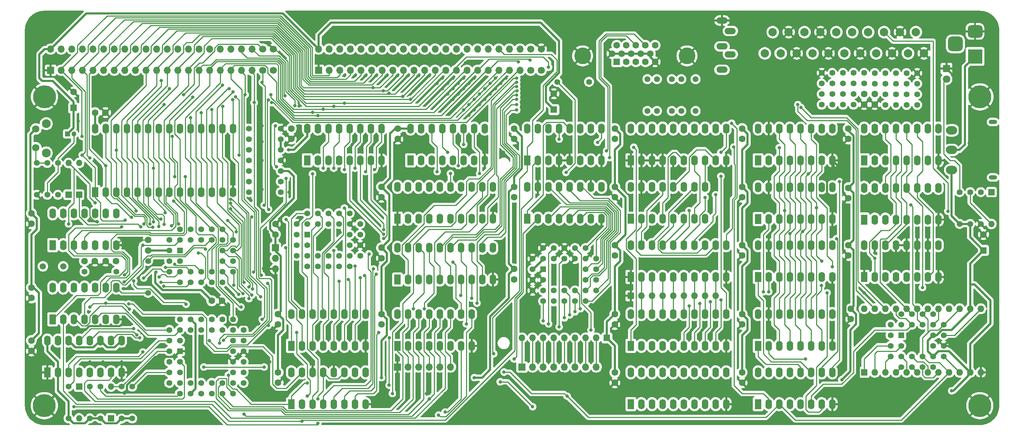
<source format=gbr>
%TF.GenerationSoftware,KiCad,Pcbnew,8.0.6*%
%TF.CreationDate,2025-01-18T12:45:16+00:00*%
%TF.ProjectId,v2b,7632622e-6b69-4636-9164-5f7063625858,rev?*%
%TF.SameCoordinates,Original*%
%TF.FileFunction,Copper,L2,Bot*%
%TF.FilePolarity,Positive*%
%FSLAX46Y46*%
G04 Gerber Fmt 4.6, Leading zero omitted, Abs format (unit mm)*
G04 Created by KiCad (PCBNEW 8.0.6) date 2025-01-18 12:45:16*
%MOMM*%
%LPD*%
G01*
G04 APERTURE LIST*
G04 Aperture macros list*
%AMRoundRect*
0 Rectangle with rounded corners*
0 $1 Rounding radius*
0 $2 $3 $4 $5 $6 $7 $8 $9 X,Y pos of 4 corners*
0 Add a 4 corners polygon primitive as box body*
4,1,4,$2,$3,$4,$5,$6,$7,$8,$9,$2,$3,0*
0 Add four circle primitives for the rounded corners*
1,1,$1+$1,$2,$3*
1,1,$1+$1,$4,$5*
1,1,$1+$1,$6,$7*
1,1,$1+$1,$8,$9*
0 Add four rect primitives between the rounded corners*
20,1,$1+$1,$2,$3,$4,$5,0*
20,1,$1+$1,$4,$5,$6,$7,0*
20,1,$1+$1,$6,$7,$8,$9,0*
20,1,$1+$1,$8,$9,$2,$3,0*%
G04 Aperture macros list end*
%TA.AperFunction,ComponentPad*%
%ADD10C,1.600000*%
%TD*%
%TA.AperFunction,ComponentPad*%
%ADD11R,1.600000X1.600000*%
%TD*%
%TA.AperFunction,ComponentPad*%
%ADD12O,1.600000X1.600000*%
%TD*%
%TA.AperFunction,ComponentPad*%
%ADD13R,1.422400X1.422400*%
%TD*%
%TA.AperFunction,ComponentPad*%
%ADD14C,1.422400*%
%TD*%
%TA.AperFunction,ComponentPad*%
%ADD15R,1.600000X2.400000*%
%TD*%
%TA.AperFunction,ComponentPad*%
%ADD16O,1.600000X2.400000*%
%TD*%
%TA.AperFunction,ComponentPad*%
%ADD17R,3.500000X3.500000*%
%TD*%
%TA.AperFunction,ComponentPad*%
%ADD18RoundRect,0.750000X-1.000000X0.750000X-1.000000X-0.750000X1.000000X-0.750000X1.000000X0.750000X0*%
%TD*%
%TA.AperFunction,ComponentPad*%
%ADD19RoundRect,0.875000X-0.875000X0.875000X-0.875000X-0.875000X0.875000X-0.875000X0.875000X0.875000X0*%
%TD*%
%TA.AperFunction,ComponentPad*%
%ADD20C,4.000000*%
%TD*%
%TA.AperFunction,ComponentPad*%
%ADD21C,1.400000*%
%TD*%
%TA.AperFunction,ComponentPad*%
%ADD22R,1.200000X1.200000*%
%TD*%
%TA.AperFunction,ComponentPad*%
%ADD23C,1.200000*%
%TD*%
%TA.AperFunction,ComponentPad*%
%ADD24R,1.500000X1.500000*%
%TD*%
%TA.AperFunction,ComponentPad*%
%ADD25O,1.500000X1.500000*%
%TD*%
%TA.AperFunction,ComponentPad*%
%ADD26C,5.500000*%
%TD*%
%TA.AperFunction,ComponentPad*%
%ADD27C,2.100000*%
%TD*%
%TA.AperFunction,ComponentPad*%
%ADD28C,1.750000*%
%TD*%
%TA.AperFunction,ComponentPad*%
%ADD29R,1.700000X1.700000*%
%TD*%
%TA.AperFunction,ComponentPad*%
%ADD30O,1.700000X1.700000*%
%TD*%
%TA.AperFunction,ComponentPad*%
%ADD31O,2.000000X1.000000*%
%TD*%
%TA.AperFunction,ComponentPad*%
%ADD32O,2.700000X2.000000*%
%TD*%
%TA.AperFunction,ComponentPad*%
%ADD33C,1.998980*%
%TD*%
%TA.AperFunction,ComponentPad*%
%ADD34R,1.800000X1.800000*%
%TD*%
%TA.AperFunction,ComponentPad*%
%ADD35C,1.800000*%
%TD*%
%TA.AperFunction,ComponentPad*%
%ADD36C,1.700000*%
%TD*%
%TA.AperFunction,ComponentPad*%
%ADD37O,2.700000X1.500000*%
%TD*%
%TA.AperFunction,ComponentPad*%
%ADD38C,1.500000*%
%TD*%
%TA.AperFunction,ViaPad*%
%ADD39C,0.800000*%
%TD*%
%TA.AperFunction,Conductor*%
%ADD40C,0.250000*%
%TD*%
%TA.AperFunction,Conductor*%
%ADD41C,0.500000*%
%TD*%
G04 APERTURE END LIST*
D10*
%TO.P,Cd11,1*%
%TO.N,+5V*%
X100965000Y-127020000D03*
%TO.P,Cd11,2*%
%TO.N,GND*%
X100965000Y-129520000D03*
%TD*%
D11*
%TO.P,U20,1,D7*%
%TO.N,D7*%
X241300000Y-127010000D03*
D12*
%TO.P,U20,2,D6*%
%TO.N,D6*%
X243840000Y-127010000D03*
%TO.P,U20,3,D5*%
%TO.N,D5*%
X246380000Y-127010000D03*
%TO.P,U20,4,D4*%
%TO.N,D4*%
X248920000Y-127010000D03*
%TO.P,U20,5,D3*%
%TO.N,D3*%
X251460000Y-127010000D03*
%TO.P,U20,6,D2*%
%TO.N,D2*%
X254000000Y-127010000D03*
%TO.P,U20,7,D1*%
%TO.N,D1*%
X256540000Y-127010000D03*
%TO.P,U20,8,D0*%
%TO.N,D0*%
X259080000Y-127010000D03*
%TO.P,U20,9,CLK0*%
%TO.N,CLK2*%
X261620000Y-127010000D03*
%TO.P,U20,10,OUT0*%
%TO.N,/Audio/Osc 1*%
X264160000Y-127010000D03*
%TO.P,U20,11,G0*%
%TO.N,+5V*%
X266700000Y-127010000D03*
%TO.P,U20,12,GND*%
%TO.N,GND*%
X269240000Y-127010000D03*
%TO.P,U20,13,OUT1*%
%TO.N,/Audio/Osc 2*%
X269240000Y-111770000D03*
%TO.P,U20,14,G1*%
%TO.N,+5V*%
X266700000Y-111770000D03*
%TO.P,U20,15,CLK1*%
%TO.N,CLK2*%
X264160000Y-111770000D03*
%TO.P,U20,16,G2*%
%TO.N,+5V*%
X261620000Y-111770000D03*
%TO.P,U20,17,OUT2*%
%TO.N,/Audio/Osc 3*%
X259080000Y-111770000D03*
%TO.P,U20,18,CLK2*%
%TO.N,CLK2*%
X256540000Y-111770000D03*
%TO.P,U20,19,A0*%
%TO.N,A0*%
X254000000Y-111770000D03*
%TO.P,U20,20,A1*%
%TO.N,A1*%
X251460000Y-111770000D03*
%TO.P,U20,21,~{CS}*%
%TO.N,/Audio/82c54*%
X248920000Y-111770000D03*
%TO.P,U20,22,~{RD}*%
%TO.N,~{R}{slash}W*%
X246380000Y-111770000D03*
%TO.P,U20,23,~{WR}*%
%TO.N,~{WR}*%
X243840000Y-111770000D03*
%TO.P,U20,24,VCC*%
%TO.N,+5V*%
X241300000Y-111770000D03*
%TD*%
D13*
%TO.P,U5,1,A18*%
%TO.N,GND*%
X107950000Y-93980000D03*
D14*
%TO.P,U5,2,A16*%
%TO.N,~{PAL}{slash}NTSC*%
X105410000Y-96520000D03*
%TO.P,U5,3,A15*%
%TO.N,Net-(U4-Q11)*%
X107950000Y-96520000D03*
%TO.P,U5,4,A12*%
%TO.N,Net-(U4-Q8)*%
X105410000Y-99060000D03*
%TO.P,U5,5,A7*%
%TO.N,Net-(U4-Q3)*%
X107950000Y-101600000D03*
%TO.P,U5,6,A6*%
%TO.N,Net-(U4-Q2)*%
X107950000Y-99060000D03*
%TO.P,U5,7,A5*%
%TO.N,Net-(U4-Q1)*%
X110490000Y-101600000D03*
%TO.P,U5,8,A4*%
%TO.N,Net-(U4-Q0)*%
X110490000Y-99060000D03*
%TO.P,U5,9,A3*%
%TO.N,Net-(U3-Q7)*%
X113030000Y-101600000D03*
%TO.P,U5,10,A2*%
%TO.N,Net-(U3-Q6)*%
X113030000Y-99060000D03*
%TO.P,U5,11,A1*%
%TO.N,AudioMux1*%
X115570000Y-101600000D03*
%TO.P,U5,12,A0*%
%TO.N,AudioMux0*%
X115570000Y-99060000D03*
%TO.P,U5,13,D0*%
%TO.N,Net-(U5-D0)*%
X118110000Y-101600000D03*
%TO.P,U5,14,D1*%
%TO.N,Net-(U5-D1)*%
X120650000Y-99060000D03*
%TO.P,U5,15,D2*%
%TO.N,Net-(U5-D2)*%
X118110000Y-99060000D03*
%TO.P,U5,16,VSS*%
%TO.N,GND*%
X120650000Y-96520000D03*
%TO.P,U5,17,D3*%
%TO.N,Net-(U5-D3)*%
X118110000Y-96520000D03*
%TO.P,U5,18,D4*%
%TO.N,Net-(U5-D4)*%
X120650000Y-93980000D03*
%TO.P,U5,19,D5*%
%TO.N,Net-(U5-D5)*%
X118110000Y-93980000D03*
%TO.P,U5,20,D6*%
%TO.N,Net-(U5-D6)*%
X120650000Y-91440000D03*
%TO.P,U5,21,D7*%
%TO.N,Net-(U5-D7)*%
X118110000Y-88900000D03*
%TO.P,U5,22,~{CE}*%
%TO.N,GND*%
X118110000Y-91440000D03*
%TO.P,U5,23,A10*%
%TO.N,Net-(U4-Q6)*%
X115570000Y-88900000D03*
%TO.P,U5,24,~{OE}*%
%TO.N,GND*%
X115570000Y-91440000D03*
%TO.P,U5,25,A11*%
%TO.N,Net-(U4-Q7)*%
X113030000Y-88900000D03*
%TO.P,U5,26,A9*%
%TO.N,Net-(U4-Q5)*%
X113030000Y-91440000D03*
%TO.P,U5,27,A8*%
%TO.N,Net-(U4-Q4)*%
X110490000Y-88900000D03*
%TO.P,U5,28,A13*%
%TO.N,Net-(U4-Q9)*%
X110490000Y-91440000D03*
%TO.P,U5,29,A14*%
%TO.N,Net-(U4-Q10)*%
X107950000Y-88900000D03*
%TO.P,U5,30,A17*%
%TO.N,GND*%
X105410000Y-91440000D03*
%TO.P,U5,31,~{WE}*%
%TO.N,+5V*%
X107950000Y-91440000D03*
%TO.P,U5,32,VDD*%
X105410000Y-93980000D03*
%TD*%
D10*
%TO.P,Cd4,1*%
%TO.N,+5V*%
X125730000Y-97155000D03*
%TO.P,Cd4,2*%
%TO.N,GND*%
X125730000Y-99655000D03*
%TD*%
%TO.P,C5,1*%
%TO.N,GND*%
X243840000Y-62825000D03*
%TO.P,C5,2*%
%TO.N,Net-(C5-Pad2)*%
X243840000Y-60325000D03*
%TD*%
%TO.P,Cd28,1*%
%TO.N,+5V*%
X212090000Y-82550000D03*
%TO.P,Cd28,2*%
%TO.N,GND*%
X212090000Y-85050000D03*
%TD*%
D15*
%TO.P,U19,1,D2*%
%TO.N,D5*%
X241300000Y-76200000D03*
D16*
%TO.P,U19,2,D3*%
%TO.N,D6*%
X243840000Y-76200000D03*
%TO.P,U19,3,D4*%
%TO.N,D7*%
X246380000Y-76200000D03*
%TO.P,U19,4,Rb*%
%TO.N,AudioMux1*%
X248920000Y-76200000D03*
%TO.P,U19,5,Ra*%
%TO.N,AudioMux0*%
X251460000Y-76200000D03*
%TO.P,U19,6,Q4*%
%TO.N,/Audio/L3*%
X254000000Y-76200000D03*
%TO.P,U19,7,Q3*%
%TO.N,/Audio/L2*%
X256540000Y-76200000D03*
%TO.P,U19,8,GND*%
%TO.N,GND*%
X259080000Y-76200000D03*
%TO.P,U19,9,Q2*%
%TO.N,/Audio/L1*%
X259080000Y-68580000D03*
%TO.P,U19,10,Q1*%
%TO.N,/Audio/L0*%
X256540000Y-68580000D03*
%TO.P,U19,11,~{Er}*%
%TO.N,/Audio/Sout*%
X254000000Y-68580000D03*
%TO.P,U19,12,~{Ew}*%
%TO.N,/Audio/volume*%
X251460000Y-68580000D03*
%TO.P,U19,13,Wb*%
%TO.N,A1*%
X248920000Y-68580000D03*
%TO.P,U19,14,Wa*%
%TO.N,A0*%
X246380000Y-68580000D03*
%TO.P,U19,15,D1*%
%TO.N,D4*%
X243840000Y-68580000D03*
%TO.P,U19,16,VCC*%
%TO.N,+5V*%
X241300000Y-68580000D03*
%TD*%
D17*
%TO.P,J3,1*%
%TO.N,VBUS*%
X267857500Y-51300000D03*
D18*
%TO.P,J3,2*%
%TO.N,GND*%
X267857500Y-45300000D03*
D19*
%TO.P,J3,MP,MountPin*%
%TO.N,unconnected-(J3-MountPin-PadMP)*%
X263157500Y-48300000D03*
%TD*%
D20*
%TO.P,J7,0*%
%TO.N,GND*%
X198890000Y-51181000D03*
X173890000Y-51181000D03*
D11*
%TO.P,J7,1*%
%TO.N,VRed*%
X182075000Y-52601000D03*
D10*
%TO.P,J7,2*%
%TO.N,VGreen*%
X184365000Y-52601000D03*
%TO.P,J7,3*%
%TO.N,VBlue*%
X186655000Y-52601000D03*
%TO.P,J7,4*%
%TO.N,unconnected-(J7-Pad4)*%
X188945000Y-52601000D03*
%TO.P,J7,5*%
%TO.N,GND*%
X191235000Y-52601000D03*
%TO.P,J7,6*%
X180930000Y-50621000D03*
%TO.P,J7,7*%
X183220000Y-50621000D03*
%TO.P,J7,8*%
X185510000Y-50621000D03*
%TO.P,J7,9*%
X187800000Y-50621000D03*
%TO.P,J7,10*%
X190090000Y-50621000D03*
%TO.P,J7,11*%
%TO.N,unconnected-(J7-Pad11)*%
X182075000Y-48641000D03*
%TO.P,J7,12*%
%TO.N,unconnected-(J7-Pad12)*%
X184365000Y-48641000D03*
%TO.P,J7,13*%
%TO.N,~{HSync}*%
X186655000Y-48641000D03*
%TO.P,J7,14*%
%TO.N,~{VSync}*%
X188945000Y-48641000D03*
%TO.P,J7,15*%
%TO.N,unconnected-(J7-Pad15)*%
X191235000Y-48641000D03*
%TD*%
D21*
%TO.P,R25,1*%
%TO.N,Net-(R20-Pad1)*%
X236220000Y-55245000D03*
%TO.P,R25,2*%
%TO.N,Net-(R21-Pad1)*%
X236220000Y-57785000D03*
%TD*%
%TO.P,R10,1*%
%TO.N,A12*%
X93980000Y-76200000D03*
%TO.P,R10,2*%
%TO.N,GND*%
X101600000Y-76200000D03*
%TD*%
D15*
%TO.P,U18,1,D2*%
%TO.N,D1*%
X241300000Y-90407000D03*
D16*
%TO.P,U18,2,D3*%
%TO.N,D2*%
X243840000Y-90407000D03*
%TO.P,U18,3,D4*%
%TO.N,D3*%
X246380000Y-90407000D03*
%TO.P,U18,4,Rb*%
%TO.N,AudioMux1*%
X248920000Y-90407000D03*
%TO.P,U18,5,Ra*%
%TO.N,AudioMux0*%
X251460000Y-90407000D03*
%TO.P,U18,6,Q4*%
%TO.N,/Audio/R3*%
X254000000Y-90407000D03*
%TO.P,U18,7,Q3*%
%TO.N,/Audio/R2*%
X256540000Y-90407000D03*
%TO.P,U18,8,GND*%
%TO.N,GND*%
X259080000Y-90407000D03*
%TO.P,U18,9,Q2*%
%TO.N,/Audio/R1*%
X259080000Y-82787000D03*
%TO.P,U18,10,Q1*%
%TO.N,/Audio/R0*%
X256540000Y-82787000D03*
%TO.P,U18,11,~{Er}*%
%TO.N,/Audio/Sout*%
X254000000Y-82787000D03*
%TO.P,U18,12,~{Ew}*%
%TO.N,/Audio/volume*%
X251460000Y-82787000D03*
%TO.P,U18,13,Wb*%
%TO.N,A1*%
X248920000Y-82787000D03*
%TO.P,U18,14,Wa*%
%TO.N,A0*%
X246380000Y-82787000D03*
%TO.P,U18,15,D1*%
%TO.N,D0*%
X243840000Y-82787000D03*
%TO.P,U18,16,VCC*%
%TO.N,+5V*%
X241300000Y-82787000D03*
%TD*%
D10*
%TO.P,Cd32,1*%
%TO.N,+5V*%
X212090000Y-127000000D03*
%TO.P,Cd32,2*%
%TO.N,GND*%
X212090000Y-129500000D03*
%TD*%
D21*
%TO.P,R7,1*%
%TO.N,Net-(C2-Pad1)*%
X54610000Y-102870000D03*
%TO.P,R7,2*%
%TO.N,Net-(C3-Pad1)*%
X62230000Y-102870000D03*
%TD*%
D22*
%TO.P,C1,1*%
%TO.N,+5V*%
X50570000Y-69850000D03*
D23*
%TO.P,C1,2*%
%TO.N,Net-(C1-Pad2)*%
X52070000Y-69850000D03*
%TD*%
D21*
%TO.P,R11,1*%
%TO.N,A13*%
X93980000Y-73660000D03*
%TO.P,R11,2*%
%TO.N,+5V*%
X101600000Y-73660000D03*
%TD*%
%TO.P,R16,1*%
%TO.N,/Video/bit 1*%
X195240000Y-64372000D03*
%TO.P,R16,2*%
%TO.N,VGreen*%
X195240000Y-56752000D03*
%TD*%
%TO.P,R24,1*%
%TO.N,Net-(R19-Pad1)*%
X233680000Y-55245000D03*
%TO.P,R24,2*%
%TO.N,Net-(R20-Pad1)*%
X233680000Y-57785000D03*
%TD*%
D11*
%TO.P,RN2,1,common*%
%TO.N,+5V*%
X179705000Y-118745000D03*
D12*
%TO.P,RN2,2,R1*%
%TO.N,/IO/KeyOUT 0*%
X177165000Y-118745000D03*
%TO.P,RN2,3,R2*%
%TO.N,/IO/KeyOUT 1*%
X174625000Y-118745000D03*
%TO.P,RN2,4,R3*%
%TO.N,/IO/KeyOUT 2*%
X172085000Y-118745000D03*
%TO.P,RN2,5,R4*%
%TO.N,/IO/KeyOUT 3*%
X169545000Y-118745000D03*
%TO.P,RN2,6,R5*%
%TO.N,/IO/KeyOUT 4*%
X167005000Y-118745000D03*
%TO.P,RN2,7,R6*%
%TO.N,/IO/KeyOUT 5*%
X164465000Y-118745000D03*
%TO.P,RN2,8,R7*%
%TO.N,/IO/KeyOUT 6*%
X161925000Y-118745000D03*
%TO.P,RN2,9,R8*%
%TO.N,/IO/KeyOUT 7*%
X159385000Y-118745000D03*
%TD*%
D21*
%TO.P,R9,1*%
%TO.N,A11*%
X93980000Y-78740000D03*
%TO.P,R9,2*%
%TO.N,+5V*%
X101600000Y-78740000D03*
%TD*%
D24*
%TO.P,D4,1,K*%
%TO.N,Net-(D4-K)*%
X53340000Y-84455000D03*
D25*
%TO.P,D4,2,A*%
%TO.N,ROM DISABLE*%
X53340000Y-76835000D03*
%TD*%
D26*
%TO.P,H2,1,1*%
%TO.N,GND*%
X45000000Y-135000000D03*
%TD*%
D15*
%TO.P,U3,1,Q1*%
%TO.N,CLK2*%
X104140000Y-134640000D03*
D16*
%TO.P,U3,2,Q2*%
%TO.N,CLK4*%
X106680000Y-134640000D03*
%TO.P,U3,3,Q3*%
%TO.N,CLK8*%
X109220000Y-134640000D03*
%TO.P,U3,4,Q4*%
%TO.N,AudioMux0*%
X111760000Y-134640000D03*
%TO.P,U3,5,Q5*%
%TO.N,AudioMux1*%
X114300000Y-134640000D03*
%TO.P,U3,6,Q6*%
%TO.N,Net-(U3-Q6)*%
X116840000Y-134640000D03*
%TO.P,U3,7,Q7*%
%TO.N,Net-(U3-Q7)*%
X119380000Y-134640000D03*
%TO.P,U3,8,GND*%
%TO.N,GND*%
X121920000Y-134640000D03*
%TO.P,U3,9,~{RCO}*%
%TO.N,unconnected-(U3-~{RCO}-Pad9)*%
X121920000Y-127020000D03*
%TO.P,U3,10,~{MRC}*%
%TO.N,+5V*%
X119380000Y-127020000D03*
%TO.P,U3,11,CPC*%
%TO.N,CLK0*%
X116840000Y-127020000D03*
%TO.P,U3,12,~{CE}*%
%TO.N,GND*%
X114300000Y-127020000D03*
%TO.P,U3,13,CPR*%
%TO.N,CLK0*%
X111760000Y-127020000D03*
%TO.P,U3,14,~{OE}*%
%TO.N,GND*%
X109220000Y-127020000D03*
%TO.P,U3,15,Q0*%
%TO.N,CLK1*%
X106680000Y-127020000D03*
%TO.P,U3,16,VCC*%
%TO.N,+5V*%
X104140000Y-127020000D03*
%TD*%
D15*
%TO.P,U16,1,E*%
%TO.N,~{OscWr}*%
X215900000Y-134620000D03*
D16*
%TO.P,U16,2,A0*%
%TO.N,A3*%
X218440000Y-134620000D03*
%TO.P,U16,3,A1*%
%TO.N,CLK2*%
X220980000Y-134620000D03*
%TO.P,U16,4,O0*%
%TO.N,unconnected-(U16A-O0-Pad4)*%
X223520000Y-134620000D03*
%TO.P,U16,5,O1*%
%TO.N,unconnected-(U16A-O1-Pad5)*%
X226060000Y-134620000D03*
%TO.P,U16,6,O2*%
%TO.N,/Audio/82c54*%
X228600000Y-134620000D03*
%TO.P,U16,7,O3*%
%TO.N,/Audio/volume*%
X231140000Y-134620000D03*
%TO.P,U16,8,GND*%
%TO.N,GND*%
X233680000Y-134620000D03*
%TO.P,U16,9,O3*%
%TO.N,/Audio/wave 4*%
X233680000Y-127000000D03*
%TO.P,U16,10,O2*%
%TO.N,/Audio/wave 3*%
X231140000Y-127000000D03*
%TO.P,U16,11,O1*%
%TO.N,/Audio/wave 2*%
X228600000Y-127000000D03*
%TO.P,U16,12,O0*%
%TO.N,/Audio/wave 1*%
X226060000Y-127000000D03*
%TO.P,U16,13,A1*%
%TO.N,A1*%
X223520000Y-127000000D03*
%TO.P,U16,14,A0*%
%TO.N,A0*%
X220980000Y-127000000D03*
%TO.P,U16,15,E*%
%TO.N,~{VolWr}*%
X218440000Y-127000000D03*
%TO.P,U16,16,VCC*%
%TO.N,+5V*%
X215900000Y-127000000D03*
%TD*%
D21*
%TO.P,R39,1*%
%TO.N,~{Sync}*%
X167808000Y-57387000D03*
%TO.P,R39,2*%
%TO.N,Net-(J4-P19)*%
X175428000Y-57387000D03*
%TD*%
%TO.P,R34,1*%
%TO.N,Net-(R29-Pad1)*%
X248920000Y-55295000D03*
%TO.P,R34,2*%
%TO.N,Net-(R30-Pad1)*%
X248920000Y-57835000D03*
%TD*%
D10*
%TO.P,C3,1*%
%TO.N,Net-(C3-Pad1)*%
X62190000Y-100330000D03*
%TO.P,C3,2*%
%TO.N,GND*%
X59690000Y-100330000D03*
%TD*%
D15*
%TO.P,U7,1,A0*%
%TO.N,CLK2*%
X160655000Y-76200000D03*
D16*
%TO.P,U7,2,A1*%
%TO.N,CLK4*%
X163195000Y-76200000D03*
%TO.P,U7,3,A2*%
%TO.N,CLK8*%
X165735000Y-76200000D03*
%TO.P,U7,4,~{E0}*%
%TO.N,GND*%
X168275000Y-76200000D03*
%TO.P,U7,5,~{E1}*%
X170815000Y-76200000D03*
%TO.P,U7,6,E2*%
%TO.N,CLK1*%
X173355000Y-76200000D03*
%TO.P,U7,7,~{Y7}*%
%TO.N,~{PalGet}*%
X175895000Y-76200000D03*
%TO.P,U7,8,GND*%
%TO.N,GND*%
X178435000Y-76200000D03*
%TO.P,U7,9,~{Y6}*%
%TO.N,~{RegTick}*%
X178435000Y-68580000D03*
%TO.P,U7,10,~{Y5}*%
%TO.N,/Video/~{Y5}*%
X175895000Y-68580000D03*
%TO.P,U7,11,~{Y4}*%
%TO.N,/Video/~{Y4}*%
X173355000Y-68580000D03*
%TO.P,U7,12,~{Y3}*%
%TO.N,~{ChrGet}*%
X170815000Y-68580000D03*
%TO.P,U7,13,~{Y2}*%
%TO.N,~{PalPush}*%
X168275000Y-68580000D03*
%TO.P,U7,14,~{Y1}*%
%TO.N,/Video/~{Y1}*%
X165735000Y-68580000D03*
%TO.P,U7,15,~{Y0}*%
%TO.N,/Video/~{Y0}*%
X163195000Y-68580000D03*
%TO.P,U7,16,VCC*%
%TO.N,+5V*%
X160655000Y-68580000D03*
%TD*%
D21*
%TO.P,R2,1*%
%TO.N,R{slash}~{W}*%
X101600000Y-83820000D03*
%TO.P,R2,2*%
%TO.N,+5V*%
X93980000Y-83820000D03*
%TD*%
D27*
%TO.P,SW1,*%
%TO.N,*%
X45466000Y-74422000D03*
X45466000Y-67412000D03*
D28*
%TO.P,SW1,1,1*%
%TO.N,Net-(R4-Pad1)*%
X42976000Y-73172000D03*
%TO.P,SW1,2,2*%
%TO.N,+5V*%
X42976000Y-68672000D03*
%TD*%
D15*
%TO.P,U2,1*%
%TO.N,Net-(C3-Pad1)*%
X46990000Y-96520000D03*
D16*
%TO.P,U2,2*%
%TO.N,CLK0*%
X49530000Y-96520000D03*
%TO.P,U2,3*%
%TO.N,~{RAMRD}*%
X52070000Y-96520000D03*
%TO.P,U2,4*%
%TO.N,Net-(U31-G2)*%
X54610000Y-96520000D03*
%TO.P,U2,5*%
%TO.N,B7*%
X57150000Y-96520000D03*
%TO.P,U2,6*%
%TO.N,~{B7}*%
X59690000Y-96520000D03*
%TO.P,U2,7,GND*%
%TO.N,GND*%
X62230000Y-96520000D03*
%TO.P,U2,8*%
%TO.N,~{R}{slash}W*%
X62230000Y-88900000D03*
%TO.P,U2,9*%
%TO.N,R{slash}~{W}*%
X59690000Y-88900000D03*
%TO.P,U2,10*%
%TO.N,~{CLK1}*%
X57150000Y-88900000D03*
%TO.P,U2,11*%
%TO.N,CLK1*%
X54610000Y-88900000D03*
%TO.P,U2,12*%
%TO.N,Net-(D2-K)*%
X52070000Y-88900000D03*
%TO.P,U2,13*%
%TO.N,Net-(R6-Pad2)*%
X49530000Y-88900000D03*
%TO.P,U2,14,VCC*%
%TO.N,+5V*%
X46990000Y-88900000D03*
%TD*%
D21*
%TO.P,R22,1*%
%TO.N,Net-(C4-Pad2)*%
X238760000Y-60325000D03*
%TO.P,R22,2*%
%TO.N,/Audio/L3*%
X238760000Y-62865000D03*
%TD*%
%TO.P,R5,1*%
%TO.N,Net-(R4-Pad1)*%
X45720000Y-76835000D03*
%TO.P,R5,2*%
%TO.N,Net-(C1-Pad2)*%
X45720000Y-84455000D03*
%TD*%
D29*
%TO.P,J2,1,Pin_1*%
%TO.N,/IO/KeyOUT 7*%
X159385000Y-125730000D03*
D30*
%TO.P,J2,2,Pin_2*%
%TO.N,/IO/KeyOUT 6*%
X161925000Y-125730000D03*
%TO.P,J2,3,Pin_3*%
%TO.N,/IO/KeyOUT 5*%
X164465000Y-125730000D03*
%TO.P,J2,4,Pin_4*%
%TO.N,/IO/KeyOUT 4*%
X167005000Y-125730000D03*
%TO.P,J2,5,Pin_5*%
%TO.N,/IO/KeyOUT 3*%
X169545000Y-125730000D03*
%TO.P,J2,6,Pin_6*%
%TO.N,/IO/KeyOUT 2*%
X172085000Y-125730000D03*
%TO.P,J2,7,Pin_7*%
%TO.N,/IO/KeyOUT 1*%
X174625000Y-125730000D03*
%TO.P,J2,8,Pin_8*%
%TO.N,/IO/KeyOUT 0*%
X177165000Y-125730000D03*
%TD*%
D21*
%TO.P,R15,1*%
%TO.N,/Video/bit 1*%
X191684000Y-64372000D03*
%TO.P,R15,2*%
%TO.N,VBlue*%
X191684000Y-56752000D03*
%TD*%
%TO.P,R6,1*%
%TO.N,Net-(C1-Pad2)*%
X48260000Y-76835000D03*
%TO.P,R6,2*%
%TO.N,Net-(R6-Pad2)*%
X48260000Y-84455000D03*
%TD*%
%TO.P,R32,1*%
%TO.N,GND*%
X254000000Y-55295000D03*
%TO.P,R32,2*%
%TO.N,Net-(R28-Pad1)*%
X254000000Y-57835000D03*
%TD*%
D31*
%TO.P,SW2,*%
%TO.N,*%
X272155000Y-80310000D03*
X272155000Y-67010000D03*
D32*
%TO.P,SW2,1,A*%
%TO.N,+5V*%
X262255000Y-78510000D03*
%TO.P,SW2,2,B*%
%TO.N,VBUS*%
X262255000Y-73710000D03*
%TO.P,SW2,3,C*%
%TO.N,unconnected-(SW2-C-Pad3)*%
X262255000Y-69010000D03*
%TD*%
D21*
%TO.P,R38,1*%
%TO.N,+5V*%
X266700000Y-91440000D03*
%TO.P,R38,2*%
%TO.N,Net-(D6-A)*%
X266700000Y-83820000D03*
%TD*%
D10*
%TO.P,Cd27,1*%
%TO.N,+5V*%
X41910000Y-88900000D03*
%TO.P,Cd27,2*%
%TO.N,GND*%
X41910000Y-91400000D03*
%TD*%
D21*
%TO.P,R21,1*%
%TO.N,Net-(R21-Pad1)*%
X236220000Y-60325000D03*
%TO.P,R21,2*%
%TO.N,/Audio/L2*%
X236220000Y-62865000D03*
%TD*%
D10*
%TO.P,Cd1,1*%
%TO.N,+5V*%
X181610000Y-113030000D03*
%TO.P,Cd1,2*%
%TO.N,GND*%
X181610000Y-115530000D03*
%TD*%
D21*
%TO.P,R3,1*%
%TO.N,~{NMI}*%
X58420000Y-130412000D03*
%TO.P,R3,2*%
%TO.N,+5V*%
X58420000Y-138032000D03*
%TD*%
D15*
%TO.P,U15,1,OE*%
%TO.N,GND*%
X185420000Y-76200000D03*
D16*
%TO.P,U15,2,D0*%
X187960000Y-76200000D03*
%TO.P,U15,3,D1*%
X190500000Y-76200000D03*
%TO.P,U15,4,D2*%
X193040000Y-76200000D03*
%TO.P,U15,5,D3*%
X195580000Y-76200000D03*
%TO.P,U15,6,D4*%
%TO.N,Net-(U14-Za)*%
X198120000Y-76200000D03*
%TO.P,U15,7,D5*%
%TO.N,Net-(U14-Zb)*%
X200660000Y-76200000D03*
%TO.P,U15,8,D6*%
%TO.N,Net-(U14-Zc)*%
X203200000Y-76200000D03*
%TO.P,U15,9,D7*%
%TO.N,Net-(U14-Zd)*%
X205740000Y-76200000D03*
%TO.P,U15,10,GND*%
%TO.N,GND*%
X208280000Y-76200000D03*
%TO.P,U15,11,Cp*%
%TO.N,~{CLK1}*%
X208280000Y-68580000D03*
%TO.P,U15,12,Q7*%
%TO.N,/Video/bit 3*%
X205740000Y-68580000D03*
%TO.P,U15,13,Q6*%
%TO.N,/Video/bit 2*%
X203200000Y-68580000D03*
%TO.P,U15,14,Q5*%
%TO.N,/Video/bit 1*%
X200660000Y-68580000D03*
%TO.P,U15,15,Q4*%
%TO.N,/Video/bit 0*%
X198120000Y-68580000D03*
%TO.P,U15,16,Q3*%
%TO.N,unconnected-(U15-Q3-Pad16)*%
X195580000Y-68580000D03*
%TO.P,U15,17,Q2*%
%TO.N,unconnected-(U15-Q2-Pad17)*%
X193040000Y-68580000D03*
%TO.P,U15,18,Q1*%
%TO.N,unconnected-(U15-Q1-Pad18)*%
X190500000Y-68580000D03*
%TO.P,U15,19,Q0*%
%TO.N,unconnected-(U15-Q0-Pad19)*%
X187960000Y-68580000D03*
%TO.P,U15,20,VCC*%
%TO.N,+5V*%
X185420000Y-68580000D03*
%TD*%
D10*
%TO.P,Cd15,1*%
%TO.N,+5V*%
X41910000Y-119380000D03*
%TO.P,Cd15,2*%
%TO.N,GND*%
X41910000Y-121880000D03*
%TD*%
%TO.P,Cd30,1*%
%TO.N,+5V*%
X212090000Y-68580000D03*
%TO.P,Cd30,2*%
%TO.N,GND*%
X212090000Y-71080000D03*
%TD*%
D15*
%TO.P,U17,1,Ea*%
%TO.N,GND*%
X241300000Y-104140000D03*
D16*
%TO.P,U17,2,S1*%
%TO.N,AudioMux1*%
X243840000Y-104140000D03*
%TO.P,U17,3,I3a*%
%TO.N,/Audio/Ch4*%
X246380000Y-104140000D03*
%TO.P,U17,4,I2a*%
%TO.N,/Audio/Ch3*%
X248920000Y-104140000D03*
%TO.P,U17,5,I1a*%
%TO.N,/Audio/Ch2*%
X251460000Y-104140000D03*
%TO.P,U17,6,I0a*%
%TO.N,/Audio/Ch1*%
X254000000Y-104140000D03*
%TO.P,U17,7,Za*%
%TO.N,/Audio/Sout*%
X256540000Y-104140000D03*
%TO.P,U17,8,GND*%
%TO.N,GND*%
X259080000Y-104140000D03*
%TO.P,U17,9,Zb*%
%TO.N,unconnected-(U17-Zb-Pad9)*%
X259080000Y-96520000D03*
%TO.P,U17,10,I0b*%
%TO.N,GND*%
X256540000Y-96520000D03*
%TO.P,U17,11,I1b*%
X254000000Y-96520000D03*
%TO.P,U17,12,I2b*%
X251460000Y-96520000D03*
%TO.P,U17,13,I3b*%
X248920000Y-96520000D03*
%TO.P,U17,14,S0*%
%TO.N,AudioMux0*%
X246380000Y-96520000D03*
%TO.P,U17,15,Eb*%
%TO.N,GND*%
X243840000Y-96520000D03*
%TO.P,U17,16,VCC*%
%TO.N,+5V*%
X241300000Y-96520000D03*
%TD*%
D10*
%TO.P,C2,1*%
%TO.N,Net-(C2-Pad1)*%
X54610000Y-100330000D03*
%TO.P,C2,2*%
%TO.N,GND*%
X57110000Y-100330000D03*
%TD*%
%TO.P,Cd9,1*%
%TO.N,+5V*%
X212090000Y-96520000D03*
%TO.P,Cd9,2*%
%TO.N,GND*%
X212090000Y-99020000D03*
%TD*%
%TO.P,Cd29,1*%
%TO.N,+5V*%
X157480000Y-68580000D03*
%TO.P,Cd29,2*%
%TO.N,GND*%
X157480000Y-71080000D03*
%TD*%
D21*
%TO.P,R1,1*%
%TO.N,RDY*%
X55880000Y-130412000D03*
%TO.P,R1,2*%
%TO.N,+5V*%
X55880000Y-138032000D03*
%TD*%
%TO.P,R28,1*%
%TO.N,Net-(R28-Pad1)*%
X254000000Y-60375000D03*
%TO.P,R28,2*%
%TO.N,/Audio/R0*%
X254000000Y-62915000D03*
%TD*%
D10*
%TO.P,Cd19,1*%
%TO.N,+5V*%
X104140000Y-68580000D03*
%TO.P,Cd19,2*%
%TO.N,GND*%
X104140000Y-71080000D03*
%TD*%
D21*
%TO.P,R14,1*%
%TO.N,/Video/bit 0*%
X189398000Y-64372000D03*
%TO.P,R14,2*%
%TO.N,VBlue*%
X189398000Y-56752000D03*
%TD*%
D10*
%TO.P,Cd2,1*%
%TO.N,+5V*%
X181610000Y-127000000D03*
%TO.P,Cd2,2*%
%TO.N,GND*%
X181610000Y-129500000D03*
%TD*%
D15*
%TO.P,U32,1,~{Mr}*%
%TO.N,~{VP}*%
X129540000Y-104775000D03*
D16*
%TO.P,U32,2,Q0*%
%TO.N,B0*%
X132080000Y-104775000D03*
%TO.P,U32,3,D0*%
%TO.N,D0*%
X134620000Y-104775000D03*
%TO.P,U32,4,D1*%
%TO.N,D1*%
X137160000Y-104775000D03*
%TO.P,U32,5,Q1*%
%TO.N,B1*%
X139700000Y-104775000D03*
%TO.P,U32,6,Q2*%
%TO.N,B2*%
X142240000Y-104775000D03*
%TO.P,U32,7,D2*%
%TO.N,D2*%
X144780000Y-104775000D03*
%TO.P,U32,8,D3*%
%TO.N,D3*%
X147320000Y-104775000D03*
%TO.P,U32,9,Q3*%
%TO.N,B3*%
X149860000Y-104775000D03*
%TO.P,U32,10,GND*%
%TO.N,GND*%
X152400000Y-104775000D03*
%TO.P,U32,11,Cp*%
%TO.N,/IO/BANK*%
X152400000Y-97155000D03*
%TO.P,U32,12,Q4*%
%TO.N,B4*%
X149860000Y-97155000D03*
%TO.P,U32,13,D4*%
%TO.N,D4*%
X147320000Y-97155000D03*
%TO.P,U32,14,D5*%
%TO.N,D5*%
X144780000Y-97155000D03*
%TO.P,U32,15,Q5*%
%TO.N,B5*%
X142240000Y-97155000D03*
%TO.P,U32,16,Q6*%
%TO.N,B6*%
X139700000Y-97155000D03*
%TO.P,U32,17,D6*%
%TO.N,D6*%
X137160000Y-97155000D03*
%TO.P,U32,18,D7*%
%TO.N,D7*%
X134620000Y-97155000D03*
%TO.P,U32,19,Q7*%
%TO.N,B7*%
X132080000Y-97155000D03*
%TO.P,U32,20,VCC*%
%TO.N,+5V*%
X129540000Y-97155000D03*
%TD*%
D11*
%TO.P,C7,1*%
%TO.N,+5V*%
X167005000Y-64047380D03*
D10*
%TO.P,C7,2*%
%TO.N,GND*%
X167005000Y-60237380D03*
%TD*%
%TO.P,Cd13,1*%
%TO.N,+5V*%
X41910000Y-106680000D03*
%TO.P,Cd13,2*%
%TO.N,GND*%
X41910000Y-109180000D03*
%TD*%
D11*
%TO.P,C6,1*%
%TO.N,+5V*%
X269875000Y-97790000D03*
D10*
%TO.P,C6,2*%
%TO.N,GND*%
X269875000Y-93980000D03*
%TD*%
D24*
%TO.P,D1,1,K*%
%TO.N,BusDriver*%
X53340000Y-130412000D03*
D25*
%TO.P,D1,2,A*%
%TO.N,RDY*%
X53340000Y-138032000D03*
%TD*%
D15*
%TO.P,U24,1,~{PL}*%
%TO.N,/Audio/wave 3*%
X215900000Y-90270000D03*
D16*
%TO.P,U24,2,CP*%
%TO.N,/Audio/Osc 3*%
X218440000Y-90270000D03*
%TO.P,U24,3,D4*%
%TO.N,D4*%
X220980000Y-90270000D03*
%TO.P,U24,4,D5*%
%TO.N,D5*%
X223520000Y-90270000D03*
%TO.P,U24,5,D6*%
%TO.N,D6*%
X226060000Y-90270000D03*
%TO.P,U24,6,D7*%
%TO.N,D7*%
X228600000Y-90270000D03*
%TO.P,U24,7,~{Q7}*%
%TO.N,/Audio/Ch3*%
X231140000Y-90270000D03*
%TO.P,U24,8,GND*%
%TO.N,GND*%
X233680000Y-90270000D03*
%TO.P,U24,9,Q7*%
%TO.N,Net-(U24-DS)*%
X233680000Y-82650000D03*
%TO.P,U24,10,DS*%
X231140000Y-82650000D03*
%TO.P,U24,11,D0*%
%TO.N,D0*%
X228600000Y-82650000D03*
%TO.P,U24,12,D1*%
%TO.N,D1*%
X226060000Y-82650000D03*
%TO.P,U24,13,D2*%
%TO.N,D2*%
X223520000Y-82650000D03*
%TO.P,U24,14,D3*%
%TO.N,D3*%
X220980000Y-82650000D03*
%TO.P,U24,15,~{CE}*%
%TO.N,GND*%
X218440000Y-82650000D03*
%TO.P,U24,16,VCC*%
%TO.N,+5V*%
X215900000Y-82650000D03*
%TD*%
D15*
%TO.P,U14,1,S*%
%TO.N,Net-(U13-Q7)*%
X185420000Y-90170000D03*
D16*
%TO.P,U14,2,I0a*%
%TO.N,/Video/Pa0*%
X187960000Y-90170000D03*
%TO.P,U14,3,I1a*%
%TO.N,/Video/Pb0*%
X190500000Y-90170000D03*
%TO.P,U14,4,Za*%
%TO.N,Net-(U14-Za)*%
X193040000Y-90170000D03*
%TO.P,U14,5,I0b*%
%TO.N,/Video/Pa1*%
X195580000Y-90170000D03*
%TO.P,U14,6,I1b*%
%TO.N,/Video/Pb1*%
X198120000Y-90170000D03*
%TO.P,U14,7,Zb*%
%TO.N,Net-(U14-Zb)*%
X200660000Y-90170000D03*
%TO.P,U14,8,GND*%
%TO.N,GND*%
X203200000Y-90170000D03*
%TO.P,U14,9,Zc*%
%TO.N,Net-(U14-Zc)*%
X203200000Y-82550000D03*
%TO.P,U14,10,I1c*%
%TO.N,/Video/Pb2*%
X200660000Y-82550000D03*
%TO.P,U14,11,I0c*%
%TO.N,/Video/Pa2*%
X198120000Y-82550000D03*
%TO.P,U14,12,Zd*%
%TO.N,Net-(U14-Zd)*%
X195580000Y-82550000D03*
%TO.P,U14,13,I1d*%
%TO.N,/Video/Pb3*%
X193040000Y-82550000D03*
%TO.P,U14,14,I0d*%
%TO.N,/Video/Pa3*%
X190500000Y-82550000D03*
%TO.P,U14,15,E*%
%TO.N,GND*%
X187960000Y-82550000D03*
%TO.P,U14,16,VCC*%
%TO.N,+5V*%
X185420000Y-82550000D03*
%TD*%
D29*
%TO.P,J9,1,Pin_1*%
%TO.N,+5V*%
X100330000Y-97155000D03*
D30*
%TO.P,J9,2,Pin_2*%
%TO.N,~{PAL}{slash}NTSC*%
X100330000Y-99695000D03*
%TO.P,J9,3,Pin_3*%
%TO.N,GND*%
X100330000Y-102235000D03*
%TD*%
D21*
%TO.P,R36,1*%
%TO.N,RIGHT*%
X243840000Y-55295000D03*
%TO.P,R36,2*%
%TO.N,Net-(C5-Pad2)*%
X243840000Y-57835000D03*
%TD*%
D11*
%TO.P,RN1,1,common*%
%TO.N,GND*%
X185420000Y-108685000D03*
D12*
%TO.P,RN1,2,R1*%
%TO.N,Net-(RN1-R1)*%
X187960000Y-108685000D03*
%TO.P,RN1,3,R2*%
%TO.N,Net-(RN1-R2)*%
X190500000Y-108685000D03*
%TO.P,RN1,4,R3*%
%TO.N,Net-(RN1-R3)*%
X193040000Y-108685000D03*
%TO.P,RN1,5,R4*%
%TO.N,Net-(RN1-R4)*%
X195580000Y-108685000D03*
%TO.P,RN1,6,R5*%
%TO.N,Net-(RN1-R5)*%
X198120000Y-108685000D03*
%TO.P,RN1,7,R6*%
%TO.N,Net-(RN1-R6)*%
X200660000Y-108685000D03*
%TO.P,RN1,8,R7*%
%TO.N,Net-(RN1-R7)*%
X203200000Y-108685000D03*
%TO.P,RN1,9,R8*%
%TO.N,Net-(RN1-R8)*%
X205740000Y-108685000D03*
%TD*%
D26*
%TO.P,H4,1,1*%
%TO.N,GND*%
X269000000Y-135000000D03*
%TD*%
D21*
%TO.P,R29,1*%
%TO.N,Net-(R29-Pad1)*%
X251460000Y-60375000D03*
%TO.P,R29,2*%
%TO.N,/Audio/R1*%
X251460000Y-62915000D03*
%TD*%
D10*
%TO.P,Cd20,1*%
%TO.N,+5V*%
X238125000Y-111780000D03*
%TO.P,Cd20,2*%
%TO.N,GND*%
X238125000Y-114280000D03*
%TD*%
D21*
%TO.P,R44,1*%
%TO.N,Net-(U1-\u03D51)*%
X66040000Y-130429000D03*
%TO.P,R44,2*%
%TO.N,+5V*%
X66040000Y-138049000D03*
%TD*%
D13*
%TO.P,U21,1,NC*%
%TO.N,unconnected-(U21-NC-Pad1)*%
X250190000Y-118110000D03*
D14*
%TO.P,U21,2,D7*%
%TO.N,D7*%
X247650000Y-120650000D03*
%TO.P,U21,3,D6*%
%TO.N,D6*%
X250190000Y-120650000D03*
%TO.P,U21,4,D5*%
%TO.N,D5*%
X247650000Y-123190000D03*
%TO.P,U21,5,D4*%
%TO.N,D4*%
X250190000Y-125730000D03*
%TO.P,U21,6,D3*%
%TO.N,D3*%
X250190000Y-123190000D03*
%TO.P,U21,7,D2*%
%TO.N,D2*%
X252730000Y-125730000D03*
%TO.P,U21,8,D1*%
%TO.N,D1*%
X252730000Y-123190000D03*
%TO.P,U21,9,D0*%
%TO.N,D0*%
X255270000Y-125730000D03*
%TO.P,U21,10,CLK0*%
%TO.N,CLK2*%
X255270000Y-123190000D03*
%TO.P,U21,11,NC*%
%TO.N,unconnected-(U21-NC-Pad11)*%
X257810000Y-125730000D03*
%TO.P,U21,12,OUT0*%
%TO.N,/Audio/Osc 1*%
X260350000Y-123190000D03*
%TO.P,U21,13,G0*%
%TO.N,+5V*%
X257810000Y-123190000D03*
%TO.P,U21,14,GND*%
%TO.N,GND*%
X260350000Y-120650000D03*
%TO.P,U21,15,NC*%
%TO.N,unconnected-(U21-NC-Pad15)*%
X257810000Y-120650000D03*
%TO.P,U21,16,OUT1*%
%TO.N,/Audio/Osc 2*%
X260350000Y-118110000D03*
%TO.P,U21,17,G1*%
%TO.N,+5V*%
X257810000Y-118110000D03*
%TO.P,U21,18,CLK1*%
%TO.N,CLK2*%
X260350000Y-115570000D03*
%TO.P,U21,19,G2*%
%TO.N,+5V*%
X257810000Y-113030000D03*
%TO.P,U21,20,OUT2*%
%TO.N,/Audio/Osc 3*%
X257810000Y-115570000D03*
%TO.P,U21,21,CLK2*%
%TO.N,CLK2*%
X255270000Y-113030000D03*
%TO.P,U21,22,A0*%
%TO.N,A0*%
X255270000Y-115570000D03*
%TO.P,U21,23,A1*%
%TO.N,A1*%
X252730000Y-113030000D03*
%TO.P,U21,24,~{CS}*%
%TO.N,/Audio/82c54*%
X252730000Y-115570000D03*
%TO.P,U21,25,NC*%
%TO.N,unconnected-(U21-NC-Pad25)*%
X250190000Y-113030000D03*
%TO.P,U21,26,~{RD}*%
%TO.N,~{R}{slash}W*%
X247650000Y-115570000D03*
%TO.P,U21,27,~{WR}*%
%TO.N,~{WR}*%
X250190000Y-115570000D03*
%TO.P,U21,28,VCC*%
%TO.N,+5V*%
X247650000Y-118110000D03*
%TD*%
D26*
%TO.P,H3,1,1*%
%TO.N,GND*%
X269030000Y-61000000D03*
%TD*%
D10*
%TO.P,C4,1*%
%TO.N,GND*%
X241300000Y-62825000D03*
%TO.P,C4,2*%
%TO.N,Net-(C4-Pad2)*%
X241300000Y-60325000D03*
%TD*%
D21*
%TO.P,R37,1*%
%TO.N,~{CART}*%
X69850000Y-107950000D03*
%TO.P,R37,2*%
%TO.N,Net-(D4-K)*%
X69850000Y-100330000D03*
%TD*%
D24*
%TO.P,D2,1,K*%
%TO.N,Net-(D2-K)*%
X60960000Y-138049000D03*
D25*
%TO.P,D2,2,A*%
%TO.N,~{RESET}*%
X60960000Y-130429000D03*
%TD*%
D15*
%TO.P,U23,1,~{PL}*%
%TO.N,/Audio/wave 2*%
X215900000Y-104140000D03*
D16*
%TO.P,U23,2,CP*%
%TO.N,/Audio/Osc 2*%
X218440000Y-104140000D03*
%TO.P,U23,3,D4*%
%TO.N,D4*%
X220980000Y-104140000D03*
%TO.P,U23,4,D5*%
%TO.N,D5*%
X223520000Y-104140000D03*
%TO.P,U23,5,D6*%
%TO.N,D6*%
X226060000Y-104140000D03*
%TO.P,U23,6,D7*%
%TO.N,D7*%
X228600000Y-104140000D03*
%TO.P,U23,7,~{Q7}*%
%TO.N,/Audio/Ch2*%
X231140000Y-104140000D03*
%TO.P,U23,8,GND*%
%TO.N,GND*%
X233680000Y-104140000D03*
%TO.P,U23,9,Q7*%
%TO.N,Net-(U23-DS)*%
X233680000Y-96520000D03*
%TO.P,U23,10,DS*%
X231140000Y-96520000D03*
%TO.P,U23,11,D0*%
%TO.N,D0*%
X228600000Y-96520000D03*
%TO.P,U23,12,D1*%
%TO.N,D1*%
X226060000Y-96520000D03*
%TO.P,U23,13,D2*%
%TO.N,D2*%
X223520000Y-96520000D03*
%TO.P,U23,14,D3*%
%TO.N,D3*%
X220980000Y-96520000D03*
%TO.P,U23,15,~{CE}*%
%TO.N,GND*%
X218440000Y-96520000D03*
%TO.P,U23,16,VCC*%
%TO.N,+5V*%
X215900000Y-96520000D03*
%TD*%
D10*
%TO.P,Cd31,1*%
%TO.N,+5V*%
X100330000Y-93980000D03*
%TO.P,Cd31,2*%
%TO.N,GND*%
X100330000Y-91480000D03*
%TD*%
D21*
%TO.P,R41,1*%
%TO.N,+5V*%
X264160000Y-91440000D03*
%TO.P,R41,2*%
%TO.N,Net-(D3-A)*%
X264160000Y-83820000D03*
%TD*%
D11*
%TO.P,C8,1*%
%TO.N,+5V*%
X52000000Y-63635000D03*
D10*
%TO.P,C8,2*%
%TO.N,GND*%
X52000000Y-59825000D03*
%TD*%
D15*
%TO.P,U28,1,A14*%
%TO.N,A14*%
X57150000Y-83820000D03*
D16*
%TO.P,U28,2,A12*%
%TO.N,A12*%
X59690000Y-83820000D03*
%TO.P,U28,3,A7*%
%TO.N,A7*%
X62230000Y-83820000D03*
%TO.P,U28,4,A6*%
%TO.N,A6*%
X64770000Y-83820000D03*
%TO.P,U28,5,A5*%
%TO.N,A5*%
X67310000Y-83820000D03*
%TO.P,U28,6,A4*%
%TO.N,A4*%
X69850000Y-83820000D03*
%TO.P,U28,7,A3*%
%TO.N,A3*%
X72390000Y-83820000D03*
%TO.P,U28,8,A2*%
%TO.N,A2*%
X74930000Y-83820000D03*
%TO.P,U28,9,A1*%
%TO.N,A1*%
X77470000Y-83820000D03*
%TO.P,U28,10,A0*%
%TO.N,A0*%
X80010000Y-83820000D03*
%TO.P,U28,11,Q0*%
%TO.N,D0*%
X82550000Y-83820000D03*
%TO.P,U28,12,Q1*%
%TO.N,D1*%
X85090000Y-83820000D03*
%TO.P,U28,13,Q2*%
%TO.N,D2*%
X87630000Y-83820000D03*
%TO.P,U28,14,GND*%
%TO.N,GND*%
X90170000Y-83820000D03*
%TO.P,U28,15,Q3*%
%TO.N,D3*%
X90170000Y-68580000D03*
%TO.P,U28,16,Q4*%
%TO.N,D4*%
X87630000Y-68580000D03*
%TO.P,U28,17,Q5*%
%TO.N,D5*%
X85090000Y-68580000D03*
%TO.P,U28,18,Q6*%
%TO.N,D6*%
X82550000Y-68580000D03*
%TO.P,U28,19,Q7*%
%TO.N,D7*%
X80010000Y-68580000D03*
%TO.P,U28,20,~{CS}*%
%TO.N,A15*%
X77470000Y-68580000D03*
%TO.P,U28,21,A10*%
%TO.N,A10*%
X74930000Y-68580000D03*
%TO.P,U28,22,~{OE}*%
%TO.N,~{RAMRD}*%
X72390000Y-68580000D03*
%TO.P,U28,23,A11*%
%TO.N,A11*%
X69850000Y-68580000D03*
%TO.P,U28,24,A9*%
%TO.N,A9*%
X67310000Y-68580000D03*
%TO.P,U28,25,A8*%
%TO.N,A8*%
X64770000Y-68580000D03*
%TO.P,U28,26,A13*%
%TO.N,A13*%
X62230000Y-68580000D03*
%TO.P,U28,27,~{WE}*%
%TO.N,~{WR}*%
X59690000Y-68580000D03*
%TO.P,U28,28,VCC*%
%TO.N,+5V*%
X57150000Y-68580000D03*
%TD*%
D15*
%TO.P,U10,1,Q1*%
%TO.N,A1*%
X107950000Y-76200000D03*
D16*
%TO.P,U10,2,Q2*%
%TO.N,A2*%
X110490000Y-76200000D03*
%TO.P,U10,3,Q3*%
%TO.N,A3*%
X113030000Y-76200000D03*
%TO.P,U10,4,Q4*%
%TO.N,A4*%
X115570000Y-76200000D03*
%TO.P,U10,5,Q5*%
%TO.N,/Video/Y0*%
X118110000Y-76200000D03*
%TO.P,U10,6,Q6*%
%TO.N,/Video/Y1*%
X120650000Y-76200000D03*
%TO.P,U10,7,Q7*%
%TO.N,/Video/Y2*%
X123190000Y-76200000D03*
%TO.P,U10,8,GND*%
%TO.N,GND*%
X125730000Y-76200000D03*
%TO.P,U10,9,~{RCO}*%
%TO.N,Net-(U10-~{RCO})*%
X125730000Y-68580000D03*
%TO.P,U10,10,~{MRC}*%
%TO.N,~{VReset}*%
X123190000Y-68580000D03*
%TO.P,U10,11,CPC*%
%TO.N,~{RegTick}*%
X120650000Y-68580000D03*
%TO.P,U10,12,~{CE}*%
%TO.N,BusDriver*%
X118110000Y-68580000D03*
%TO.P,U10,13,CPR*%
%TO.N,~{RegTick}*%
X115570000Y-68580000D03*
%TO.P,U10,14,~{OE}*%
%TO.N,BusDriver*%
X113030000Y-68580000D03*
%TO.P,U10,15,Q0*%
%TO.N,A0*%
X110490000Y-68580000D03*
%TO.P,U10,16,VCC*%
%TO.N,+5V*%
X107950000Y-68580000D03*
%TD*%
D10*
%TO.P,Cd25,1*%
%TO.N,+5V*%
X125730000Y-113030000D03*
%TO.P,Cd25,2*%
%TO.N,GND*%
X125730000Y-115530000D03*
%TD*%
D21*
%TO.P,R43,1*%
%TO.N,~{RESET}*%
X63500000Y-130450000D03*
%TO.P,R43,2*%
%TO.N,+5V*%
X63500000Y-138070000D03*
%TD*%
D33*
%TO.P,J4,1,P1*%
%TO.N,/Ports/SCARTRIGHT*%
X217513000Y-50559640D03*
%TO.P,J4,2,P2*%
%TO.N,unconnected-(J4-P2-Pad2)*%
X219418000Y-45479640D03*
%TO.P,J4,3,P3*%
%TO.N,/Ports/SCARTLEFT*%
X221323000Y-50559640D03*
%TO.P,J4,4,P4*%
%TO.N,GND*%
X223228000Y-45479640D03*
%TO.P,J4,5,P5*%
X225133000Y-50559640D03*
%TO.P,J4,6,P6*%
%TO.N,unconnected-(J4-P6-Pad6)*%
X227038000Y-45479640D03*
%TO.P,J4,7,P7*%
%TO.N,VBlue*%
X228943000Y-50559640D03*
%TO.P,J4,8,P8*%
%TO.N,GND*%
X230848000Y-45479640D03*
%TO.P,J4,9,P9*%
X232753000Y-50559640D03*
%TO.P,J4,10,P10*%
%TO.N,unconnected-(J4-P10-Pad10)*%
X234658000Y-45479640D03*
%TO.P,J4,11,P11*%
%TO.N,VGreen*%
X236563000Y-50559640D03*
%TO.P,J4,12,P12*%
%TO.N,unconnected-(J4-P12-Pad12)*%
X238468000Y-45479640D03*
%TO.P,J4,13,P13*%
%TO.N,GND*%
X240373000Y-50559640D03*
%TO.P,J4,14,P14*%
%TO.N,unconnected-(J4-P14-Pad14)*%
X242278000Y-45479640D03*
%TO.P,J4,15,P15*%
%TO.N,VRed*%
X244183000Y-50559640D03*
%TO.P,J4,16,P16*%
%TO.N,Net-(D6-K)*%
X246088000Y-45479640D03*
%TO.P,J4,17,P17*%
%TO.N,GND*%
X247993000Y-50559640D03*
%TO.P,J4,18,P18*%
X249898000Y-45479640D03*
%TO.P,J4,19,P19*%
%TO.N,Net-(J4-P19)*%
X251803000Y-50559640D03*
%TO.P,J4,20,P20*%
%TO.N,unconnected-(J4-P20-Pad20)*%
X253708000Y-45479640D03*
%TO.P,J4,21,P21*%
%TO.N,GND*%
X255613000Y-50559640D03*
%TD*%
D13*
%TO.P,U8,1,A18*%
%TO.N,GND*%
X164465000Y-102335000D03*
D14*
%TO.P,U8,2,A16*%
X161925000Y-104875000D03*
%TO.P,U8,3,A15*%
X164465000Y-104875000D03*
%TO.P,U8,4,A12*%
X161925000Y-107415000D03*
%TO.P,U8,5,A7*%
%TO.N,D4*%
X164465000Y-109955000D03*
%TO.P,U8,6,A6*%
%TO.N,/Video/Y2*%
X164465000Y-107415000D03*
%TO.P,U8,7,A5*%
%TO.N,/Video/Y1*%
X167005000Y-109955000D03*
%TO.P,U8,8,A4*%
%TO.N,/Video/Y0*%
X167005000Y-107415000D03*
%TO.P,U8,9,A3*%
%TO.N,D3*%
X169545000Y-109955000D03*
%TO.P,U8,10,A2*%
%TO.N,D2*%
X169545000Y-107415000D03*
%TO.P,U8,11,A1*%
%TO.N,D1*%
X172085000Y-109955000D03*
%TO.P,U8,12,A0*%
%TO.N,D0*%
X172085000Y-107415000D03*
%TO.P,U8,13,D0*%
%TO.N,Net-(U13-D0)*%
X174625000Y-109955000D03*
%TO.P,U8,14,D1*%
%TO.N,Net-(U13-D1)*%
X177165000Y-107415000D03*
%TO.P,U8,15,D2*%
%TO.N,Net-(U13-D2)*%
X174625000Y-107415000D03*
%TO.P,U8,16,VSS*%
%TO.N,GND*%
X177165000Y-104875000D03*
%TO.P,U8,17,D3*%
%TO.N,Net-(U13-D3)*%
X174625000Y-104875000D03*
%TO.P,U8,18,D4*%
%TO.N,Net-(U13-D4)*%
X177165000Y-102335000D03*
%TO.P,U8,19,D5*%
%TO.N,Net-(U13-D5)*%
X174625000Y-102335000D03*
%TO.P,U8,20,D6*%
%TO.N,Net-(U13-D6)*%
X177165000Y-99795000D03*
%TO.P,U8,21,D7*%
%TO.N,Net-(U13-D7)*%
X174625000Y-97255000D03*
%TO.P,U8,22,~{CE}*%
%TO.N,GND*%
X174625000Y-99795000D03*
%TO.P,U8,23,A10*%
%TO.N,D7*%
X172085000Y-97255000D03*
%TO.P,U8,24,~{OE}*%
%TO.N,GND*%
X172085000Y-99795000D03*
%TO.P,U8,25,A11*%
X169545000Y-97255000D03*
%TO.P,U8,26,A9*%
%TO.N,D6*%
X169545000Y-99795000D03*
%TO.P,U8,27,A8*%
%TO.N,D5*%
X167005000Y-97255000D03*
%TO.P,U8,28,A13*%
%TO.N,GND*%
X167005000Y-99795000D03*
%TO.P,U8,29,A14*%
X164465000Y-97255000D03*
%TO.P,U8,30,A17*%
X161925000Y-99795000D03*
%TO.P,U8,31,~{WE}*%
%TO.N,+5V*%
X164465000Y-99795000D03*
%TO.P,U8,32,VDD*%
X161925000Y-102335000D03*
%TD*%
D15*
%TO.P,U22,1,~{PL}*%
%TO.N,/Audio/wave 1*%
X215900000Y-120650000D03*
D16*
%TO.P,U22,2,CP*%
%TO.N,/Audio/Osc 1*%
X218440000Y-120650000D03*
%TO.P,U22,3,D4*%
%TO.N,D4*%
X220980000Y-120650000D03*
%TO.P,U22,4,D5*%
%TO.N,D5*%
X223520000Y-120650000D03*
%TO.P,U22,5,D6*%
%TO.N,D6*%
X226060000Y-120650000D03*
%TO.P,U22,6,D7*%
%TO.N,D7*%
X228600000Y-120650000D03*
%TO.P,U22,7,~{Q7}*%
%TO.N,/Audio/Ch1*%
X231140000Y-120650000D03*
%TO.P,U22,8,GND*%
%TO.N,GND*%
X233680000Y-120650000D03*
%TO.P,U22,9,Q7*%
%TO.N,Net-(U22-DS)*%
X233680000Y-113030000D03*
%TO.P,U22,10,DS*%
X231140000Y-113030000D03*
%TO.P,U22,11,D0*%
%TO.N,D0*%
X228600000Y-113030000D03*
%TO.P,U22,12,D1*%
%TO.N,D1*%
X226060000Y-113030000D03*
%TO.P,U22,13,D2*%
%TO.N,D2*%
X223520000Y-113030000D03*
%TO.P,U22,14,D3*%
%TO.N,D3*%
X220980000Y-113030000D03*
%TO.P,U22,15,~{CE}*%
%TO.N,GND*%
X218440000Y-113030000D03*
%TO.P,U22,16,VCC*%
%TO.N,+5V*%
X215900000Y-113030000D03*
%TD*%
D15*
%TO.P,U26,1*%
%TO.N,VPixel*%
X46990000Y-114300000D03*
D16*
%TO.P,U26,2*%
%TO.N,CLK4*%
X49530000Y-114300000D03*
%TO.P,U26,3*%
%TO.N,BusDriver*%
X52070000Y-114300000D03*
%TO.P,U26,4*%
%TO.N,~{R}{slash}W*%
X54610000Y-114300000D03*
%TO.P,U26,5*%
%TO.N,CLK2*%
X57150000Y-114300000D03*
%TO.P,U26,6*%
%TO.N,~{WR}*%
X59690000Y-114300000D03*
%TO.P,U26,7,GND*%
%TO.N,GND*%
X62230000Y-114300000D03*
%TO.P,U26,8*%
%TO.N,~{CART}*%
X62230000Y-106680000D03*
%TO.P,U26,9*%
%TO.N,A15*%
X59690000Y-106680000D03*
%TO.P,U26,10*%
%TO.N,CLK2*%
X57150000Y-106680000D03*
%TO.P,U26,11*%
%TO.N,Net-(C3-Pad1)*%
X54610000Y-106680000D03*
%TO.P,U26,12*%
%TO.N,Net-(C2-Pad1)*%
X52070000Y-106680000D03*
%TO.P,U26,13*%
X49530000Y-106680000D03*
%TO.P,U26,14,VCC*%
%TO.N,+5V*%
X46990000Y-106680000D03*
%TD*%
D13*
%TO.P,U1,1,VSS*%
%TO.N,GND*%
X77470000Y-121920000D03*
D14*
%TO.P,U1,2,~{VP}*%
%TO.N,~{VP}*%
X74930000Y-124460000D03*
%TO.P,U1,3,RDY*%
%TO.N,RDY*%
X77470000Y-124460000D03*
%TO.P,U1,4,\u03D51*%
%TO.N,Net-(U1-\u03D51)*%
X74930000Y-127000000D03*
%TO.P,U1,5,~{IRQ}*%
%TO.N,~{VIrq}*%
X77470000Y-127000000D03*
%TO.P,U1,6,~{ML}*%
%TO.N,unconnected-(U1-~{ML}-Pad6)*%
X74930000Y-129540000D03*
%TO.P,U1,7,~{NMI}*%
%TO.N,~{NMI}*%
X77470000Y-132080000D03*
%TO.P,U1,8,SYNC*%
%TO.N,unconnected-(U1-SYNC-Pad8)*%
X77470000Y-129540000D03*
%TO.P,U1,9,VDD*%
%TO.N,+5V*%
X80010000Y-132080000D03*
%TO.P,U1,10,A0*%
%TO.N,A0*%
X80010000Y-129540000D03*
%TO.P,U1,11,A1*%
%TO.N,A1*%
X82550000Y-132080000D03*
%TO.P,U1,12,nc*%
%TO.N,unconnected-(U1-nc-Pad12)*%
X82550000Y-129540000D03*
%TO.P,U1,13,A2*%
%TO.N,A2*%
X85090000Y-132080000D03*
%TO.P,U1,14,A3*%
%TO.N,A3*%
X85090000Y-129540000D03*
%TO.P,U1,15,A4*%
%TO.N,A4*%
X87630000Y-132080000D03*
%TO.P,U1,16,A5*%
%TO.N,A5*%
X87630000Y-129540000D03*
%TO.P,U1,17,A6*%
%TO.N,A6*%
X90170000Y-132080000D03*
%TO.P,U1,18,A7*%
%TO.N,A7*%
X92710000Y-129540000D03*
%TO.P,U1,19,A8*%
%TO.N,A8*%
X90170000Y-129540000D03*
%TO.P,U1,20,A9*%
%TO.N,A9*%
X92710000Y-127000000D03*
%TO.P,U1,21,A10*%
%TO.N,A10*%
X90170000Y-127000000D03*
%TO.P,U1,22,A11*%
%TO.N,A11*%
X92710000Y-124460000D03*
%TO.P,U1,23,VSS*%
%TO.N,GND*%
X90170000Y-124460000D03*
%TO.P,U1,24,VSS*%
X92710000Y-121920000D03*
%TO.P,U1,25,A12*%
%TO.N,A12*%
X90170000Y-121920000D03*
%TO.P,U1,26,A13*%
%TO.N,A13*%
X92710000Y-119380000D03*
%TO.P,U1,27,A14*%
%TO.N,A14*%
X90170000Y-119380000D03*
%TO.P,U1,28,A15*%
%TO.N,A15*%
X92710000Y-116840000D03*
%TO.P,U1,29,D7*%
%TO.N,D7*%
X90170000Y-114300000D03*
%TO.P,U1,30,D6*%
%TO.N,D6*%
X90170000Y-116840000D03*
%TO.P,U1,31,D5*%
%TO.N,D5*%
X87630000Y-114300000D03*
%TO.P,U1,32,D4*%
%TO.N,D4*%
X87630000Y-116840000D03*
%TO.P,U1,33,D3*%
%TO.N,D3*%
X85090000Y-114300000D03*
%TO.P,U1,34,D2*%
%TO.N,D2*%
X85090000Y-116840000D03*
%TO.P,U1,35,D1*%
%TO.N,D1*%
X82550000Y-114300000D03*
%TO.P,U1,36,D0*%
%TO.N,D0*%
X82550000Y-116840000D03*
%TO.P,U1,37,VDD*%
%TO.N,+5V*%
X80010000Y-114300000D03*
%TO.P,U1,38,R/~{W}*%
%TO.N,R{slash}~{W}*%
X80010000Y-116840000D03*
%TO.P,U1,39,nc*%
%TO.N,unconnected-(U1-nc-Pad39)*%
X77470000Y-114300000D03*
%TO.P,U1,40,BE*%
%TO.N,BusDriver*%
X74930000Y-116840000D03*
%TO.P,U1,41,\u03D50*%
%TO.N,CLK2*%
X77470000Y-116840000D03*
%TO.P,U1,42,~{SO}*%
%TO.N,Net-(U1-~{SO})*%
X74930000Y-119380000D03*
%TO.P,U1,43,\u03D52O*%
%TO.N,unconnected-(U1-\u03D52O-Pad43)*%
X77470000Y-119380000D03*
%TO.P,U1,44,~{RES}*%
%TO.N,~{RESET}*%
X74930000Y-121920000D03*
%TD*%
D30*
%TO.P,J1,6,Pin_6*%
%TO.N,/IO/KeyIN 4*%
X142240000Y-125730000D03*
%TO.P,J1,5,Pin_5*%
%TO.N,/IO/KeyIN 3*%
X139700000Y-125730000D03*
%TO.P,J1,4,Pin_4*%
%TO.N,/IO/KeyIN 2*%
X137160000Y-125730000D03*
%TO.P,J1,3,Pin_3*%
%TO.N,/IO/KeyIN 1*%
X134620000Y-125730000D03*
%TO.P,J1,2,Pin_2*%
%TO.N,/IO/KeyIN 0*%
X132080000Y-125730000D03*
D29*
%TO.P,J1,1,Pin_1*%
%TO.N,GND*%
X129540000Y-125730000D03*
%TD*%
D34*
%TO.P,D3,1,K*%
%TO.N,GND*%
X261030000Y-54225000D03*
D35*
%TO.P,D3,2,A*%
%TO.N,Net-(D3-A)*%
X261030000Y-56765000D03*
%TD*%
D16*
%TO.P,U31,20,VCC*%
%TO.N,+5V*%
X185420000Y-127000000D03*
%TO.P,U31,19,G2*%
%TO.N,Net-(U31-G2)*%
X187960000Y-127000000D03*
%TO.P,U31,18,Y0*%
%TO.N,D7*%
X190500000Y-127000000D03*
%TO.P,U31,17,Y1*%
%TO.N,D6*%
X193040000Y-127000000D03*
%TO.P,U31,16,Y2*%
%TO.N,D5*%
X195580000Y-127000000D03*
%TO.P,U31,15,Y3*%
%TO.N,D4*%
X198120000Y-127000000D03*
%TO.P,U31,14,Y4*%
%TO.N,D3*%
X200660000Y-127000000D03*
%TO.P,U31,13,Y5*%
%TO.N,D2*%
X203200000Y-127000000D03*
%TO.P,U31,12,Y6*%
%TO.N,D1*%
X205740000Y-127000000D03*
%TO.P,U31,11,Y7*%
%TO.N,D0*%
X208280000Y-127000000D03*
%TO.P,U31,10,GND*%
%TO.N,GND*%
X208280000Y-134620000D03*
%TO.P,U31,9,A7*%
%TO.N,/IO/KeyOUT 0*%
X205740000Y-134620000D03*
%TO.P,U31,8,A6*%
%TO.N,/IO/KeyOUT 1*%
X203200000Y-134620000D03*
%TO.P,U31,7,A5*%
%TO.N,/IO/KeyOUT 2*%
X200660000Y-134620000D03*
%TO.P,U31,6,A4*%
%TO.N,/IO/KeyOUT 3*%
X198120000Y-134620000D03*
%TO.P,U31,5,A3*%
%TO.N,/IO/KeyOUT 4*%
X195580000Y-134620000D03*
%TO.P,U31,4,A2*%
%TO.N,/IO/KeyOUT 5*%
X193040000Y-134620000D03*
%TO.P,U31,3,A1*%
%TO.N,/IO/KeyOUT 6*%
X190500000Y-134620000D03*
%TO.P,U31,2,A0*%
%TO.N,/IO/KeyOUT 7*%
X187960000Y-134620000D03*
D15*
%TO.P,U31,1,G1*%
%TO.N,A15*%
X185420000Y-134620000D03*
%TD*%
D21*
%TO.P,R35,1*%
%TO.N,Net-(R30-Pad1)*%
X246380000Y-55295000D03*
%TO.P,R35,2*%
%TO.N,Net-(C5-Pad2)*%
X246380000Y-57835000D03*
%TD*%
%TO.P,R12,1*%
%TO.N,A14*%
X93980000Y-71120000D03*
%TO.P,R12,2*%
%TO.N,+5V*%
X101600000Y-71120000D03*
%TD*%
%TO.P,R17,1*%
%TO.N,/Video/bit 2*%
X197526000Y-64372000D03*
%TO.P,R17,2*%
%TO.N,VGreen*%
X197526000Y-56752000D03*
%TD*%
%TO.P,R20,1*%
%TO.N,Net-(R20-Pad1)*%
X233721000Y-60325000D03*
%TO.P,R20,2*%
%TO.N,/Audio/L1*%
X233721000Y-62865000D03*
%TD*%
D13*
%TO.P,U29,1,A18*%
%TO.N,B3*%
X77470000Y-97790000D03*
D14*
%TO.P,U29,2,A16*%
%TO.N,B1*%
X74930000Y-100330000D03*
%TO.P,U29,3,A15*%
%TO.N,B0*%
X77470000Y-100330000D03*
%TO.P,U29,4,A12*%
%TO.N,A12*%
X74930000Y-102870000D03*
%TO.P,U29,5,A7*%
%TO.N,A7*%
X77470000Y-105410000D03*
%TO.P,U29,6,A6*%
%TO.N,A6*%
X77470000Y-102870000D03*
%TO.P,U29,7,A5*%
%TO.N,A5*%
X80010000Y-105410000D03*
%TO.P,U29,8,A4*%
%TO.N,A4*%
X80010000Y-102870000D03*
%TO.P,U29,9,A3*%
%TO.N,A3*%
X82550000Y-105410000D03*
%TO.P,U29,10,A2*%
%TO.N,A2*%
X82550000Y-102870000D03*
%TO.P,U29,11,A1*%
%TO.N,A1*%
X85090000Y-105410000D03*
%TO.P,U29,12,A0*%
%TO.N,A0*%
X85090000Y-102870000D03*
%TO.P,U29,13,D0*%
%TO.N,D0*%
X87630000Y-105410000D03*
%TO.P,U29,14,D1*%
%TO.N,D1*%
X90170000Y-102870000D03*
%TO.P,U29,15,D2*%
%TO.N,D2*%
X87630000Y-102870000D03*
%TO.P,U29,16,VSS*%
%TO.N,GND*%
X90170000Y-100330000D03*
%TO.P,U29,17,D3*%
%TO.N,D3*%
X87630000Y-100330000D03*
%TO.P,U29,18,D4*%
%TO.N,D4*%
X90170000Y-97790000D03*
%TO.P,U29,19,D5*%
%TO.N,D5*%
X87630000Y-97790000D03*
%TO.P,U29,20,D6*%
%TO.N,D6*%
X90170000Y-95250000D03*
%TO.P,U29,21,D7*%
%TO.N,D7*%
X87630000Y-92710000D03*
%TO.P,U29,22,~{CE}*%
%TO.N,Net-(D4-K)*%
X87630000Y-95250000D03*
%TO.P,U29,23,A10*%
%TO.N,A10*%
X85090000Y-92710000D03*
%TO.P,U29,24,~{OE}*%
%TO.N,~{R}{slash}W*%
X85090000Y-95250000D03*
%TO.P,U29,25,A11*%
%TO.N,A11*%
X82550000Y-92710000D03*
%TO.P,U29,26,A9*%
%TO.N,A9*%
X82550000Y-95250000D03*
%TO.P,U29,27,A8*%
%TO.N,A8*%
X80010000Y-92710000D03*
%TO.P,U29,28,A13*%
%TO.N,A13*%
X80010000Y-95250000D03*
%TO.P,U29,29,A14*%
%TO.N,A14*%
X77470000Y-92710000D03*
%TO.P,U29,30,A17*%
%TO.N,B2*%
X74930000Y-95250000D03*
%TO.P,U29,31,~{WE}*%
%TO.N,~{WR}*%
X77470000Y-95250000D03*
%TO.P,U29,32,VDD*%
%TO.N,+5V*%
X74930000Y-97790000D03*
%TD*%
D10*
%TO.P,Cd26,1*%
%TO.N,+5V*%
X181610000Y-96520000D03*
%TO.P,Cd26,2*%
%TO.N,GND*%
X181610000Y-99020000D03*
%TD*%
D15*
%TO.P,U30,1,A0*%
%TO.N,A4*%
X129518000Y-120650000D03*
D16*
%TO.P,U30,2,A1*%
%TO.N,A5*%
X132058000Y-120650000D03*
%TO.P,U30,3,A2*%
%TO.N,A6*%
X134598000Y-120650000D03*
%TO.P,U30,4,~{E0}*%
%TO.N,A15*%
X137138000Y-120650000D03*
%TO.P,U30,5,~{E1}*%
%TO.N,RAM*%
X139678000Y-120650000D03*
%TO.P,U30,6,E2*%
%TO.N,CLK2*%
X142218000Y-120650000D03*
%TO.P,U30,7,~{Y7}*%
%TO.N,~{VolWr}*%
X144758000Y-120650000D03*
%TO.P,U30,8,GND*%
%TO.N,GND*%
X147298000Y-120650000D03*
%TO.P,U30,9,~{Y6}*%
%TO.N,~{OscWr}*%
X147298000Y-113030000D03*
%TO.P,U30,10,~{Y5}*%
%TO.N,/IO/BANK*%
X144758000Y-113030000D03*
%TO.P,U30,11,~{Y4}*%
%TO.N,/IO/KeyIN 4*%
X142218000Y-113030000D03*
%TO.P,U30,12,~{Y3}*%
%TO.N,/IO/KeyIN 3*%
X139678000Y-113030000D03*
%TO.P,U30,13,~{Y2}*%
%TO.N,/IO/KeyIN 2*%
X137138000Y-113030000D03*
%TO.P,U30,14,~{Y1}*%
%TO.N,/IO/KeyIN 1*%
X134598000Y-113030000D03*
%TO.P,U30,15,~{Y0}*%
%TO.N,/IO/KeyIN 0*%
X132058000Y-113030000D03*
%TO.P,U30,16,VCC*%
%TO.N,+5V*%
X129518000Y-113030000D03*
%TD*%
D29*
%TO.P,J6,1,Pin_1*%
%TO.N,GND*%
X110648000Y-54610000D03*
D30*
%TO.P,J6,2,Pin_2*%
%TO.N,+5V*%
X110648000Y-49530000D03*
%TO.P,J6,3,Pin_3*%
%TO.N,A15*%
X113188000Y-54610000D03*
%TO.P,J6,4,Pin_4*%
%TO.N,D7*%
X113188000Y-49530000D03*
%TO.P,J6,5,Pin_5*%
%TO.N,A14*%
X115728000Y-54610000D03*
%TO.P,J6,6,Pin_6*%
%TO.N,D6*%
X115728000Y-49530000D03*
%TO.P,J6,7,Pin_7*%
%TO.N,A13*%
X118268000Y-54610000D03*
%TO.P,J6,8,Pin_8*%
%TO.N,D5*%
X118268000Y-49530000D03*
%TO.P,J6,9,Pin_9*%
%TO.N,A12*%
X120808000Y-54610000D03*
%TO.P,J6,10,Pin_10*%
%TO.N,D4*%
X120808000Y-49530000D03*
%TO.P,J6,11,Pin_11*%
%TO.N,A11*%
X123348000Y-54610000D03*
%TO.P,J6,12,Pin_12*%
%TO.N,D3*%
X123348000Y-49530000D03*
%TO.P,J6,13,Pin_13*%
%TO.N,A10*%
X125888000Y-54610000D03*
%TO.P,J6,14,Pin_14*%
%TO.N,D2*%
X125888000Y-49530000D03*
%TO.P,J6,15,Pin_15*%
%TO.N,A9*%
X128428000Y-54610000D03*
%TO.P,J6,16,Pin_16*%
%TO.N,D1*%
X128428000Y-49530000D03*
%TO.P,J6,17,Pin_17*%
%TO.N,A8*%
X130968000Y-54610000D03*
%TO.P,J6,18,Pin_18*%
%TO.N,D0*%
X130968000Y-49530000D03*
%TO.P,J6,19,Pin_19*%
%TO.N,A7*%
X133508000Y-54610000D03*
%TO.P,J6,20,Pin_20*%
%TO.N,B7*%
X133508000Y-49530000D03*
%TO.P,J6,21,Pin_21*%
%TO.N,A6*%
X136048000Y-54610000D03*
%TO.P,J6,22,Pin_22*%
%TO.N,B6*%
X136048000Y-49530000D03*
%TO.P,J6,23,Pin_23*%
%TO.N,A5*%
X138588000Y-54610000D03*
%TO.P,J6,24,Pin_24*%
%TO.N,B5*%
X138588000Y-49530000D03*
%TO.P,J6,25,Pin_25*%
%TO.N,A4*%
X141128000Y-54610000D03*
%TO.P,J6,26,Pin_26*%
%TO.N,B4*%
X141128000Y-49530000D03*
%TO.P,J6,27,Pin_27*%
%TO.N,A3*%
X143668000Y-54610000D03*
%TO.P,J6,28,Pin_28*%
%TO.N,B3*%
X143668000Y-49530000D03*
%TO.P,J6,29,Pin_29*%
%TO.N,A2*%
X146208000Y-54610000D03*
%TO.P,J6,30,Pin_30*%
%TO.N,B2*%
X146208000Y-49530000D03*
%TO.P,J6,31,Pin_31*%
%TO.N,A1*%
X148748000Y-54610000D03*
%TO.P,J6,32,Pin_32*%
%TO.N,B1*%
X148748000Y-49530000D03*
%TO.P,J6,33,Pin_33*%
%TO.N,A0*%
X151288000Y-54610000D03*
%TO.P,J6,34,Pin_34*%
%TO.N,B0*%
X151288000Y-49530000D03*
%TO.P,J6,35,Pin_35*%
%TO.N,~{CART}*%
X153828000Y-54610000D03*
%TO.P,J6,36,Pin_36*%
%TO.N,CLK2*%
X153828000Y-49530000D03*
%TO.P,J6,37,Pin_37*%
%TO.N,~{NMI}*%
X156368000Y-54610000D03*
%TO.P,J6,38,Pin_38*%
%TO.N,~{R}{slash}W*%
X156368000Y-49530000D03*
%TO.P,J6,39,Pin_39*%
%TO.N,~{RESET}*%
X158908000Y-54610000D03*
%TO.P,J6,40,Pin_40*%
%TO.N,~{WR}*%
X158908000Y-49530000D03*
D36*
%TO.P,J6,41,Pin_41*%
%TO.N,~{B7}*%
X161448000Y-54610000D03*
%TO.P,J6,42,Pin_42*%
%TO.N,unconnected-(J6-Pin_42-Pad42)*%
X161448000Y-49530000D03*
%TO.P,J6,43,Pin_43*%
%TO.N,unconnected-(J6-Pin_43-Pad43)*%
X163988000Y-54610000D03*
%TO.P,J6,44,Pin_44*%
%TO.N,GND*%
X163988000Y-49530000D03*
%TD*%
D10*
%TO.P,Cd16,1*%
%TO.N,+5V*%
X212090000Y-113030000D03*
%TO.P,Cd16,2*%
%TO.N,GND*%
X212090000Y-115530000D03*
%TD*%
D21*
%TO.P,R40,1*%
%TO.N,Net-(D6-K)*%
X269240000Y-83820000D03*
%TO.P,R40,2*%
%TO.N,GND*%
X269240000Y-91440000D03*
%TD*%
D10*
%TO.P,Cd14,1*%
%TO.N,+5V*%
X85090000Y-109855000D03*
%TO.P,Cd14,2*%
%TO.N,GND*%
X87590000Y-109855000D03*
%TD*%
D15*
%TO.P,U4,1,Q11*%
%TO.N,Net-(U4-Q11)*%
X104140000Y-120650000D03*
D16*
%TO.P,U4,2,Q5*%
%TO.N,Net-(U4-Q5)*%
X106680000Y-120650000D03*
%TO.P,U4,3,Q4*%
%TO.N,Net-(U4-Q4)*%
X109220000Y-120650000D03*
%TO.P,U4,4,Q6*%
%TO.N,Net-(U4-Q6)*%
X111760000Y-120650000D03*
%TO.P,U4,5,Q3*%
%TO.N,Net-(U4-Q3)*%
X114300000Y-120650000D03*
%TO.P,U4,6,Q2*%
%TO.N,Net-(U4-Q2)*%
X116840000Y-120650000D03*
%TO.P,U4,7,Q1*%
%TO.N,Net-(U4-Q1)*%
X119380000Y-120650000D03*
%TO.P,U4,8,VSS*%
%TO.N,GND*%
X121920000Y-120650000D03*
%TO.P,U4,9,Q0*%
%TO.N,Net-(U4-Q0)*%
X121920000Y-113030000D03*
%TO.P,U4,10,CLK*%
%TO.N,Net-(U3-Q7)*%
X119380000Y-113030000D03*
%TO.P,U4,11,Reset*%
%TO.N,VReset*%
X116840000Y-113030000D03*
%TO.P,U4,12,Q8*%
%TO.N,Net-(U4-Q8)*%
X114300000Y-113030000D03*
%TO.P,U4,13,Q7*%
%TO.N,Net-(U4-Q7)*%
X111760000Y-113030000D03*
%TO.P,U4,14,Q9*%
%TO.N,Net-(U4-Q9)*%
X109220000Y-113030000D03*
%TO.P,U4,15,Q10*%
%TO.N,Net-(U4-Q10)*%
X106680000Y-113030000D03*
%TO.P,U4,16,VDD*%
%TO.N,+5V*%
X104140000Y-113030000D03*
%TD*%
D10*
%TO.P,Cd10,1*%
%TO.N,+5V*%
X69850000Y-97790000D03*
%TO.P,Cd10,2*%
%TO.N,GND*%
X69850000Y-95290000D03*
%TD*%
%TO.P,Cd17,1*%
%TO.N,+5V*%
X181610000Y-82550000D03*
%TO.P,Cd17,2*%
%TO.N,GND*%
X181610000Y-85050000D03*
%TD*%
D21*
%TO.P,R13,1*%
%TO.N,A15*%
X93980000Y-68580000D03*
%TO.P,R13,2*%
%TO.N,GND*%
X101600000Y-68580000D03*
%TD*%
D10*
%TO.P,Cd6,1*%
%TO.N,+5V*%
X157480000Y-102235000D03*
%TO.P,Cd6,2*%
%TO.N,GND*%
X157480000Y-104735000D03*
%TD*%
D21*
%TO.P,R33,1*%
%TO.N,Net-(R28-Pad1)*%
X251460000Y-55295000D03*
%TO.P,R33,2*%
%TO.N,Net-(R29-Pad1)*%
X251460000Y-57835000D03*
%TD*%
D15*
%TO.P,U25,1,~{PL}*%
%TO.N,/Audio/wave 4*%
X215900000Y-76200000D03*
D16*
%TO.P,U25,2,CP*%
%TO.N,FX TICK*%
X218440000Y-76200000D03*
%TO.P,U25,3,D4*%
%TO.N,D4*%
X220980000Y-76200000D03*
%TO.P,U25,4,D5*%
%TO.N,D5*%
X223520000Y-76200000D03*
%TO.P,U25,5,D6*%
%TO.N,D6*%
X226060000Y-76200000D03*
%TO.P,U25,6,D7*%
%TO.N,D7*%
X228600000Y-76200000D03*
%TO.P,U25,7,~{Q7}*%
%TO.N,/Audio/Ch4*%
X231140000Y-76200000D03*
%TO.P,U25,8,GND*%
%TO.N,GND*%
X233680000Y-76200000D03*
%TO.P,U25,9,Q7*%
%TO.N,Net-(U25-DS)*%
X233680000Y-68580000D03*
%TO.P,U25,10,DS*%
X231140000Y-68580000D03*
%TO.P,U25,11,D0*%
%TO.N,D0*%
X228600000Y-68580000D03*
%TO.P,U25,12,D1*%
%TO.N,D1*%
X226060000Y-68580000D03*
%TO.P,U25,13,D2*%
%TO.N,D2*%
X223520000Y-68580000D03*
%TO.P,U25,14,D3*%
%TO.N,D3*%
X220980000Y-68580000D03*
%TO.P,U25,15,~{CE}*%
%TO.N,GND*%
X218440000Y-68580000D03*
%TO.P,U25,16,VCC*%
%TO.N,+5V*%
X215900000Y-68580000D03*
%TD*%
D15*
%TO.P,U12,1,OE*%
%TO.N,GND*%
X185420000Y-104140000D03*
D16*
%TO.P,U12,2,D0*%
%TO.N,Net-(RN1-R1)*%
X187960000Y-104140000D03*
%TO.P,U12,3,D1*%
%TO.N,Net-(RN1-R2)*%
X190500000Y-104140000D03*
%TO.P,U12,4,D2*%
%TO.N,Net-(RN1-R3)*%
X193040000Y-104140000D03*
%TO.P,U12,5,D3*%
%TO.N,Net-(RN1-R4)*%
X195580000Y-104140000D03*
%TO.P,U12,6,D4*%
%TO.N,Net-(RN1-R5)*%
X198120000Y-104140000D03*
%TO.P,U12,7,D5*%
%TO.N,Net-(RN1-R6)*%
X200660000Y-104140000D03*
%TO.P,U12,8,D6*%
%TO.N,Net-(RN1-R7)*%
X203200000Y-104140000D03*
%TO.P,U12,9,D7*%
%TO.N,Net-(RN1-R8)*%
X205740000Y-104140000D03*
%TO.P,U12,10,GND*%
%TO.N,GND*%
X208280000Y-104140000D03*
%TO.P,U12,11,Cp*%
%TO.N,~{PalPush}*%
X208280000Y-96520000D03*
%TO.P,U12,12,Q7*%
%TO.N,/Video/Pa0*%
X205740000Y-96520000D03*
%TO.P,U12,13,Q6*%
%TO.N,/Video/Pa1*%
X203200000Y-96520000D03*
%TO.P,U12,14,Q5*%
%TO.N,/Video/Pa2*%
X200660000Y-96520000D03*
%TO.P,U12,15,Q4*%
%TO.N,/Video/Pa3*%
X198120000Y-96520000D03*
%TO.P,U12,16,Q3*%
%TO.N,/Video/Pb0*%
X195580000Y-96520000D03*
%TO.P,U12,17,Q2*%
%TO.N,/Video/Pb1*%
X193040000Y-96520000D03*
%TO.P,U12,18,Q1*%
%TO.N,/Video/Pb2*%
X190500000Y-96520000D03*
%TO.P,U12,19,Q0*%
%TO.N,/Video/Pb3*%
X187960000Y-96520000D03*
%TO.P,U12,20,VCC*%
%TO.N,+5V*%
X185420000Y-96520000D03*
%TD*%
D21*
%TO.P,R31,1*%
%TO.N,Net-(C5-Pad2)*%
X246380000Y-60375000D03*
%TO.P,R31,2*%
%TO.N,/Audio/R3*%
X246380000Y-62915000D03*
%TD*%
D37*
%TO.P,J8,R*%
%TO.N,RIGHT*%
X209264000Y-50800000D03*
%TO.P,J8,RN*%
%TO.N,/Ports/SCARTRIGHT*%
X207264000Y-48900000D03*
%TO.P,J8,S*%
%TO.N,GND*%
X207264000Y-42700000D03*
%TO.P,J8,T*%
%TO.N,LEFT*%
X209264000Y-45200000D03*
%TO.P,J8,TN*%
%TO.N,/Ports/SCARTLEFT*%
X207264000Y-54500000D03*
%TD*%
D21*
%TO.P,R23,1*%
%TO.N,GND*%
X231140000Y-55245000D03*
%TO.P,R23,2*%
%TO.N,Net-(R19-Pad1)*%
X231140000Y-57785000D03*
%TD*%
D29*
%TO.P,J5,1,Pin_1*%
%TO.N,GND*%
X46523000Y-54610000D03*
D30*
%TO.P,J5,2,Pin_2*%
%TO.N,+5V*%
X46523000Y-49530000D03*
%TO.P,J5,3,Pin_3*%
%TO.N,A15*%
X49063000Y-54610000D03*
%TO.P,J5,4,Pin_4*%
%TO.N,D7*%
X49063000Y-49530000D03*
%TO.P,J5,5,Pin_5*%
%TO.N,A14*%
X51603000Y-54610000D03*
%TO.P,J5,6,Pin_6*%
%TO.N,D6*%
X51603000Y-49530000D03*
%TO.P,J5,7,Pin_7*%
%TO.N,A13*%
X54143000Y-54610000D03*
%TO.P,J5,8,Pin_8*%
%TO.N,D5*%
X54143000Y-49530000D03*
%TO.P,J5,9,Pin_9*%
%TO.N,A12*%
X56683000Y-54610000D03*
%TO.P,J5,10,Pin_10*%
%TO.N,D4*%
X56683000Y-49530000D03*
%TO.P,J5,11,Pin_11*%
%TO.N,A11*%
X59223000Y-54610000D03*
%TO.P,J5,12,Pin_12*%
%TO.N,D3*%
X59223000Y-49530000D03*
%TO.P,J5,13,Pin_13*%
%TO.N,A10*%
X61763000Y-54610000D03*
%TO.P,J5,14,Pin_14*%
%TO.N,D2*%
X61763000Y-49530000D03*
%TO.P,J5,15,Pin_15*%
%TO.N,A9*%
X64303000Y-54610000D03*
%TO.P,J5,16,Pin_16*%
%TO.N,D1*%
X64303000Y-49530000D03*
%TO.P,J5,17,Pin_17*%
%TO.N,A8*%
X66843000Y-54610000D03*
%TO.P,J5,18,Pin_18*%
%TO.N,D0*%
X66843000Y-49530000D03*
%TO.P,J5,19,Pin_19*%
%TO.N,A7*%
X69383000Y-54610000D03*
%TO.P,J5,20,Pin_20*%
%TO.N,B7*%
X69383000Y-49530000D03*
%TO.P,J5,21,Pin_21*%
%TO.N,A6*%
X71923000Y-54610000D03*
%TO.P,J5,22,Pin_22*%
%TO.N,B6*%
X71923000Y-49530000D03*
%TO.P,J5,23,Pin_23*%
%TO.N,A5*%
X74463000Y-54610000D03*
%TO.P,J5,24,Pin_24*%
%TO.N,B5*%
X74463000Y-49530000D03*
%TO.P,J5,25,Pin_25*%
%TO.N,A4*%
X77003000Y-54610000D03*
%TO.P,J5,26,Pin_26*%
%TO.N,B4*%
X77003000Y-49530000D03*
%TO.P,J5,27,Pin_27*%
%TO.N,A3*%
X79543000Y-54610000D03*
%TO.P,J5,28,Pin_28*%
%TO.N,B3*%
X79543000Y-49530000D03*
%TO.P,J5,29,Pin_29*%
%TO.N,A2*%
X82083000Y-54610000D03*
%TO.P,J5,30,Pin_30*%
%TO.N,B2*%
X82083000Y-49530000D03*
%TO.P,J5,31,Pin_31*%
%TO.N,A1*%
X84623000Y-54610000D03*
%TO.P,J5,32,Pin_32*%
%TO.N,B1*%
X84623000Y-49530000D03*
%TO.P,J5,33,Pin_33*%
%TO.N,A0*%
X87163000Y-54610000D03*
%TO.P,J5,34,Pin_34*%
%TO.N,B0*%
X87163000Y-49530000D03*
%TO.P,J5,35,Pin_35*%
%TO.N,~{CART}*%
X89703000Y-54610000D03*
%TO.P,J5,36,Pin_36*%
%TO.N,CLK2*%
X89703000Y-49530000D03*
%TO.P,J5,37,Pin_37*%
%TO.N,~{NMI}*%
X92243000Y-54610000D03*
%TO.P,J5,38,Pin_38*%
%TO.N,~{R}{slash}W*%
X92243000Y-49530000D03*
%TO.P,J5,39,Pin_39*%
%TO.N,~{RESET}*%
X94783000Y-54610000D03*
%TO.P,J5,40,Pin_40*%
%TO.N,~{WR}*%
X94783000Y-49530000D03*
D36*
%TO.P,J5,41,Pin_41*%
%TO.N,B7*%
X97323000Y-54610000D03*
%TO.P,J5,42,Pin_42*%
%TO.N,ROM DISABLE*%
X97323000Y-49530000D03*
%TO.P,J5,43,Pin_43*%
%TO.N,unconnected-(J5-Pin_43-Pad43)*%
X99863000Y-54610000D03*
%TO.P,J5,44,Pin_44*%
%TO.N,GND*%
X99863000Y-49530000D03*
%TD*%
D21*
%TO.P,R27,1*%
%TO.N,LEFT*%
X241300000Y-55245000D03*
%TO.P,R27,2*%
%TO.N,Net-(C4-Pad2)*%
X241300000Y-57785000D03*
%TD*%
D15*
%TO.P,U27,1,B3*%
%TO.N,GND*%
X45720000Y-127000000D03*
D16*
%TO.P,U27,2,Ia<b*%
%TO.N,+5V*%
X48260000Y-127000000D03*
%TO.P,U27,3,Ia=b*%
%TO.N,A11*%
X50800000Y-127000000D03*
%TO.P,U27,4,Ia>b*%
%TO.N,+5V*%
X53340000Y-127000000D03*
%TO.P,U27,5,Oa>b*%
%TO.N,unconnected-(U27-Oa>b-Pad5)*%
X55880000Y-127000000D03*
%TO.P,U27,6,Oa=b*%
%TO.N,~{RAMRD}*%
X58420000Y-127000000D03*
%TO.P,U27,7,Oa<b*%
%TO.N,RAM*%
X60960000Y-127000000D03*
%TO.P,U27,8,GND*%
%TO.N,GND*%
X63500000Y-127000000D03*
%TO.P,U27,9,B0*%
%TO.N,+5V*%
X63500000Y-119380000D03*
%TO.P,U27,10,A0*%
%TO.N,A12*%
X60960000Y-119380000D03*
%TO.P,U27,11,B1*%
%TO.N,+5V*%
X58420000Y-119380000D03*
%TO.P,U27,12,A1*%
%TO.N,A13*%
X55880000Y-119380000D03*
%TO.P,U27,13,A2*%
%TO.N,A14*%
X53340000Y-119380000D03*
%TO.P,U27,14,B2*%
%TO.N,+5V*%
X50800000Y-119380000D03*
%TO.P,U27,15,A3*%
%TO.N,A15*%
X48260000Y-119380000D03*
%TO.P,U27,16,VCC*%
%TO.N,+5V*%
X45720000Y-119380000D03*
%TD*%
D21*
%TO.P,R30,1*%
%TO.N,Net-(R30-Pad1)*%
X248920000Y-60375000D03*
%TO.P,R30,2*%
%TO.N,/Audio/R2*%
X248920000Y-62915000D03*
%TD*%
D10*
%TO.P,Cd23,1*%
%TO.N,+5V*%
X237490000Y-68580000D03*
%TO.P,Cd23,2*%
%TO.N,GND*%
X237490000Y-71080000D03*
%TD*%
%TO.P,Cd7,1*%
%TO.N,+5V*%
X125730000Y-82550000D03*
%TO.P,Cd7,2*%
%TO.N,GND*%
X125730000Y-85050000D03*
%TD*%
%TO.P,Cd8,1*%
%TO.N,+5V*%
X100965000Y-113030000D03*
%TO.P,Cd8,2*%
%TO.N,GND*%
X100965000Y-115530000D03*
%TD*%
D26*
%TO.P,H1,1,1*%
%TO.N,GND*%
X45030000Y-61000000D03*
%TD*%
D10*
%TO.P,Cd22,1*%
%TO.N,+5V*%
X237510000Y-96520000D03*
%TO.P,Cd22,2*%
%TO.N,GND*%
X237510000Y-99020000D03*
%TD*%
D21*
%TO.P,R18,1*%
%TO.N,/Video/bit 3*%
X200945000Y-64372000D03*
%TO.P,R18,2*%
%TO.N,VRed*%
X200945000Y-56752000D03*
%TD*%
D10*
%TO.P,Cd3,1*%
%TO.N,+5V*%
X157480000Y-82550000D03*
%TO.P,Cd3,2*%
%TO.N,GND*%
X157480000Y-85050000D03*
%TD*%
%TO.P,Cd24,1*%
%TO.N,+5V*%
X237490000Y-82787000D03*
%TO.P,Cd24,2*%
%TO.N,GND*%
X237490000Y-85287000D03*
%TD*%
%TO.P,Cd5,1*%
%TO.N,+5V*%
X129645000Y-68580000D03*
%TO.P,Cd5,2*%
%TO.N,GND*%
X129645000Y-71080000D03*
%TD*%
D21*
%TO.P,R8,1*%
%TO.N,A10*%
X93980000Y-81280000D03*
%TO.P,R8,2*%
%TO.N,CLK8*%
X101600000Y-81280000D03*
%TD*%
%TO.P,R42,1*%
%TO.N,Net-(U1-~{SO})*%
X50800000Y-130412000D03*
%TO.P,R42,2*%
%TO.N,+5V*%
X50800000Y-138032000D03*
%TD*%
%TO.P,R19,1*%
%TO.N,Net-(R19-Pad1)*%
X231140000Y-60325000D03*
%TO.P,R19,2*%
%TO.N,/Audio/L0*%
X231140000Y-62865000D03*
%TD*%
%TO.P,R4,1*%
%TO.N,Net-(R4-Pad1)*%
X43180000Y-76835000D03*
%TO.P,R4,2*%
%TO.N,GND*%
X43180000Y-84455000D03*
%TD*%
D38*
%TO.P,Y1,1,1*%
%TO.N,Net-(C3-Pad1)*%
X49530000Y-101600000D03*
%TO.P,Y1,2,2*%
%TO.N,Net-(C2-Pad1)*%
X44650000Y-101600000D03*
%TD*%
D15*
%TO.P,U9,1,OE*%
%TO.N,BusDriver*%
X185420000Y-120650000D03*
D16*
%TO.P,U9,2,D0*%
%TO.N,D7*%
X187960000Y-120650000D03*
%TO.P,U9,3,D1*%
%TO.N,D6*%
X190500000Y-120650000D03*
%TO.P,U9,4,D2*%
%TO.N,D5*%
X193040000Y-120650000D03*
%TO.P,U9,5,D3*%
%TO.N,D4*%
X195580000Y-120650000D03*
%TO.P,U9,6,D4*%
%TO.N,D3*%
X198120000Y-120650000D03*
%TO.P,U9,7,D5*%
%TO.N,D2*%
X200660000Y-120650000D03*
%TO.P,U9,8,D6*%
%TO.N,D1*%
X203200000Y-120650000D03*
%TO.P,U9,9,D7*%
%TO.N,D0*%
X205740000Y-120650000D03*
%TO.P,U9,10,GND*%
%TO.N,GND*%
X208280000Y-120650000D03*
%TO.P,U9,11,Cp*%
%TO.N,~{PalGet}*%
X208280000Y-113030000D03*
%TO.P,U9,12,Q7*%
%TO.N,Net-(RN1-R8)*%
X205740000Y-113030000D03*
%TO.P,U9,13,Q6*%
%TO.N,Net-(RN1-R7)*%
X203200000Y-113030000D03*
%TO.P,U9,14,Q5*%
%TO.N,Net-(RN1-R6)*%
X200660000Y-113030000D03*
%TO.P,U9,15,Q4*%
%TO.N,Net-(RN1-R5)*%
X198120000Y-113030000D03*
%TO.P,U9,16,Q3*%
%TO.N,Net-(RN1-R4)*%
X195580000Y-113030000D03*
%TO.P,U9,17,Q2*%
%TO.N,Net-(RN1-R3)*%
X193040000Y-113030000D03*
%TO.P,U9,18,Q1*%
%TO.N,Net-(RN1-R2)*%
X190500000Y-113030000D03*
%TO.P,U9,19,Q0*%
%TO.N,Net-(RN1-R1)*%
X187960000Y-113030000D03*
%TO.P,U9,20,VCC*%
%TO.N,+5V*%
X185420000Y-113030000D03*
%TD*%
D10*
%TO.P,Cd12,1*%
%TO.N,+5V*%
X181610000Y-68580000D03*
%TO.P,Cd12,2*%
%TO.N,GND*%
X181610000Y-71080000D03*
%TD*%
D15*
%TO.P,U13,1,~{PL}*%
%TO.N,~{ChrGet}*%
X160655000Y-90170000D03*
D16*
%TO.P,U13,2,CP*%
%TO.N,CLK1*%
X163195000Y-90170000D03*
%TO.P,U13,3,D4*%
%TO.N,Net-(U13-D4)*%
X165735000Y-90170000D03*
%TO.P,U13,4,D5*%
%TO.N,Net-(U13-D5)*%
X168275000Y-90170000D03*
%TO.P,U13,5,D6*%
%TO.N,Net-(U13-D6)*%
X170815000Y-90170000D03*
%TO.P,U13,6,D7*%
%TO.N,Net-(U13-D7)*%
X173355000Y-90170000D03*
%TO.P,U13,7,~{Q7}*%
%TO.N,unconnected-(U13-~{Q7}-Pad7)*%
X175895000Y-90170000D03*
%TO.P,U13,8,GND*%
%TO.N,GND*%
X178435000Y-90170000D03*
%TO.P,U13,9,Q7*%
%TO.N,Net-(U13-Q7)*%
X178435000Y-82550000D03*
%TO.P,U13,10,DS*%
%TO.N,GND*%
X175895000Y-82550000D03*
%TO.P,U13,11,D0*%
%TO.N,Net-(U13-D0)*%
X173355000Y-82550000D03*
%TO.P,U13,12,D1*%
%TO.N,Net-(U13-D1)*%
X170815000Y-82550000D03*
%TO.P,U13,13,D2*%
%TO.N,Net-(U13-D2)*%
X168275000Y-82550000D03*
%TO.P,U13,14,D3*%
%TO.N,Net-(U13-D3)*%
X165735000Y-82550000D03*
%TO.P,U13,15,~{CE}*%
%TO.N,GND*%
X163195000Y-82550000D03*
%TO.P,U13,16,VCC*%
%TO.N,+5V*%
X160655000Y-82550000D03*
%TD*%
D24*
%TO.P,D6,1,K*%
%TO.N,Net-(D6-K)*%
X271780000Y-83820000D03*
D25*
%TO.P,D6,2,A*%
%TO.N,Net-(D6-A)*%
X271780000Y-91440000D03*
%TD*%
D24*
%TO.P,D5,1,K*%
%TO.N,Net-(D4-K)*%
X50800000Y-84455000D03*
D25*
%TO.P,D5,2,A*%
%TO.N,B7*%
X50800000Y-76835000D03*
%TD*%
D21*
%TO.P,R26,1*%
%TO.N,Net-(R21-Pad1)*%
X238760000Y-55240000D03*
%TO.P,R26,2*%
%TO.N,Net-(C4-Pad2)*%
X238760000Y-57780000D03*
%TD*%
D10*
%TO.P,Cd18,1*%
%TO.N,+5V*%
X57150000Y-64770000D03*
%TO.P,Cd18,2*%
%TO.N,GND*%
X59650000Y-64770000D03*
%TD*%
D15*
%TO.P,U11,1,Q1*%
%TO.N,A6*%
X132693000Y-76200000D03*
D16*
%TO.P,U11,2,Q2*%
%TO.N,A7*%
X135233000Y-76200000D03*
%TO.P,U11,3,Q3*%
%TO.N,A8*%
X137773000Y-76200000D03*
%TO.P,U11,4,Q4*%
%TO.N,A9*%
X140313000Y-76200000D03*
%TO.P,U11,5,Q5*%
%TO.N,unconnected-(U11-Q5-Pad5)*%
X142853000Y-76200000D03*
%TO.P,U11,6,Q6*%
%TO.N,unconnected-(U11-Q6-Pad6)*%
X145393000Y-76200000D03*
%TO.P,U11,7,Q7*%
%TO.N,unconnected-(U11-Q7-Pad7)*%
X147933000Y-76200000D03*
%TO.P,U11,8,GND*%
%TO.N,GND*%
X150473000Y-76200000D03*
%TO.P,U11,9,~{RCO}*%
%TO.N,unconnected-(U11-~{RCO}-Pad9)*%
X150473000Y-68580000D03*
%TO.P,U11,10,~{MRC}*%
%TO.N,~{VReset}*%
X147933000Y-68580000D03*
%TO.P,U11,11,CPC*%
%TO.N,~{RegTick}*%
X145393000Y-68580000D03*
%TO.P,U11,12,~{CE}*%
%TO.N,Net-(U10-~{RCO})*%
X142853000Y-68580000D03*
%TO.P,U11,13,CPR*%
%TO.N,~{RegTick}*%
X140313000Y-68580000D03*
%TO.P,U11,14,~{OE}*%
%TO.N,BusDriver*%
X137773000Y-68580000D03*
%TO.P,U11,15,Q0*%
%TO.N,A5*%
X135233000Y-68580000D03*
%TO.P,U11,16,VCC*%
%TO.N,+5V*%
X132693000Y-68580000D03*
%TD*%
D15*
%TO.P,U6,1,OE*%
%TO.N,GND*%
X129540000Y-90170000D03*
D16*
%TO.P,U6,2,D0*%
%TO.N,Net-(U5-D0)*%
X132080000Y-90170000D03*
%TO.P,U6,3,D1*%
%TO.N,Net-(U5-D1)*%
X134620000Y-90170000D03*
%TO.P,U6,4,D2*%
%TO.N,Net-(U5-D2)*%
X137160000Y-90170000D03*
%TO.P,U6,5,D3*%
%TO.N,Net-(U5-D3)*%
X139700000Y-90170000D03*
%TO.P,U6,6,D4*%
%TO.N,Net-(U5-D4)*%
X142240000Y-90170000D03*
%TO.P,U6,7,D5*%
%TO.N,Net-(U5-D5)*%
X144780000Y-90170000D03*
%TO.P,U6,8,D6*%
%TO.N,Net-(U5-D6)*%
X147320000Y-90170000D03*
%TO.P,U6,9,D7*%
%TO.N,Net-(U5-D7)*%
X149860000Y-90170000D03*
%TO.P,U6,10,GND*%
%TO.N,GND*%
X152400000Y-90170000D03*
%TO.P,U6,11,Cp*%
%TO.N,CLK8*%
X152400000Y-82550000D03*
%TO.P,U6,12,Q7*%
%TO.N,~{VIrq}*%
X149860000Y-82550000D03*
%TO.P,U6,13,Q6*%
%TO.N,~{VSync}*%
X147320000Y-82550000D03*
%TO.P,U6,14,Q5*%
%TO.N,~{Sync}*%
X144780000Y-82550000D03*
%TO.P,U6,15,Q4*%
%TO.N,~{VReset}*%
X142240000Y-82550000D03*
%TO.P,U6,16,Q3*%
%TO.N,~{HSync}*%
X139700000Y-82550000D03*
%TO.P,U6,17,Q2*%
%TO.N,VPixel*%
X137160000Y-82550000D03*
%TO.P,U6,18,Q1*%
%TO.N,FX TICK*%
X134620000Y-82550000D03*
%TO.P,U6,19,Q0*%
%TO.N,VReset*%
X132080000Y-82550000D03*
%TO.P,U6,20,VCC*%
%TO.N,+5V*%
X129540000Y-82550000D03*
%TD*%
D39*
%TO.N,GND*%
X147955000Y-52705000D03*
X145821475Y-52824703D03*
X96520000Y-61595000D03*
X93980000Y-61595000D03*
X49530000Y-86360000D03*
X136525000Y-73660000D03*
X133985000Y-73660000D03*
X97790000Y-99060000D03*
X123825000Y-72390000D03*
X121285000Y-72390000D03*
X118745000Y-72390000D03*
X146685000Y-73660000D03*
X121920000Y-85090000D03*
X119380000Y-85090000D03*
X142240000Y-52070000D03*
X147955000Y-59055000D03*
X53340000Y-112395000D03*
X115824000Y-96774000D03*
X163195000Y-79375000D03*
X97155000Y-83185000D03*
X140970000Y-111125000D03*
X147955000Y-56515000D03*
X123190000Y-47625000D03*
X134620000Y-118110000D03*
X135890000Y-47625000D03*
X151765000Y-132080000D03*
X79375000Y-121920000D03*
X104140000Y-41275000D03*
X157480000Y-92075000D03*
X175971200Y-110794800D03*
X83185000Y-127635000D03*
X189865000Y-93980000D03*
X55626000Y-112522000D03*
X153035000Y-56515000D03*
X94525000Y-85815000D03*
X102235000Y-133350000D03*
X125730000Y-47625000D03*
X143510000Y-47625000D03*
X197485000Y-116840000D03*
X64008000Y-106934000D03*
X189230000Y-122555000D03*
X268605000Y-109220000D03*
X64230000Y-131990000D03*
X207010000Y-122555000D03*
X264668000Y-75692000D03*
X219456000Y-92456000D03*
X175895000Y-135255000D03*
X109220000Y-72390000D03*
X57150000Y-137160000D03*
X268007000Y-72136000D03*
X145415000Y-59055000D03*
X95271200Y-124010395D03*
X247650000Y-113665000D03*
X175895000Y-120650000D03*
X151130000Y-47625000D03*
X115570000Y-118110000D03*
X167132000Y-103581200D03*
X152400000Y-129540000D03*
X204470000Y-122555000D03*
X120904000Y-129032000D03*
X157480000Y-97790000D03*
X243840000Y-80264000D03*
X168275000Y-120650000D03*
X52070000Y-136525000D03*
X57662653Y-90927347D03*
X167640000Y-86995000D03*
X132080000Y-127635000D03*
X139700000Y-129540000D03*
X165735000Y-120650000D03*
X80010000Y-127635000D03*
X141605000Y-57785000D03*
X150495000Y-71120000D03*
X191770000Y-87630000D03*
X196215000Y-100330000D03*
X269457000Y-72136000D03*
X57150000Y-139065000D03*
X150495000Y-111760000D03*
X118110000Y-118110000D03*
X142875000Y-61595000D03*
X58420000Y-78105000D03*
X154940000Y-114300000D03*
X152400000Y-87630000D03*
X140970000Y-47625000D03*
X160020000Y-56896000D03*
X240030000Y-123825000D03*
X166565851Y-127439149D03*
X194310000Y-122555000D03*
X158945153Y-127439847D03*
X236855000Y-104140000D03*
X134620000Y-127635000D03*
X199136000Y-86614000D03*
X242570000Y-113665000D03*
X98970000Y-124460000D03*
X128270000Y-47625000D03*
X146685000Y-57785000D03*
X196850000Y-122555000D03*
X164465000Y-86995000D03*
X106045000Y-63219999D03*
X129540000Y-132080000D03*
X155575000Y-56515000D03*
X79375000Y-119380000D03*
X132080000Y-55880000D03*
X146685000Y-62865000D03*
X59055000Y-124460000D03*
X148590000Y-47625000D03*
X97435000Y-102124696D03*
X164025153Y-127439847D03*
X146050000Y-47625000D03*
X68580000Y-137795000D03*
X46990000Y-116840000D03*
X139700000Y-127635000D03*
X188595000Y-100330000D03*
X145415000Y-61595000D03*
X241300000Y-85344000D03*
X99695000Y-119478718D03*
X115824000Y-93472000D03*
X241808000Y-115824000D03*
X101160153Y-85920153D03*
X173355000Y-120650000D03*
X150495000Y-56515000D03*
X73660000Y-108585000D03*
X63500000Y-136525000D03*
X140970000Y-132080000D03*
X139065000Y-57785000D03*
X83185000Y-123825000D03*
X97155000Y-67945000D03*
X53086000Y-66802000D03*
X129540000Y-55880000D03*
X52070000Y-74422000D03*
X69850000Y-114300000D03*
X154940000Y-74295000D03*
X156210000Y-47625000D03*
X150495000Y-61595000D03*
X202565000Y-116840000D03*
X147955000Y-64135000D03*
X144145000Y-51435000D03*
X52070000Y-121920000D03*
X194945000Y-116840000D03*
X64680000Y-114390000D03*
X266456429Y-72048660D03*
X137160000Y-129540000D03*
X145415000Y-56515000D03*
X192405000Y-116840000D03*
X50038000Y-99060000D03*
X137160000Y-118110000D03*
X142875000Y-56515000D03*
X149860000Y-87630000D03*
X259715000Y-109855000D03*
X55880000Y-124460000D03*
X54668987Y-137202005D03*
X144145000Y-62865000D03*
X151765000Y-60325000D03*
X245745000Y-107950000D03*
X264795000Y-109855000D03*
X199390000Y-122555000D03*
X218440000Y-78740000D03*
X133350000Y-47625000D03*
X146685000Y-65405000D03*
X76200000Y-115570000D03*
X82550000Y-120650000D03*
X250825000Y-107950000D03*
X150495000Y-59055000D03*
X106045000Y-81280000D03*
X44704000Y-98806000D03*
X98425000Y-93345000D03*
X118110000Y-129032000D03*
X132080000Y-132080000D03*
X57404000Y-71374000D03*
X97155000Y-71755000D03*
X213995000Y-125095000D03*
X88900000Y-71600000D03*
X257556000Y-86360000D03*
X187325000Y-116840000D03*
X113030000Y-118110000D03*
X143510000Y-118110000D03*
X127000000Y-55880000D03*
X136525000Y-132080000D03*
X142875000Y-129540000D03*
X75565000Y-131445000D03*
X141605000Y-60325000D03*
X121920000Y-55880000D03*
X149225000Y-57785000D03*
X86995000Y-123825000D03*
X62230000Y-109220000D03*
X134620000Y-132080000D03*
X105664000Y-104902000D03*
X169191983Y-127287288D03*
X205105000Y-93980000D03*
X244348000Y-118364000D03*
X201930000Y-122555000D03*
X48260000Y-110490000D03*
X137160000Y-52070000D03*
X99695000Y-81280000D03*
X134620000Y-55880000D03*
X47625000Y-121920000D03*
X170815000Y-120650000D03*
X160655000Y-120650000D03*
X147320000Y-129540000D03*
X129540000Y-118110000D03*
X145415000Y-64135000D03*
X200025000Y-116840000D03*
X129540000Y-127635000D03*
X262255000Y-71120000D03*
X153670000Y-47625000D03*
X149225000Y-60325000D03*
X162560000Y-56896000D03*
X81280000Y-111125000D03*
X154305000Y-57785000D03*
X46990000Y-129540000D03*
X217424000Y-92456000D03*
X243840000Y-72644000D03*
X53340000Y-109855000D03*
X146685000Y-60325000D03*
X264795000Y-118110000D03*
X205105000Y-116840000D03*
X269240000Y-114935000D03*
X139700000Y-118110000D03*
X144145000Y-60325000D03*
X144145000Y-57785000D03*
X142875000Y-59055000D03*
X151765000Y-57785000D03*
X140335000Y-59055000D03*
X66675000Y-136525000D03*
X53340000Y-132715000D03*
X166370000Y-73660000D03*
X49530000Y-81026000D03*
X103595000Y-83820000D03*
X253365000Y-118110000D03*
X189865000Y-116840000D03*
X110490000Y-118110000D03*
X129540000Y-129540000D03*
X137160000Y-127635000D03*
X134620000Y-129540000D03*
X178308000Y-116687600D03*
X139700000Y-52070000D03*
X163195000Y-120650000D03*
X150495000Y-64135000D03*
X53340000Y-81280000D03*
X110490000Y-96774000D03*
X132080000Y-129540000D03*
X153035000Y-59055000D03*
X57404000Y-73660000D03*
X116840000Y-55880000D03*
X106045000Y-67945000D03*
X79375000Y-124460000D03*
X124460000Y-55880000D03*
X98425000Y-133350000D03*
X147955000Y-61595000D03*
X105664000Y-101092000D03*
X53340000Y-116840000D03*
X70485000Y-109855000D03*
X137160000Y-55880000D03*
X142875000Y-127635000D03*
X54610000Y-78486000D03*
X96324149Y-115374149D03*
X86995000Y-127000000D03*
X112522000Y-93472000D03*
X173990000Y-64135000D03*
X140335000Y-56515000D03*
X130810000Y-47625000D03*
X97155000Y-76200000D03*
X236855000Y-120650000D03*
X132080000Y-118110000D03*
X63500000Y-124460000D03*
X195072000Y-86614000D03*
X100134847Y-83275000D03*
X93980000Y-66675000D03*
X244856000Y-86868000D03*
X205105000Y-100330000D03*
X149225000Y-62865000D03*
X213995000Y-67310000D03*
X161485153Y-127439847D03*
X143510000Y-111125000D03*
X191770000Y-122555000D03*
X119380000Y-55880000D03*
X138430000Y-47625000D03*
X241300000Y-107950000D03*
%TO.N,+5V*%
X262255000Y-131445000D03*
X125730000Y-128270000D03*
X103505000Y-73660000D03*
X71751479Y-102963521D03*
X154173347Y-129281347D03*
X147955000Y-128270000D03*
X161925000Y-135255000D03*
X235973520Y-128761174D03*
%TO.N,CLK0*%
X110490000Y-139250000D03*
X52070000Y-135255000D03*
X110490000Y-133350000D03*
%TO.N,~{CLK1}*%
X207010000Y-74295000D03*
%TO.N,CLK2*%
X127635000Y-118745000D03*
X127545000Y-130085000D03*
X107950000Y-129540000D03*
X155071535Y-126936382D03*
X89046934Y-127676738D03*
X152615000Y-122555000D03*
X170180000Y-132715000D03*
%TO.N,CLK8*%
X109220000Y-79465000D03*
%TO.N,CLK4*%
X106680000Y-138690000D03*
%TO.N,VReset*%
X116840000Y-87630000D03*
%TO.N,~{RESET}*%
X99443789Y-62370491D03*
X107950000Y-132715000D03*
X95250000Y-62370491D03*
X105410000Y-117475000D03*
X98620153Y-115765153D03*
X84545000Y-119380000D03*
%TO.N,~{R}{slash}W*%
X226177257Y-63523874D03*
X90931200Y-93345000D03*
X102663000Y-60734152D03*
X98696474Y-87953625D03*
X88900000Y-90652847D03*
X98647500Y-61765571D03*
%TO.N,R{slash}~{W}*%
X78935153Y-110685153D03*
X66399999Y-105106750D03*
%TO.N,CLK1*%
X157480000Y-123825000D03*
X65212092Y-110631787D03*
%TO.N,~{VIrq}*%
X83185000Y-125730000D03*
X97621200Y-125730000D03*
X128360000Y-132080000D03*
%TO.N,~{HSync}*%
X180340000Y-75565000D03*
%TO.N,~{VSync}*%
X179615000Y-73969025D03*
%TO.N,~{VReset}*%
X142240000Y-79350000D03*
X121920000Y-78900000D03*
X149225000Y-79350000D03*
%TO.N,~{Sync}*%
X169905495Y-79100495D03*
%TO.N,VPixel*%
X63500000Y-92165000D03*
%TO.N,BusDriver*%
X186145000Y-73069025D03*
X111760000Y-78105000D03*
X116840000Y-78450000D03*
X139065000Y-78900000D03*
X96984999Y-103725304D03*
X102870000Y-80555000D03*
%TO.N,A0*%
X110490000Y-65430000D03*
X252476000Y-86868000D03*
X158484701Y-52610000D03*
%TO.N,A1*%
X161290000Y-52160000D03*
X109220000Y-64705000D03*
%TO.N,A2*%
X76200000Y-101108800D03*
X111760000Y-63980000D03*
X77158800Y-91436263D03*
%TO.N,A3*%
X209550000Y-67310000D03*
X81915000Y-98425000D03*
X114300000Y-63255000D03*
X165735000Y-53892919D03*
X75475848Y-91919458D03*
%TO.N,A4*%
X73660000Y-91530000D03*
X74021774Y-101910413D03*
X116840000Y-62530000D03*
%TO.N,A5*%
X132715000Y-61595000D03*
X73594327Y-106344200D03*
X72390000Y-92075000D03*
%TO.N,A6*%
X70257354Y-91490814D03*
X130810000Y-60870000D03*
X72485000Y-104140000D03*
%TO.N,A7*%
X127515000Y-60145000D03*
X70952648Y-92242341D03*
X72935000Y-105410000D03*
%TO.N,A8*%
X126125000Y-59545000D03*
X71120000Y-90985000D03*
X73025000Y-57055000D03*
%TO.N,A9*%
X72873452Y-90260000D03*
X123705000Y-58820000D03*
X74930000Y-59055000D03*
%TO.N,A10*%
X78740000Y-80100000D03*
X76200000Y-80100000D03*
X80555000Y-61050000D03*
%TO.N,A11*%
X71120000Y-78105000D03*
X73943502Y-88793197D03*
X68594999Y-122149696D03*
X73712424Y-62812576D03*
%TO.N,A12*%
X65849999Y-89882311D03*
X68791000Y-104394000D03*
X59690000Y-77470000D03*
X67870000Y-118745000D03*
%TO.N,A13*%
X66997891Y-88343197D03*
X67145000Y-118020000D03*
X62230000Y-73750000D03*
X55880000Y-75655000D03*
%TO.N,A14*%
X66402278Y-116550000D03*
X54065000Y-74930000D03*
X64400000Y-90547653D03*
%TO.N,A15*%
X65405000Y-111850000D03*
X54065000Y-70485000D03*
X75655000Y-70485000D03*
X137160000Y-133350000D03*
X59690000Y-110400000D03*
X55880000Y-111320153D03*
X92830244Y-137000244D03*
%TO.N,D7*%
X227965000Y-79465000D03*
X80010000Y-65950000D03*
X133350000Y-111780000D03*
X175895000Y-116840000D03*
%TO.N,D6*%
X82550000Y-64770000D03*
X168275000Y-116115000D03*
X92089135Y-111355559D03*
X136013000Y-111760000D03*
%TO.N,D5*%
X93980000Y-109355305D03*
X85090000Y-64045000D03*
X165735000Y-115390000D03*
X146050000Y-115390000D03*
%TO.N,D4*%
X220980000Y-73152000D03*
X87712728Y-63262577D03*
X94696606Y-108475000D03*
X148590000Y-110430000D03*
X164465000Y-114665000D03*
%TO.N,D3*%
X147320000Y-109220000D03*
X90097892Y-61667108D03*
X222250000Y-88265000D03*
X96798351Y-108941649D03*
X92510392Y-108140698D03*
X199390000Y-111125000D03*
X169545000Y-113940000D03*
%TO.N,D2*%
X223520000Y-93763000D03*
X89625000Y-85509563D03*
X144735000Y-108540000D03*
X91530813Y-108341771D03*
X170815000Y-113215000D03*
X94873031Y-107025000D03*
X201930000Y-110549000D03*
X90170000Y-59780000D03*
%TO.N,D1*%
X204470000Y-110099000D03*
X226568000Y-93255000D03*
X90337208Y-106135000D03*
X89265000Y-59055000D03*
X89625000Y-86509566D03*
X93980000Y-106575000D03*
X172085000Y-112490000D03*
%TO.N,D0*%
X207010000Y-109649000D03*
X89624999Y-87856304D03*
X92831200Y-105410000D03*
X229870000Y-87540000D03*
X87630000Y-58230000D03*
X173355000Y-111765000D03*
%TO.N,~{WR}*%
X68807354Y-91434999D03*
X68580000Y-96520000D03*
X64135000Y-105320000D03*
X225425000Y-62865000D03*
X104975039Y-63065039D03*
%TO.N,Net-(U31-G2)*%
X97155000Y-114300000D03*
X75973401Y-85951599D03*
X94631200Y-89756304D03*
%TO.N,~{CART}*%
X95085000Y-102957585D03*
%TO.N,~{PalGet}*%
X207010000Y-80010000D03*
%TO.N,/Video/Y0*%
X126215249Y-93938536D03*
%TO.N,/Video/Y1*%
X126275000Y-92800000D03*
%TO.N,/Video/Y2*%
X126248064Y-94938000D03*
%TO.N,/Video/Pb0*%
X199390000Y-88265000D03*
%TO.N,/Video/Pa3*%
X203200000Y-85090000D03*
%TO.N,/Video/Pa2*%
X205740000Y-84455000D03*
%TO.N,/Audio/Osc 1*%
X227235000Y-123825000D03*
%TO.N,/Audio/Osc 2*%
X218440000Y-107696000D03*
%TO.N,/Audio/Osc 3*%
X217170000Y-107696000D03*
%TO.N,~{OscWr}*%
X139403992Y-137255000D03*
%TO.N,~{VolWr}*%
X140970000Y-136525000D03*
%TO.N,/IO/BANK*%
X142875000Y-100610001D03*
%TO.N,B3*%
X158076906Y-62865000D03*
%TO.N,B1*%
X158115000Y-58515006D03*
%TO.N,B0*%
X158115000Y-56515000D03*
%TO.N,B2*%
X158115000Y-60594997D03*
%TO.N,B4*%
X158115000Y-64135000D03*
%TO.N,B5*%
X158115000Y-61595000D03*
%TO.N,B6*%
X158127652Y-59582342D03*
%TO.N,B7*%
X57150000Y-86360000D03*
X158115000Y-57515003D03*
X97155000Y-57505000D03*
X97647501Y-86951987D03*
X50800000Y-91440000D03*
%TO.N,~{NMI}*%
X93065000Y-60505000D03*
X86995000Y-120015000D03*
X99240000Y-60505000D03*
%TO.N,~{VP}*%
X98494549Y-105721451D03*
X87908100Y-119301200D03*
%TO.N,Net-(U4-Q11)*%
X102780000Y-97155000D03*
%TO.N,Net-(U4-Q5)*%
X102870000Y-90403800D03*
%TO.N,Net-(U4-Q3)*%
X115570000Y-105210000D03*
%TO.N,Net-(U4-Q2)*%
X117798800Y-104760000D03*
%TO.N,Net-(U4-Q1)*%
X120701780Y-104310000D03*
%TO.N,Net-(U4-Q0)*%
X121692351Y-103860000D03*
%TO.N,Net-(U4-Q8)*%
X114300000Y-97790000D03*
%TO.N,~{B7}*%
X100584000Y-77724000D03*
X100330000Y-67945000D03*
%TO.N,Net-(U10-~{RCO})*%
X144145000Y-77470000D03*
X124015372Y-78450000D03*
%TO.N,ROM DISABLE*%
X78315304Y-60505001D03*
X91615000Y-74930000D03*
X90805000Y-60960000D03*
%TO.N,/Audio/volume*%
X255270000Y-106680000D03*
X232410000Y-107950000D03*
%TO.N,/Audio/wave 4*%
X235390000Y-81304388D03*
%TO.N,/Audio/wave 3*%
X234675000Y-94996000D03*
%TO.N,Net-(D4-K)*%
X83558900Y-97461200D03*
X68100000Y-92141860D03*
%TO.N,~{RegTick}*%
X119380000Y-78105000D03*
X177436097Y-71891403D03*
X114300000Y-78105000D03*
X145415000Y-72390000D03*
X141605000Y-74295000D03*
%TO.N,~{PalPush}*%
X168275000Y-71120000D03*
X210095000Y-73025000D03*
%TO.N,AudioMux0*%
X122750153Y-98620153D03*
%TO.N,AudioMux1*%
X123825000Y-102235000D03*
X243840000Y-99695000D03*
%TO.N,Net-(U3-Q7)*%
X119421203Y-101510000D03*
X125095000Y-117475000D03*
%TO.N,Net-(U3-Q6)*%
X124460000Y-103505000D03*
%TO.N,/Audio/Ch4*%
X233680000Y-101690000D03*
%TO.N,/Audio/Ch3*%
X231140000Y-100330000D03*
%TO.N,/Audio/Ch1*%
X231103000Y-106172000D03*
%TO.N,Net-(D6-K)*%
X261343742Y-88392000D03*
%TO.N,~{RAMRD}*%
X64225000Y-103620000D03*
%TD*%
D40*
%TO.N,~{RESET}*%
X104517208Y-67055000D02*
X145858990Y-67055000D01*
X99443789Y-62370491D02*
X99832699Y-62370491D01*
X99832699Y-62370491D02*
X104517208Y-67055000D01*
X145961995Y-67158005D02*
X158908000Y-54212000D01*
X145858990Y-67055000D02*
X145961995Y-67158005D01*
%TO.N,D5*%
X85090000Y-64045000D02*
X85090000Y-68580000D01*
%TO.N,D4*%
X87712728Y-63262577D02*
X87630000Y-63345305D01*
X87630000Y-63345305D02*
X87630000Y-68580000D01*
%TO.N,~{RESET}*%
X99392247Y-104957448D02*
X99392247Y-114604149D01*
X88703195Y-121285000D02*
X86360000Y-121285000D01*
X84545000Y-119470000D02*
X84545000Y-119380000D01*
X96563789Y-104532753D02*
X98967552Y-104532753D01*
X96260000Y-88321104D02*
X96260000Y-104228964D01*
X96260000Y-104228964D02*
X96563789Y-104532753D01*
X95250000Y-87311104D02*
X96260000Y-88321104D01*
X95250000Y-62370491D02*
X95250000Y-87311104D01*
X99392247Y-114604149D02*
X93562596Y-120433800D01*
X93562596Y-120433800D02*
X89554395Y-120433800D01*
X98967552Y-104532753D02*
X99392247Y-104957448D01*
X89554395Y-120433800D02*
X88703195Y-121285000D01*
X86360000Y-121285000D02*
X84545000Y-119470000D01*
X95250000Y-62370491D02*
X95250000Y-55626000D01*
X95250000Y-55626000D02*
X94783000Y-55159000D01*
X94783000Y-55159000D02*
X94783000Y-54610000D01*
%TO.N,A4*%
X87630000Y-132080000D02*
X87630000Y-132715000D01*
X87630000Y-132715000D02*
X90170000Y-135255000D01*
X90170000Y-135255000D02*
X102105000Y-135255000D01*
X130810000Y-123201000D02*
X129518000Y-121909000D01*
X102105000Y-135255000D02*
X103015000Y-136165000D01*
X103015000Y-136165000D02*
X127995000Y-136165000D01*
X127995000Y-136165000D02*
X130810000Y-133350000D01*
X130810000Y-133350000D02*
X130810000Y-123201000D01*
X129518000Y-121909000D02*
X129518000Y-120650000D01*
%TO.N,/IO/KeyIN 0*%
X132080000Y-125730000D02*
X132080000Y-123190000D01*
X132080000Y-123190000D02*
X130810000Y-121920000D01*
X130810000Y-121920000D02*
X130810000Y-117475000D01*
X130810000Y-117475000D02*
X132080000Y-116205000D01*
X132080000Y-113052000D02*
X132058000Y-113030000D01*
X132080000Y-116205000D02*
X132080000Y-113052000D01*
%TO.N,A5*%
X132058000Y-120650000D02*
X132058000Y-121993000D01*
X101918604Y-135705000D02*
X89569796Y-135705000D01*
X86593800Y-130576200D02*
X87630000Y-129540000D01*
X132058000Y-121993000D02*
X133255000Y-123190000D01*
X133255000Y-123190000D02*
X133255000Y-133445000D01*
X89569796Y-135705000D02*
X86593800Y-132729004D01*
X133255000Y-133445000D02*
X130085000Y-136615000D01*
X130085000Y-136615000D02*
X102828604Y-136615000D01*
X102828604Y-136615000D02*
X101918604Y-135705000D01*
X86593800Y-132729004D02*
X86593800Y-130576200D01*
%TO.N,/IO/KeyIN 1*%
X134620000Y-125730000D02*
X134620000Y-123190000D01*
X134620000Y-116205000D02*
X134598000Y-116183000D01*
X134620000Y-123190000D02*
X133350000Y-121920000D01*
X133350000Y-121920000D02*
X133350000Y-117475000D01*
X133350000Y-117475000D02*
X134620000Y-116205000D01*
X134598000Y-116183000D02*
X134598000Y-113030000D01*
%TO.N,A6*%
X101732208Y-136155000D02*
X102642208Y-137065000D01*
X135795000Y-123190000D02*
X134598000Y-121993000D01*
X89066597Y-136155000D02*
X101732208Y-136155000D01*
X86126200Y-133214603D02*
X89066597Y-136155000D01*
X86126200Y-129138800D02*
X86126200Y-133214603D01*
X134598000Y-121993000D02*
X134598000Y-120650000D01*
X132175000Y-137065000D02*
X135795000Y-133445000D01*
X86761200Y-128503800D02*
X86126200Y-129138800D01*
X102642208Y-137065000D02*
X132175000Y-137065000D01*
X88498800Y-128503800D02*
X86761200Y-128503800D01*
X88666200Y-128671200D02*
X88498800Y-128503800D01*
X135795000Y-133445000D02*
X135795000Y-123190000D01*
X88666200Y-130576200D02*
X88666200Y-128671200D01*
X90170000Y-132080000D02*
X88666200Y-130576200D01*
%TO.N,A15*%
X92830244Y-137000244D02*
X93345000Y-137515000D01*
X93345000Y-137515000D02*
X132995000Y-137515000D01*
X132995000Y-137515000D02*
X138335000Y-132175000D01*
X138335000Y-132175000D02*
X138335000Y-123190000D01*
X138335000Y-123190000D02*
X137138000Y-121993000D01*
X137138000Y-121993000D02*
X137138000Y-120650000D01*
%TO.N,/IO/KeyIN 4*%
X142218000Y-113030000D02*
X142218000Y-116227000D01*
X142218000Y-116227000D02*
X140970000Y-117475000D01*
X140970000Y-117475000D02*
X140970000Y-121920000D01*
X140970000Y-121920000D02*
X142240000Y-123190000D01*
X142240000Y-123190000D02*
X142240000Y-125730000D01*
%TO.N,/IO/KeyIN 3*%
X139678000Y-113030000D02*
X139678000Y-116227000D01*
X139700000Y-123190000D02*
X139700000Y-125730000D01*
X139678000Y-116227000D02*
X138430000Y-117475000D01*
X138430000Y-117475000D02*
X138430000Y-121920000D01*
X138430000Y-121920000D02*
X139700000Y-123190000D01*
%TO.N,/IO/KeyIN 2*%
X137160000Y-125730000D02*
X137160000Y-123190000D01*
X137160000Y-123190000D02*
X135890000Y-121920000D01*
X137138000Y-116227000D02*
X137138000Y-113030000D01*
X135890000Y-121920000D02*
X135890000Y-117475000D01*
X135890000Y-117475000D02*
X137138000Y-116227000D01*
%TO.N,CLK1*%
X159650000Y-107865964D02*
X159650000Y-93715000D01*
X157480000Y-123825000D02*
X158115000Y-123190000D01*
X158115000Y-123190000D02*
X158115000Y-109400964D01*
X158115000Y-109400964D02*
X159650000Y-107865964D01*
X159650000Y-93715000D02*
X163195000Y-90170000D01*
%TO.N,/IO/KeyOUT 0*%
X177165000Y-125730000D02*
X177165000Y-118745000D01*
%TO.N,/IO/KeyOUT 1*%
X174625000Y-118745000D02*
X174625000Y-125730000D01*
%TO.N,/IO/KeyOUT 2*%
X172085000Y-125730000D02*
X172085000Y-118745000D01*
%TO.N,/IO/KeyOUT 3*%
X169545000Y-118745000D02*
X169545000Y-125730000D01*
%TO.N,/IO/KeyOUT 4*%
X167005000Y-125095000D02*
X167005000Y-118745000D01*
%TO.N,/IO/KeyOUT 5*%
X164465000Y-118745000D02*
X164465000Y-125095000D01*
%TO.N,CLK2*%
X155071535Y-126936382D02*
X156463882Y-126936382D01*
X156463882Y-126936382D02*
X161607500Y-132080000D01*
X161607500Y-132080000D02*
X169545000Y-132080000D01*
X169545000Y-132080000D02*
X170180000Y-132715000D01*
%TO.N,/IO/KeyOUT 6*%
X161925000Y-125730000D02*
X161925000Y-118745000D01*
%TO.N,/IO/KeyOUT 7*%
X159385000Y-118745000D02*
X159385000Y-125730000D01*
%TO.N,~{NMI}*%
X93065000Y-60505000D02*
X92790000Y-60780000D01*
X95810000Y-88507500D02*
X95810000Y-104415360D01*
X98298000Y-114425604D02*
X94829804Y-117893800D01*
X88055600Y-117893800D02*
X86995000Y-118954400D01*
X92790000Y-60780000D02*
X92790000Y-85487500D01*
X92790000Y-85487500D02*
X95810000Y-88507500D01*
X98298000Y-106903360D02*
X98298000Y-114425604D01*
X94829804Y-117893800D02*
X88055600Y-117893800D01*
X95810000Y-104415360D02*
X98298000Y-106903360D01*
X86995000Y-118954400D02*
X86995000Y-120015000D01*
%TO.N,~{CART}*%
X95085000Y-102957585D02*
X95360000Y-102682585D01*
X95360000Y-102682585D02*
X95360000Y-88693896D01*
X89703000Y-56683000D02*
X89703000Y-54610000D01*
X95360000Y-88693896D02*
X92340000Y-85673896D01*
X92340000Y-85673896D02*
X92340000Y-59320000D01*
X92340000Y-59320000D02*
X89703000Y-56683000D01*
%TO.N,B7*%
X97155000Y-57785000D02*
X97155000Y-57505000D01*
X97922500Y-58552500D02*
X97155000Y-57785000D01*
X97922500Y-86676988D02*
X97922500Y-58552500D01*
X97647501Y-86951987D02*
X97922500Y-86676988D01*
%TO.N,Net-(U10-~{RCO})*%
X124015372Y-78450000D02*
X124460000Y-78005372D01*
X124460000Y-78005372D02*
X124460000Y-73025000D01*
X124460000Y-73025000D02*
X125730000Y-71755000D01*
X125730000Y-71755000D02*
X125730000Y-68580000D01*
%TO.N,/Video/Y1*%
X126275000Y-92800000D02*
X126275000Y-91350000D01*
X126275000Y-91350000D02*
X120650000Y-85725000D01*
X120650000Y-85725000D02*
X120650000Y-76200000D01*
%TO.N,/Video/Y2*%
X126248064Y-94938000D02*
X127000000Y-94186064D01*
X127000000Y-94186064D02*
X127000000Y-89535000D01*
X127000000Y-89535000D02*
X123190000Y-85725000D01*
X123190000Y-85725000D02*
X123190000Y-76200000D01*
D41*
%TO.N,GND*%
X236240000Y-81195000D02*
X236790000Y-80645000D01*
D40*
X106045000Y-69175000D02*
X104140000Y-71080000D01*
D41*
X55764162Y-115950000D02*
X54874162Y-116840000D01*
X235509173Y-134620000D02*
X240030000Y-130099173D01*
X64770000Y-131450000D02*
X64230000Y-131990000D01*
X76091200Y-123298800D02*
X71543854Y-123298800D01*
X190090000Y-51456000D02*
X191235000Y-52601000D01*
D40*
X67627500Y-109855000D02*
X66992500Y-109220000D01*
D41*
X232410000Y-85090000D02*
X233680000Y-86360000D01*
X238125000Y-114280000D02*
X236855000Y-113010000D01*
D40*
X54610000Y-86350000D02*
X54610000Y-82550000D01*
D41*
X263525000Y-120650000D02*
X269240000Y-114935000D01*
D40*
X57186357Y-90927347D02*
X55880000Y-89620990D01*
X103288000Y-52554923D02*
X100263077Y-49530000D01*
D41*
X263525000Y-56720000D02*
X261030000Y-54225000D01*
D40*
X70485000Y-109855000D02*
X67627500Y-109855000D01*
D41*
X190090000Y-50621000D02*
X190090000Y-51456000D01*
X64680000Y-114300000D02*
X62230000Y-114300000D01*
D40*
X55880000Y-89620990D02*
X55880000Y-87620000D01*
D41*
X236855000Y-113010000D02*
X236855000Y-104140000D01*
X236790000Y-79310000D02*
X233680000Y-76200000D01*
X237510000Y-99020000D02*
X236220000Y-97730000D01*
X264160000Y-62865000D02*
X263525000Y-62230000D01*
D40*
X150473000Y-76200000D02*
X150473000Y-71142000D01*
X106045000Y-67945000D02*
X106045000Y-69175000D01*
D41*
X236220000Y-86557000D02*
X237490000Y-85287000D01*
D40*
X100263077Y-49530000D02*
X99863000Y-49530000D01*
D41*
X71543854Y-123298800D02*
X64770000Y-130072654D01*
X175895000Y-135215000D02*
X175895000Y-135255000D01*
X233680000Y-134620000D02*
X235509173Y-134620000D01*
X101600000Y-68580000D02*
X101640000Y-68580000D01*
X233680000Y-86360000D02*
X233680000Y-90270000D01*
X99695000Y-119478718D02*
X99695000Y-116800000D01*
X96324149Y-115374149D02*
X96128298Y-115570000D01*
D40*
X106045698Y-63219301D02*
X106045698Y-62229302D01*
D41*
X233997500Y-76517500D02*
X233997500Y-79692500D01*
X240030000Y-130099173D02*
X240030000Y-123825000D01*
D40*
X62230000Y-96520000D02*
X63460000Y-95290000D01*
D41*
X190090000Y-50621000D02*
X180930000Y-50621000D01*
X260350000Y-120650000D02*
X263525000Y-120650000D01*
X96128298Y-115570000D02*
X89797815Y-115570000D01*
X77470000Y-121920000D02*
X76091200Y-123298800D01*
X264160000Y-70485000D02*
X264160000Y-62865000D01*
X90170000Y-124460000D02*
X92710000Y-121920000D01*
X181610000Y-129500000D02*
X175895000Y-135215000D01*
D40*
X106045000Y-63219999D02*
X106045698Y-63219301D01*
D41*
X164465000Y-102335000D02*
X161925000Y-104875000D01*
X236240000Y-84037000D02*
X236240000Y-81195000D01*
D40*
X43220000Y-84455000D02*
X43180000Y-84415000D01*
D41*
X263525000Y-71120000D02*
X264160000Y-70485000D01*
X100134847Y-84894847D02*
X101160153Y-85920153D01*
X88900000Y-111165000D02*
X87590000Y-109855000D01*
X236855000Y-104140000D02*
X236855000Y-99675000D01*
X237490000Y-85287000D02*
X236240000Y-84037000D01*
X64680000Y-114390000D02*
X63120000Y-115950000D01*
X89797815Y-115570000D02*
X88900000Y-114672185D01*
X233680000Y-76200000D02*
X233997500Y-76517500D01*
X98970000Y-124460000D02*
X95720805Y-124460000D01*
D40*
X63460000Y-95290000D02*
X69850000Y-95290000D01*
D41*
X236220000Y-97730000D02*
X236220000Y-86557000D01*
X236790000Y-80645000D02*
X236790000Y-79310000D01*
X233997500Y-79692500D02*
X232410000Y-81280000D01*
D40*
X55880000Y-87620000D02*
X54610000Y-86350000D01*
X57662653Y-90927347D02*
X57186357Y-90927347D01*
D41*
X97545304Y-102235000D02*
X100330000Y-102235000D01*
X63120000Y-115950000D02*
X55764162Y-115950000D01*
X99695000Y-116800000D02*
X100965000Y-115530000D01*
X101640000Y-68580000D02*
X104140000Y-71080000D01*
X232410000Y-81280000D02*
X232410000Y-85090000D01*
D40*
X54610000Y-82550000D02*
X53340000Y-81280000D01*
D41*
X88900000Y-114672185D02*
X88900000Y-111165000D01*
X64770000Y-130072654D02*
X64770000Y-131450000D01*
D40*
X106045698Y-62229302D02*
X103288000Y-59471604D01*
D41*
X95720805Y-124460000D02*
X95271200Y-124010395D01*
X262255000Y-71120000D02*
X263525000Y-71120000D01*
X236855000Y-99675000D02*
X237510000Y-99020000D01*
X263525000Y-62230000D02*
X263525000Y-56720000D01*
D40*
X150473000Y-71142000D02*
X150495000Y-71120000D01*
D41*
X54874162Y-116840000D02*
X53340000Y-116840000D01*
D40*
X103288000Y-59471604D02*
X103288000Y-52554923D01*
D41*
X100134847Y-83275000D02*
X100134847Y-84894847D01*
X97435000Y-102124696D02*
X97545304Y-102235000D01*
D40*
X66992500Y-109220000D02*
X62230000Y-109220000D01*
D41*
%TO.N,+5V*%
X73363045Y-107315000D02*
X71543172Y-105495127D01*
X271526000Y-109728000D02*
X267716000Y-105918000D01*
X258707815Y-118110000D02*
X257810000Y-118110000D01*
X237023000Y-68580000D02*
X238740000Y-70297000D01*
X181610000Y-120650000D02*
X181610000Y-127000000D01*
X212090000Y-111760000D02*
X212090000Y-113030000D01*
X100965000Y-127020000D02*
X100965000Y-118110000D01*
X262255000Y-89535000D02*
X264160000Y-91440000D01*
X58420000Y-138032000D02*
X59637000Y-139249000D01*
X99080000Y-92730000D02*
X99080000Y-90962233D01*
X43815000Y-50800000D02*
X45085000Y-49530000D01*
X50800000Y-138032000D02*
X52000000Y-139232000D01*
X132693000Y-68580000D02*
X129645000Y-68580000D01*
X261610000Y-121920000D02*
X266700000Y-127010000D01*
X58420000Y-119380000D02*
X56770000Y-121030000D01*
X168275000Y-55245000D02*
X168275000Y-47625000D01*
X259080000Y-121920000D02*
X261610000Y-121920000D01*
X63521000Y-138049000D02*
X63500000Y-138070000D01*
X181610000Y-82550000D02*
X181610000Y-73660000D01*
X266700000Y-91440000D02*
X264160000Y-91440000D01*
X55038000Y-41015000D02*
X46523000Y-49530000D01*
X181610000Y-73660000D02*
X182880000Y-72390000D01*
X238740000Y-84328000D02*
X238740000Y-84037000D01*
X113665000Y-43180000D02*
X110648000Y-46197000D01*
X85090000Y-109855000D02*
X82550000Y-107315000D01*
X213360000Y-86360000D02*
X212090000Y-87630000D01*
X43180000Y-92710000D02*
X41910000Y-93980000D01*
X266192000Y-127518000D02*
X266700000Y-127010000D01*
X257810000Y-123190000D02*
X259080000Y-121920000D01*
X126980000Y-114280000D02*
X125730000Y-113030000D01*
X43180000Y-90170000D02*
X43180000Y-92710000D01*
X266700000Y-120142000D02*
X271526000Y-115316000D01*
X157480000Y-68580000D02*
X159385000Y-70485000D01*
X127000000Y-98425000D02*
X127000000Y-100330000D01*
X45720000Y-121920000D02*
X48260000Y-124460000D01*
X151765000Y-126365000D02*
X151765000Y-113665000D01*
X125730000Y-97155000D02*
X127000000Y-98425000D01*
X212090000Y-113030000D02*
X213360000Y-114300000D01*
X100965000Y-113030000D02*
X101630000Y-112365000D01*
X213360000Y-83820000D02*
X213360000Y-86360000D01*
X237998000Y-116840000D02*
X239375000Y-115463000D01*
X165100000Y-58420000D02*
X168275000Y-55245000D01*
X256540000Y-119380000D02*
X256540000Y-121920000D01*
X238125000Y-111780000D02*
X238760000Y-111145000D01*
X125730000Y-97155000D02*
X125730000Y-96520000D01*
X269875000Y-97790000D02*
X266700000Y-94615000D01*
X82550000Y-107315000D02*
X73363045Y-107315000D01*
X238740000Y-70297000D02*
X238740000Y-81537000D01*
X125730000Y-119380000D02*
X126980000Y-118130000D01*
X238740000Y-84037000D02*
X237490000Y-82787000D01*
X99080000Y-90962233D02*
X104775000Y-85267233D01*
X181610000Y-96520000D02*
X182880000Y-97790000D01*
X238740000Y-84328000D02*
X238740000Y-95290000D01*
X162083000Y-102335000D02*
X164623000Y-99795000D01*
X43815000Y-56515000D02*
X43815000Y-50800000D01*
X52000000Y-63635000D02*
X52000000Y-68420000D01*
X100330000Y-97856522D02*
X100330000Y-93980000D01*
X257810000Y-118110000D02*
X256540000Y-119380000D01*
X151765000Y-113665000D02*
X156210000Y-109220000D01*
X262636000Y-131445000D02*
X266192000Y-127889000D01*
X127782000Y-69830000D02*
X129032000Y-68580000D01*
X213360000Y-100330000D02*
X212090000Y-101600000D01*
D40*
X155951347Y-129281347D02*
X154173347Y-129281347D01*
D41*
X238740000Y-81537000D02*
X237490000Y-82787000D01*
X46990000Y-57150000D02*
X44450000Y-57150000D01*
X104775000Y-80010000D02*
X103505000Y-78740000D01*
X104775000Y-85267233D02*
X104775000Y-80010000D01*
X213360000Y-114300000D02*
X213360000Y-116840000D01*
X102235000Y-114300000D02*
X100965000Y-113030000D01*
X181610000Y-113030000D02*
X179705000Y-114935000D01*
X101630000Y-112365000D02*
X101630000Y-99156522D01*
X127782000Y-80498000D02*
X127782000Y-69830000D01*
X212090000Y-87630000D02*
X212090000Y-96520000D01*
X182880000Y-97790000D02*
X182880000Y-100330000D01*
X59637000Y-139249000D02*
X62321000Y-139249000D01*
D40*
X161925000Y-135255000D02*
X155951347Y-129281347D01*
D41*
X56770000Y-121030000D02*
X52450000Y-121030000D01*
X41910000Y-88900000D02*
X41651000Y-88641000D01*
X60070000Y-121030000D02*
X58420000Y-119380000D01*
X266700000Y-100965000D02*
X269875000Y-97790000D01*
X168275000Y-47625000D02*
X163830000Y-43180000D01*
X127000000Y-100330000D02*
X125730000Y-101600000D01*
X267716000Y-105918000D02*
X266700000Y-105918000D01*
X104140000Y-68580000D02*
X104140000Y-69215000D01*
X235973520Y-128761174D02*
X237998000Y-126736694D01*
X41910000Y-106680000D02*
X42418000Y-106680000D01*
X125730000Y-82550000D02*
X127635000Y-84455000D01*
X237998000Y-126736694D02*
X237998000Y-116840000D01*
X182880000Y-69850000D02*
X181610000Y-68580000D01*
X212090000Y-73660000D02*
X213360000Y-72390000D01*
X50800000Y-138032000D02*
X50800000Y-133985000D01*
X102133000Y-41015000D02*
X55038000Y-41015000D01*
X179705000Y-114935000D02*
X179705000Y-118745000D01*
X74930000Y-97790000D02*
X70485000Y-97790000D01*
X127635000Y-84455000D02*
X127635000Y-95250000D01*
X41910000Y-93980000D02*
X41910000Y-106045000D01*
X45720000Y-119380000D02*
X45720000Y-121920000D01*
X66040000Y-138049000D02*
X63521000Y-138049000D01*
X100330000Y-93980000D02*
X99080000Y-92730000D01*
X239375000Y-113030000D02*
X238125000Y-111780000D01*
X182880000Y-72390000D02*
X182880000Y-69850000D01*
X52000000Y-63635000D02*
X52000000Y-62160000D01*
X159385000Y-78195482D02*
X157480000Y-80100482D01*
X48260000Y-124460000D02*
X48260000Y-127000000D01*
X126980000Y-118130000D02*
X126980000Y-114280000D01*
X61850000Y-121030000D02*
X60070000Y-121030000D01*
X213360000Y-97790000D02*
X213360000Y-100330000D01*
X181610000Y-113030000D02*
X181610000Y-101600000D01*
X262255000Y-116840000D02*
X259977815Y-116840000D01*
X110648000Y-49530000D02*
X102133000Y-41015000D01*
X212090000Y-118110000D02*
X212090000Y-127000000D01*
X238760000Y-97770000D02*
X237510000Y-96520000D01*
X262255000Y-131445000D02*
X262636000Y-131445000D01*
X156210000Y-103505000D02*
X157480000Y-102235000D01*
X127635000Y-95250000D02*
X125730000Y-97155000D01*
X266192000Y-127889000D02*
X266192000Y-127518000D01*
X157480000Y-82550000D02*
X156230000Y-83800000D01*
X266700000Y-94615000D02*
X266700000Y-91440000D01*
X165100000Y-62142380D02*
X165100000Y-58420000D01*
X103505000Y-78740000D02*
X101600000Y-78740000D01*
X42976000Y-68672000D02*
X41651000Y-69997000D01*
X181610000Y-82550000D02*
X184150000Y-85090000D01*
X63500000Y-119380000D02*
X61850000Y-121030000D01*
X125730000Y-128270000D02*
X125730000Y-119380000D01*
X184150000Y-93980000D02*
X181610000Y-96520000D01*
X266700000Y-112395000D02*
X262255000Y-116840000D01*
X125730000Y-82550000D02*
X127782000Y-80498000D01*
X213360000Y-72390000D02*
X213360000Y-69850000D01*
X167005000Y-64047380D02*
X165100000Y-62142380D01*
X266700000Y-105918000D02*
X266700000Y-100965000D01*
X52450000Y-121030000D02*
X50800000Y-119380000D01*
X125730000Y-113030000D02*
X125730000Y-101600000D01*
X42418000Y-106680000D02*
X43688000Y-107950000D01*
X62321000Y-139249000D02*
X63500000Y-138070000D01*
X159385000Y-70485000D02*
X159385000Y-78195482D01*
X81171200Y-130918800D02*
X80010000Y-132080000D01*
X156230000Y-100985000D02*
X157480000Y-102235000D01*
X81171200Y-115461200D02*
X81171200Y-130918800D01*
X129540000Y-97155000D02*
X129540000Y-97790000D01*
X43688000Y-107950000D02*
X43688000Y-117602000D01*
X181610000Y-101600000D02*
X182880000Y-100330000D01*
X107950000Y-70485000D02*
X107950000Y-68580000D01*
X102235000Y-116840000D02*
X102235000Y-114300000D01*
X104775000Y-73660000D02*
X107950000Y-70485000D01*
X212090000Y-82550000D02*
X212090000Y-73660000D01*
X156210000Y-109220000D02*
X156210000Y-103505000D01*
X271526000Y-115316000D02*
X271526000Y-109728000D01*
X80010000Y-114300000D02*
X81171200Y-115461200D01*
X212090000Y-96520000D02*
X213360000Y-97790000D01*
X149860000Y-128270000D02*
X151765000Y-126365000D01*
X101600000Y-73660000D02*
X101600000Y-71120000D01*
X48260000Y-131445000D02*
X48260000Y-127000000D01*
X239375000Y-115463000D02*
X239375000Y-113030000D01*
X266700000Y-111770000D02*
X266700000Y-112395000D01*
X45085000Y-49530000D02*
X46523000Y-49530000D01*
X179705000Y-118745000D02*
X181610000Y-120650000D01*
X157480000Y-80100482D02*
X157480000Y-82550000D01*
X55880000Y-138032000D02*
X58420000Y-138032000D01*
X212090000Y-101600000D02*
X212090000Y-111760000D01*
X54680000Y-139232000D02*
X55880000Y-138032000D01*
X71543172Y-103171828D02*
X71751479Y-102963521D01*
X262255000Y-78510000D02*
X262255000Y-89535000D01*
X101630000Y-99156522D02*
X100330000Y-97856522D01*
X50800000Y-133985000D02*
X48260000Y-131445000D01*
X259977815Y-116840000D02*
X258707815Y-118110000D01*
X41910000Y-88900000D02*
X43180000Y-90170000D01*
X52000000Y-62160000D02*
X46990000Y-57150000D01*
X213360000Y-116840000D02*
X212090000Y-118110000D01*
X110648000Y-46197000D02*
X110648000Y-49530000D01*
X156230000Y-83800000D02*
X156230000Y-100985000D01*
X41651000Y-88641000D02*
X41651000Y-69997000D01*
X52000000Y-68420000D02*
X50570000Y-69850000D01*
X44450000Y-57150000D02*
X43815000Y-56515000D01*
X43688000Y-117602000D02*
X41910000Y-119380000D01*
X147955000Y-128270000D02*
X149860000Y-128270000D01*
X100965000Y-118110000D02*
X102235000Y-116840000D01*
X103505000Y-73660000D02*
X104775000Y-73660000D01*
X212090000Y-82550000D02*
X213360000Y-83820000D01*
X238760000Y-111145000D02*
X238760000Y-97770000D01*
X163830000Y-43180000D02*
X113665000Y-43180000D01*
X52000000Y-139232000D02*
X54680000Y-139232000D01*
X71543172Y-105495127D02*
X71543172Y-103171828D01*
X256540000Y-121920000D02*
X257810000Y-123190000D01*
X57150000Y-68580000D02*
X57150000Y-64770000D01*
X266700000Y-127010000D02*
X266700000Y-120142000D01*
X266700000Y-111770000D02*
X266700000Y-105918000D01*
X184150000Y-85090000D02*
X184150000Y-93980000D01*
X213360000Y-69850000D02*
X212090000Y-68580000D01*
X238740000Y-95290000D02*
X237510000Y-96520000D01*
D40*
%TO.N,CLK0*%
X113285000Y-128545000D02*
X111760000Y-127020000D01*
X115315000Y-128545000D02*
X113285000Y-128545000D01*
X110490000Y-132715000D02*
X111760000Y-131445000D01*
X111760000Y-131445000D02*
X111760000Y-127020000D01*
X116840000Y-127020000D02*
X115315000Y-128545000D01*
X110490000Y-133350000D02*
X110490000Y-132715000D01*
%TO.N,~{CLK1}*%
X208280000Y-73025000D02*
X208280000Y-68580000D01*
X207010000Y-74295000D02*
X208280000Y-73025000D01*
%TO.N,CLK2*%
X127545000Y-130085000D02*
X127545000Y-118835000D01*
X256773800Y-124693800D02*
X255270000Y-123190000D01*
X166370000Y-50800000D02*
X155098000Y-50800000D01*
X255270000Y-113030000D02*
X256540000Y-114300000D01*
X57150000Y-114300000D02*
X58675000Y-112775000D01*
X76200000Y-118110000D02*
X77470000Y-116840000D01*
X175260000Y-137795000D02*
X217805000Y-137795000D01*
X104140000Y-134640000D02*
X104689010Y-134640000D01*
X167700000Y-55006828D02*
X167700000Y-52130000D01*
X90208391Y-131043800D02*
X90911800Y-131043800D01*
X261620000Y-127010000D02*
X259303800Y-124693800D01*
X160655000Y-78740000D02*
X160655000Y-76200000D01*
X152340000Y-113903172D02*
X158750000Y-107493172D01*
X104140000Y-132715000D02*
X104140000Y-134640000D01*
X90911800Y-131043800D02*
X94508000Y-134640000D01*
X107950000Y-129540000D02*
X107315000Y-129540000D01*
X256540000Y-114300000D02*
X256540000Y-117475000D01*
X170180000Y-132715000D02*
X175260000Y-137795000D01*
X127545000Y-118835000D02*
X127635000Y-118745000D01*
X257175000Y-116840000D02*
X259080000Y-116840000D01*
X164465000Y-58241828D02*
X167700000Y-55006828D01*
X69850000Y-118110000D02*
X76200000Y-118110000D01*
X220980000Y-134620000D02*
X224790000Y-138430000D01*
X89046934Y-127676738D02*
X89116200Y-127746004D01*
X152340000Y-122280000D02*
X152340000Y-113903172D01*
X58675000Y-112775000D02*
X64514302Y-112775000D01*
X107315000Y-129540000D02*
X104140000Y-132715000D01*
X256540000Y-111770000D02*
X256530000Y-111770000D01*
X160655000Y-73025000D02*
X161925000Y-71755000D01*
X167700000Y-52130000D02*
X166370000Y-50800000D01*
X155098000Y-50800000D02*
X153828000Y-49530000D01*
X250200000Y-138430000D02*
X261620000Y-127010000D01*
X259303800Y-124693800D02*
X256773800Y-124693800D01*
X161925000Y-71755000D02*
X161925000Y-66675000D01*
X255270000Y-123190000D02*
X255270000Y-118745000D01*
X264150000Y-111770000D02*
X264160000Y-111770000D01*
X260350000Y-115570000D02*
X264150000Y-111770000D01*
X161925000Y-66675000D02*
X164465000Y-64135000D01*
X259080000Y-116840000D02*
X260350000Y-115570000D01*
X256540000Y-117475000D02*
X257175000Y-116840000D01*
X164465000Y-64135000D02*
X164465000Y-58241828D01*
X255270000Y-118745000D02*
X256540000Y-117475000D01*
X67564302Y-115825000D02*
X67565000Y-115825000D01*
X217805000Y-137795000D02*
X220980000Y-134620000D01*
X94508000Y-134640000D02*
X104140000Y-134640000D01*
X224790000Y-138430000D02*
X250200000Y-138430000D01*
X152615000Y-122555000D02*
X152340000Y-122280000D01*
X256530000Y-111770000D02*
X255270000Y-113030000D01*
X158750000Y-80645000D02*
X160655000Y-78740000D01*
X160655000Y-76200000D02*
X160655000Y-73025000D01*
X158750000Y-107493172D02*
X158750000Y-80645000D01*
X64514302Y-112775000D02*
X67564302Y-115825000D01*
X89116200Y-129951609D02*
X90208391Y-131043800D01*
X67565000Y-115825000D02*
X69850000Y-118110000D01*
X89116200Y-127746004D02*
X89116200Y-129951609D01*
%TO.N,CLK8*%
X109220000Y-132715000D02*
X109220000Y-134640000D01*
X106680000Y-102870000D02*
X107950000Y-104140000D01*
X107950000Y-121370990D02*
X110490000Y-123910990D01*
X109220000Y-89535000D02*
X108585000Y-90170000D01*
X108585000Y-90170000D02*
X107754591Y-90170000D01*
X106680000Y-91244591D02*
X106680000Y-102870000D01*
X109220000Y-79465000D02*
X109220000Y-89535000D01*
X107754591Y-90170000D02*
X106680000Y-91244591D01*
X107950000Y-104140000D02*
X107950000Y-121370990D01*
X110490000Y-123910990D02*
X110490000Y-131445000D01*
X110490000Y-131445000D02*
X109220000Y-132715000D01*
%TO.N,CLK4*%
X157665000Y-109214568D02*
X159200000Y-107679568D01*
X157665000Y-121735000D02*
X157665000Y-109214568D01*
X140985000Y-138415000D02*
X157665000Y-121735000D01*
X106680000Y-138690000D02*
X89160000Y-138690000D01*
X52705000Y-134620000D02*
X49530000Y-131445000D01*
X85090000Y-134620000D02*
X52705000Y-134620000D01*
X159200000Y-87813604D02*
X161925000Y-85088604D01*
X89160000Y-138690000D02*
X85090000Y-134620000D01*
X106955000Y-138415000D02*
X140985000Y-138415000D01*
X161925000Y-85088604D02*
X161925000Y-77470000D01*
X159200000Y-107679568D02*
X159200000Y-87813604D01*
X161925000Y-77470000D02*
X163195000Y-76200000D01*
X49530000Y-131445000D02*
X49530000Y-114300000D01*
X106680000Y-138690000D02*
X106955000Y-138415000D01*
%TO.N,VReset*%
X117073800Y-112796200D02*
X117073800Y-87863800D01*
X117073800Y-87863800D02*
X116840000Y-87630000D01*
X116840000Y-113030000D02*
X117073800Y-112796200D01*
%TO.N,~{RESET}*%
X108675000Y-128905000D02*
X108675000Y-131990000D01*
X107950000Y-128180000D02*
X108675000Y-128905000D01*
X108675000Y-131990000D02*
X107950000Y-132715000D01*
X63500000Y-130450000D02*
X60981000Y-130450000D01*
X72030000Y-121920000D02*
X63500000Y-130450000D01*
X107950000Y-125095000D02*
X107950000Y-128180000D01*
X105410000Y-117475000D02*
X105410000Y-122555000D01*
X105410000Y-122555000D02*
X107950000Y-125095000D01*
X74930000Y-121920000D02*
X72030000Y-121920000D01*
X60981000Y-130450000D02*
X60960000Y-130429000D01*
%TO.N,~{R}{slash}W*%
X84772500Y-95250000D02*
X85090000Y-95250000D01*
X102388000Y-52927715D02*
X101095285Y-51635000D01*
X239785000Y-68647613D02*
X239785000Y-105175000D01*
X101095285Y-51635000D02*
X93545000Y-51635000D01*
X80812400Y-96520000D02*
X83502500Y-96520000D01*
X78506200Y-98826200D02*
X80812400Y-96520000D01*
X54610000Y-110490000D02*
X56065000Y-109035000D01*
X68580000Y-100150431D02*
X69670431Y-99060000D01*
X62829696Y-105040000D02*
X63834696Y-106045000D01*
X70718800Y-98826200D02*
X78506200Y-98826200D01*
X239785000Y-105175000D02*
X246380000Y-111770000D01*
X69670431Y-99060000D02*
X70485000Y-99060000D01*
X228603383Y-65950000D02*
X237087387Y-65950000D01*
X92243000Y-50333000D02*
X92243000Y-49530000D01*
X83502500Y-96520000D02*
X84772500Y-95250000D01*
X102663000Y-60734152D02*
X102388000Y-60459152D01*
X64436443Y-106045000D02*
X68580000Y-101901443D01*
X102388000Y-60459152D02*
X102388000Y-52927715D01*
X59325990Y-109035000D02*
X60960000Y-107400990D01*
X63834696Y-106045000D02*
X64436443Y-106045000D01*
X90931200Y-92684047D02*
X88900000Y-90652847D01*
X90931200Y-93345000D02*
X90931200Y-92684047D01*
X237087387Y-65950000D02*
X239785000Y-68647613D01*
X56065000Y-109035000D02*
X59325990Y-109035000D01*
X93545000Y-51635000D02*
X92243000Y-50333000D01*
X60960000Y-105410000D02*
X61330000Y-105040000D01*
X226177257Y-63523874D02*
X228603383Y-65950000D01*
X68580000Y-101901443D02*
X68580000Y-100150431D01*
X60960000Y-107400990D02*
X60960000Y-105410000D01*
X70485000Y-99060000D02*
X70718800Y-98826200D01*
X54610000Y-114300000D02*
X54610000Y-110490000D01*
X61330000Y-105040000D02*
X62829696Y-105040000D01*
%TO.N,R{slash}~{W}*%
X70274570Y-106925000D02*
X73585570Y-110236000D01*
X66399999Y-106073375D02*
X67251624Y-106925000D01*
X73585570Y-110236000D02*
X78486000Y-110236000D01*
X66399999Y-105106750D02*
X66399999Y-106073375D01*
X78486000Y-110236000D02*
X78935153Y-110685153D01*
X67251624Y-106925000D02*
X70274570Y-106925000D01*
%TO.N,CLK1*%
X89740791Y-120883800D02*
X97388800Y-120883800D01*
X99695000Y-123190000D02*
X99695000Y-129840991D01*
X65212092Y-110631787D02*
X66181787Y-110631787D01*
X83820000Y-114104591D02*
X83820000Y-120015000D01*
X82745409Y-113030000D02*
X83820000Y-114104591D01*
X97388800Y-120883800D02*
X99695000Y-123190000D01*
X83820000Y-120015000D02*
X85725000Y-121920000D01*
X68580000Y-113030000D02*
X82745409Y-113030000D01*
X88704591Y-121920000D02*
X89740791Y-120883800D01*
X99695000Y-129840991D02*
X100664009Y-130810000D01*
X85725000Y-121920000D02*
X88704591Y-121920000D01*
X66181787Y-110631787D02*
X68580000Y-113030000D01*
X100664009Y-130810000D02*
X102890000Y-130810000D01*
X102890000Y-130810000D02*
X106680000Y-127020000D01*
%TO.N,~{VIrq}*%
X97621200Y-125730000D02*
X83185000Y-125730000D01*
X133350000Y-107950000D02*
X130810000Y-110490000D01*
X130810000Y-114934302D02*
X128360000Y-117384302D01*
X128360000Y-117384302D02*
X128360000Y-132080000D01*
X137074010Y-92710000D02*
X133350000Y-96434010D01*
X149860000Y-82550000D02*
X149860000Y-85088604D01*
X146050000Y-88898604D02*
X146050000Y-91482995D01*
X144822995Y-92710000D02*
X137074010Y-92710000D01*
X149860000Y-85088604D02*
X146050000Y-88898604D01*
X130810000Y-110490000D02*
X130810000Y-114934302D01*
X146050000Y-91482995D02*
X144822995Y-92710000D01*
X133350000Y-96434010D02*
X133350000Y-107950000D01*
%TO.N,~{HSync}*%
X178250000Y-47811396D02*
X179706396Y-46355000D01*
X180340000Y-75565000D02*
X180340000Y-58420000D01*
X184369000Y-46355000D02*
X186655000Y-48641000D01*
X179706396Y-46355000D02*
X184369000Y-46355000D01*
X178250000Y-56330000D02*
X178250000Y-47811396D01*
X180340000Y-58420000D02*
X178250000Y-56330000D01*
%TO.N,~{VSync}*%
X179890000Y-73694025D02*
X179890000Y-58606396D01*
X177800000Y-47625000D02*
X179520000Y-45905000D01*
X179520000Y-45905000D02*
X186209000Y-45905000D01*
X186209000Y-45905000D02*
X188945000Y-48641000D01*
X177800000Y-56516396D02*
X177800000Y-47625000D01*
X179890000Y-58606396D02*
X177800000Y-56516396D01*
X179615000Y-73969025D02*
X179890000Y-73694025D01*
%TO.N,~{VReset}*%
X123190000Y-71755000D02*
X123190000Y-68580000D01*
X142240000Y-82550000D02*
X142240000Y-79350000D01*
X121920000Y-78900000D02*
X122065000Y-78755000D01*
X149225000Y-79350000D02*
X149225000Y-74295000D01*
X149225000Y-74295000D02*
X147933000Y-73003000D01*
X147933000Y-73003000D02*
X147933000Y-68580000D01*
X122065000Y-78755000D02*
X122065000Y-72880000D01*
X122065000Y-72880000D02*
X123190000Y-71755000D01*
%TO.N,~{Sync}*%
X172085000Y-61664000D02*
X167808000Y-57387000D01*
X169905495Y-79100495D02*
X172085000Y-76920990D01*
X172085000Y-76920990D02*
X172085000Y-61664000D01*
%TO.N,VPixel*%
X52402653Y-92377347D02*
X50800000Y-93980000D01*
X63500000Y-92165000D02*
X63287653Y-92377347D01*
X62882284Y-103895000D02*
X59892005Y-103895000D01*
X63500000Y-99060000D02*
X64505000Y-100065000D01*
X58420000Y-105367005D02*
X58420000Y-107950000D01*
X63287653Y-92377347D02*
X52402653Y-92377347D01*
X59892005Y-103895000D02*
X58420000Y-105367005D01*
X50800000Y-93980000D02*
X50800000Y-97790000D01*
X64505000Y-102272284D02*
X62882284Y-103895000D01*
X52070000Y-99060000D02*
X63500000Y-99060000D01*
X50800000Y-97790000D02*
X52070000Y-99060000D01*
X57785000Y-108585000D02*
X52705000Y-108585000D01*
X64505000Y-100065000D02*
X64505000Y-102272284D01*
X52705000Y-108585000D02*
X46990000Y-114300000D01*
X58420000Y-107950000D02*
X57785000Y-108585000D01*
%TO.N,BusDriver*%
X184295000Y-95103604D02*
X184295000Y-97385990D01*
X53995000Y-115825000D02*
X55075990Y-115825000D01*
X116840000Y-78450000D02*
X116840000Y-73025000D01*
X111760000Y-78105000D02*
X111760000Y-73025000D01*
X186690000Y-92708604D02*
X184295000Y-95103604D01*
X96710000Y-103450305D02*
X96710000Y-92519061D01*
X139065000Y-78900000D02*
X139065000Y-73025000D01*
X186690000Y-73614025D02*
X186690000Y-92708604D01*
X55880000Y-115020990D02*
X55880000Y-113579010D01*
X184295000Y-97385990D02*
X186690000Y-99780990D01*
X137773000Y-71098000D02*
X137773000Y-68580000D01*
X96710000Y-92519061D02*
X102870000Y-86359061D01*
X64701396Y-112325000D02*
X69216396Y-116840000D01*
X55075990Y-115825000D02*
X55880000Y-115020990D01*
X185420000Y-116840000D02*
X185420000Y-120650000D01*
X139065000Y-73025000D02*
X137795000Y-71755000D01*
X137795000Y-71755000D02*
X137795000Y-71120000D01*
X64700000Y-112325000D02*
X64701396Y-112325000D01*
X52470000Y-114300000D02*
X53995000Y-115825000D01*
X113030000Y-71755000D02*
X113030000Y-68580000D01*
X111760000Y-73025000D02*
X113030000Y-71755000D01*
X58334010Y-111125000D02*
X63500000Y-111125000D01*
X186690000Y-99780990D02*
X186690000Y-115570000D01*
X102870000Y-86359061D02*
X102870000Y-80555000D01*
X118110000Y-71755000D02*
X118110000Y-68580000D01*
X137795000Y-71120000D02*
X137773000Y-71098000D01*
X69216396Y-116840000D02*
X74930000Y-116840000D01*
X186145000Y-73069025D02*
X186690000Y-73614025D01*
X52070000Y-114300000D02*
X52470000Y-114300000D01*
X116840000Y-73025000D02*
X118110000Y-71755000D01*
X96984999Y-103725304D02*
X96710000Y-103450305D01*
X63500000Y-111125000D02*
X64700000Y-112325000D01*
X186690000Y-115570000D02*
X185420000Y-116840000D01*
X55880000Y-113579010D02*
X58334010Y-111125000D01*
%TO.N,A0*%
X246380000Y-68580000D02*
X246380000Y-71120000D01*
X86593800Y-92310196D02*
X86593800Y-96088000D01*
X140070000Y-65430000D02*
X151288000Y-54212000D01*
X153563000Y-52335000D02*
X155575000Y-52335000D01*
X85090000Y-97591800D02*
X85090000Y-102870000D01*
X255270000Y-115570000D02*
X254000000Y-114300000D01*
X252875000Y-87267000D02*
X252875000Y-110645000D01*
X252875000Y-110645000D02*
X254000000Y-111770000D01*
X87163000Y-54212000D02*
X88390000Y-52985000D01*
X254000000Y-114300000D02*
X254000000Y-111770000D01*
X80010000Y-83820000D02*
X80010000Y-85726396D01*
X252476000Y-86868000D02*
X252875000Y-87267000D01*
X101038000Y-61666604D02*
X104801396Y-65430000D01*
X104801396Y-65430000D02*
X140070000Y-65430000D01*
X78740000Y-75565000D02*
X78740000Y-66040000D01*
X80010000Y-83820000D02*
X80010000Y-76835000D01*
X101038000Y-53486903D02*
X101038000Y-61666604D01*
X78740000Y-66040000D02*
X87163000Y-57617000D01*
X88390000Y-52985000D02*
X100536097Y-52985000D01*
X247650000Y-72390000D02*
X247650000Y-78740000D01*
X155575000Y-52335000D02*
X158484701Y-52335000D01*
X246380000Y-80010000D02*
X246380000Y-82787000D01*
X247650000Y-78740000D02*
X246380000Y-80010000D01*
X151288000Y-54610000D02*
X153563000Y-52335000D01*
X86593800Y-96088000D02*
X85090000Y-97591800D01*
X80010000Y-85726396D02*
X86593800Y-92310196D01*
X100536097Y-52985000D02*
X101038000Y-53486903D01*
X80010000Y-76835000D02*
X78740000Y-75565000D01*
X87163000Y-57617000D02*
X87163000Y-54212000D01*
X246380000Y-71120000D02*
X247650000Y-72390000D01*
%TO.N,A1*%
X251460000Y-111770000D02*
X245110000Y-105420000D01*
X84053800Y-97991604D02*
X86126200Y-95919204D01*
X104712792Y-64705000D02*
X101488000Y-61480208D01*
X84623000Y-54212000D02*
X84623000Y-58252000D01*
X245365000Y-94995000D02*
X246635000Y-94995000D01*
X248920000Y-82787000D02*
X248920000Y-80010000D01*
X101488000Y-61480208D02*
X101488000Y-53300507D01*
X81280000Y-92075000D02*
X81279302Y-92074302D01*
X77470000Y-85726396D02*
X77470000Y-83820000D01*
X250190000Y-86360000D02*
X248920000Y-85090000D01*
X148748000Y-54212000D02*
X138255000Y-64705000D01*
X245110000Y-95250000D02*
X245365000Y-94995000D01*
X161290000Y-52160000D02*
X161290000Y-52070000D01*
X81279302Y-89535698D02*
X77470000Y-85726396D01*
X84623000Y-58252000D02*
X76200000Y-66675000D01*
X250190000Y-78740000D02*
X250190000Y-72390000D01*
X101488000Y-53300507D02*
X100722493Y-52535000D01*
X138255000Y-64705000D02*
X104712792Y-64705000D01*
X81280000Y-93345000D02*
X81280000Y-92075000D01*
X250190000Y-72390000D02*
X248920000Y-71120000D01*
X77470000Y-71120000D02*
X77470000Y-83820000D01*
X248920000Y-85090000D02*
X248920000Y-82787000D01*
X81279302Y-92074302D02*
X81279302Y-89535698D01*
X245110000Y-105420000D02*
X245110000Y-95250000D01*
X86126200Y-94820791D02*
X85285409Y-93980000D01*
X248920000Y-71120000D02*
X248920000Y-68580000D01*
X84053800Y-104373800D02*
X84053800Y-97991604D01*
X161290000Y-52070000D02*
X161105000Y-51885000D01*
X248920000Y-80010000D02*
X250190000Y-78740000D01*
X76200000Y-66675000D02*
X76200000Y-69850000D01*
X85285409Y-93980000D02*
X81915000Y-93980000D01*
X151473000Y-51885000D02*
X148748000Y-54610000D01*
X100722493Y-52535000D02*
X86300000Y-52535000D01*
X85090000Y-105410000D02*
X84053800Y-104373800D01*
X161105000Y-51885000D02*
X151473000Y-51885000D01*
X86126200Y-95919204D02*
X86126200Y-94820791D01*
X246635000Y-94995000D02*
X250190000Y-91440000D01*
X76200000Y-69850000D02*
X77470000Y-71120000D01*
X251470000Y-111770000D02*
X252730000Y-113030000D01*
X86300000Y-52535000D02*
X84623000Y-54212000D01*
X81915000Y-93980000D02*
X81280000Y-93345000D01*
X251460000Y-111770000D02*
X251470000Y-111770000D01*
X250190000Y-91440000D02*
X250190000Y-86360000D01*
%TO.N,A2*%
X101938000Y-61293812D02*
X104624188Y-63980000D01*
X86113604Y-52085000D02*
X100908889Y-52085000D01*
X76883800Y-88948800D02*
X74110000Y-86175000D01*
X73660000Y-66675000D02*
X82083000Y-58252000D01*
X76457400Y-101366200D02*
X76200000Y-101108800D01*
X136440000Y-63980000D02*
X146208000Y-54212000D01*
X74930000Y-76835000D02*
X73660000Y-75565000D01*
X81046200Y-101366200D02*
X76457400Y-101366200D01*
X74930000Y-83820000D02*
X74930000Y-76835000D01*
X82550000Y-102870000D02*
X81046200Y-101366200D01*
X100908889Y-52085000D02*
X101938000Y-53114111D01*
X74110000Y-86175000D02*
X74110000Y-84640000D01*
X74110000Y-84640000D02*
X74930000Y-83820000D01*
X76883800Y-91161263D02*
X76883800Y-88948800D01*
X82083000Y-58252000D02*
X82083000Y-54212000D01*
X82083000Y-54212000D02*
X82955000Y-53340000D01*
X82955000Y-53340000D02*
X84858604Y-53340000D01*
X73660000Y-75565000D02*
X73660000Y-66675000D01*
X104624188Y-63980000D02*
X136440000Y-63980000D01*
X84858604Y-53340000D02*
X86113604Y-52085000D01*
X77158800Y-91436263D02*
X76883800Y-91161263D01*
X101938000Y-53114111D02*
X101938000Y-61293812D01*
%TO.N,A3*%
X75983800Y-89321592D02*
X72390000Y-85727792D01*
X79543000Y-58252000D02*
X71120000Y-66675000D01*
X99382701Y-46990000D02*
X85090000Y-46990000D01*
X71120000Y-75565000D02*
X72390000Y-76835000D01*
X83258000Y-48822000D02*
X83258000Y-50497000D01*
X82550000Y-98425000D02*
X83603800Y-99478800D01*
X83603800Y-104356200D02*
X82550000Y-105410000D01*
X75475848Y-91919458D02*
X75983800Y-91411506D01*
X83258000Y-50497000D02*
X79543000Y-54212000D01*
X79543000Y-54212000D02*
X79543000Y-58252000D01*
X164465000Y-51435000D02*
X165735000Y-52705000D01*
X134625000Y-63255000D02*
X107713376Y-63255000D01*
X210820000Y-85090000D02*
X210185000Y-85725000D01*
X212090000Y-132080000D02*
X217170000Y-132080000D01*
X210820000Y-68580000D02*
X210820000Y-85090000D01*
X209550000Y-67310000D02*
X210820000Y-68580000D01*
X75983800Y-91411506D02*
X75983800Y-89321592D01*
X210185000Y-85725000D02*
X210185000Y-130175000D01*
X71120000Y-66675000D02*
X71120000Y-75565000D01*
X143668000Y-53817000D02*
X146050000Y-51435000D01*
X85090000Y-46990000D02*
X83258000Y-48822000D01*
X218440000Y-133350000D02*
X218440000Y-134620000D01*
X83603800Y-99478800D02*
X83603800Y-104356200D01*
X72390000Y-85727792D02*
X72390000Y-83820000D01*
X146050000Y-51435000D02*
X164465000Y-51435000D01*
X165735000Y-52705000D02*
X165735000Y-53892919D01*
X81915000Y-98425000D02*
X82550000Y-98425000D01*
X72390000Y-76835000D02*
X72390000Y-83820000D01*
X143668000Y-54610000D02*
X143668000Y-53817000D01*
X143668000Y-54212000D02*
X134625000Y-63255000D01*
X107713376Y-63255000D02*
X103738000Y-59279624D01*
X217170000Y-132080000D02*
X218440000Y-133350000D01*
X103738000Y-59279624D02*
X103738000Y-51345299D01*
X210185000Y-130175000D02*
X212090000Y-132080000D01*
X103738000Y-51345299D02*
X99382701Y-46990000D01*
%TO.N,A4*%
X141128000Y-54212000D02*
X132810000Y-62530000D01*
X73660000Y-91530000D02*
X73660000Y-89535000D01*
X74098387Y-101833800D02*
X78973800Y-101833800D01*
X77003000Y-58252000D02*
X68580000Y-66675000D01*
X68580000Y-66675000D02*
X68580000Y-75565000D01*
X80908000Y-50307000D02*
X77003000Y-54212000D01*
X77003000Y-54212000D02*
X77003000Y-58252000D01*
X99569097Y-46540000D02*
X83000000Y-46540000D01*
X132810000Y-62530000D02*
X107624772Y-62530000D01*
X80908000Y-48632000D02*
X80908000Y-50307000D01*
X69850000Y-86995000D02*
X69850000Y-83820000D01*
X71923197Y-89068197D02*
X69850000Y-86995000D01*
X107624772Y-62530000D02*
X104188000Y-59093228D01*
X74021774Y-101910413D02*
X74098387Y-101833800D01*
X68580000Y-75565000D02*
X69850000Y-76835000D01*
X73193197Y-89068197D02*
X71923197Y-89068197D01*
X78973800Y-101833800D02*
X80010000Y-102870000D01*
X104188000Y-51158903D02*
X99569097Y-46540000D01*
X73660000Y-89535000D02*
X73193197Y-89068197D01*
X83000000Y-46540000D02*
X80908000Y-48632000D01*
X104188000Y-59093228D02*
X104188000Y-51158903D01*
X69850000Y-76835000D02*
X69850000Y-83820000D01*
%TO.N,A5*%
X99755493Y-46090000D02*
X104638000Y-50972507D01*
X73696327Y-106446200D02*
X78973800Y-106446200D01*
X67310000Y-85727792D02*
X67310000Y-83820000D01*
X67310000Y-76835000D02*
X66040000Y-75565000D01*
X74463000Y-54212000D02*
X78368000Y-50307000D01*
X80342000Y-47957000D02*
X82209000Y-46090000D01*
X107326168Y-61595000D02*
X132715000Y-61595000D01*
X66040000Y-66676396D02*
X74463000Y-58253396D01*
X82209000Y-46090000D02*
X99755493Y-46090000D01*
X104638000Y-50972507D02*
X104638000Y-58906832D01*
X72390000Y-92075000D02*
X72390000Y-90807792D01*
X132715000Y-61595000D02*
X138588000Y-55722000D01*
X78368000Y-50307000D02*
X78368000Y-48645299D01*
X66040000Y-75565000D02*
X66040000Y-66676396D01*
X104638000Y-58906832D02*
X107326168Y-61595000D01*
X74463000Y-58253396D02*
X74463000Y-54212000D01*
X78973800Y-106446200D02*
X80010000Y-105410000D01*
X67310000Y-83820000D02*
X67310000Y-76835000D01*
X79056299Y-47957000D02*
X80342000Y-47957000D01*
X73594327Y-106344200D02*
X73696327Y-106446200D01*
X138588000Y-55722000D02*
X138588000Y-54212000D01*
X72390000Y-90807792D02*
X67310000Y-85727792D01*
X78368000Y-48645299D02*
X79056299Y-47957000D01*
%TO.N,A6*%
X99941889Y-45640000D02*
X78820000Y-45640000D01*
X74412780Y-104112169D02*
X76227831Y-104112169D01*
X107237564Y-60870000D02*
X105088000Y-58720436D01*
X63500000Y-75565000D02*
X64770000Y-76835000D01*
X75828000Y-50307000D02*
X71923000Y-54212000D01*
X78820000Y-45640000D02*
X75828000Y-48632000D01*
X75828000Y-48632000D02*
X75828000Y-50307000D01*
X71923000Y-54212000D02*
X71923000Y-58252000D01*
X105088000Y-58720436D02*
X105088000Y-50786111D01*
X70257354Y-91490814D02*
X70257354Y-89947938D01*
X73895611Y-103595000D02*
X74412780Y-104112169D01*
X136048000Y-55632000D02*
X136048000Y-54212000D01*
X130810000Y-60870000D02*
X107237564Y-60870000D01*
X105088000Y-50786111D02*
X99941889Y-45640000D01*
X64770000Y-76835000D02*
X64770000Y-83820000D01*
X63500000Y-66675000D02*
X63500000Y-75565000D01*
X71923000Y-58252000D02*
X63500000Y-66675000D01*
X73030000Y-103595000D02*
X73895611Y-103595000D01*
X64770000Y-84460584D02*
X64770000Y-83820000D01*
X72485000Y-104140000D02*
X73030000Y-103595000D01*
X76227831Y-104112169D02*
X77470000Y-102870000D01*
X130810000Y-60870000D02*
X136048000Y-55632000D01*
X70257354Y-89947938D02*
X64770000Y-84460584D01*
%TO.N,A7*%
X72935000Y-105410000D02*
X77470000Y-105410000D01*
X73288000Y-48645299D02*
X73288000Y-50307000D01*
X105538000Y-58534040D02*
X105538000Y-50599715D01*
X73288000Y-50307000D02*
X69383000Y-54212000D01*
X69383000Y-58252000D02*
X60960000Y-66675000D01*
X70952648Y-92242341D02*
X69983576Y-92242341D01*
X69983576Y-92242341D02*
X69532354Y-91791119D01*
X60960000Y-66675000D02*
X60960000Y-75565000D01*
X62230000Y-76835000D02*
X62230000Y-83820000D01*
X62230000Y-84600611D02*
X62230000Y-83820000D01*
X69383000Y-54212000D02*
X69383000Y-58252000D01*
X105538000Y-50599715D02*
X100128285Y-45190000D01*
X107273960Y-60270000D02*
X105538000Y-58534040D01*
X128960000Y-60270000D02*
X107273960Y-60270000D01*
X133508000Y-54212000D02*
X133508000Y-55722000D01*
X69532354Y-89859334D02*
X68858173Y-89185153D01*
X76743299Y-45190000D02*
X73288000Y-48645299D01*
X100128285Y-45190000D02*
X76743299Y-45190000D01*
X69532354Y-91791119D02*
X69532354Y-89859334D01*
X133508000Y-55722000D02*
X128960000Y-60270000D01*
X60960000Y-75565000D02*
X62230000Y-76835000D01*
X66814542Y-89185153D02*
X62230000Y-84600611D01*
X68858173Y-89185153D02*
X66814542Y-89185153D01*
%TO.N,A8*%
X107185356Y-59545000D02*
X126125000Y-59545000D01*
X105988000Y-50413319D02*
X105988000Y-58347644D01*
X73025000Y-58422792D02*
X64770000Y-66677792D01*
X100314681Y-44740000D02*
X105988000Y-50413319D01*
X127214695Y-59420000D02*
X127270000Y-59420000D01*
X105988000Y-58347644D02*
X107185356Y-59545000D01*
X66040000Y-85094188D02*
X66040000Y-76835000D01*
X73025000Y-57055000D02*
X73025000Y-58422792D01*
X70558000Y-48835299D02*
X74653299Y-44740000D01*
X74653299Y-44740000D02*
X100314681Y-44740000D01*
X64770000Y-75565000D02*
X64770000Y-68580000D01*
X71120000Y-90174188D02*
X66040000Y-85094188D01*
X66843000Y-54212000D02*
X70558000Y-50497000D01*
X64770000Y-66677792D02*
X64770000Y-68580000D01*
X70558000Y-50497000D02*
X70558000Y-48835299D01*
X66040000Y-76835000D02*
X64770000Y-75565000D01*
X126125000Y-59545000D02*
X127089695Y-59545000D01*
X130968000Y-55722000D02*
X130968000Y-54212000D01*
X127089695Y-59545000D02*
X127214695Y-59420000D01*
X71120000Y-90985000D02*
X71120000Y-90174188D01*
X127270000Y-59420000D02*
X130968000Y-55722000D01*
%TO.N,A9*%
X107096752Y-58820000D02*
X106438000Y-58161248D01*
X106438000Y-50226923D02*
X100501077Y-44290000D01*
X68725000Y-76980000D02*
X67310000Y-75565000D01*
X68208000Y-50307000D02*
X64303000Y-54212000D01*
X128428000Y-55722000D02*
X128428000Y-54212000D01*
X72478604Y-90260000D02*
X68725000Y-86506396D01*
X123705000Y-58820000D02*
X107096752Y-58820000D01*
X123705000Y-58820000D02*
X125330000Y-58820000D01*
X72873452Y-90260000D02*
X72478604Y-90260000D01*
X125330000Y-58820000D02*
X128428000Y-55722000D01*
X106438000Y-58161248D02*
X106438000Y-50226923D01*
X67310000Y-66720000D02*
X67310000Y-68580000D01*
X68208000Y-48645299D02*
X68208000Y-50307000D01*
X72563299Y-44290000D02*
X68208000Y-48645299D01*
X74930000Y-59100000D02*
X67310000Y-66720000D01*
X100501077Y-44290000D02*
X72563299Y-44290000D01*
X74930000Y-59055000D02*
X74930000Y-59100000D01*
X68725000Y-86506396D02*
X68725000Y-76980000D01*
X67310000Y-75565000D02*
X67310000Y-68580000D01*
%TO.N,A10*%
X76200000Y-80100000D02*
X76200000Y-76835000D01*
X78740000Y-86360000D02*
X85090000Y-92710000D01*
X106888000Y-56729980D02*
X106888000Y-50040527D01*
X76200000Y-76835000D02*
X74930000Y-75565000D01*
X78740000Y-80100000D02*
X78740000Y-86360000D01*
X65668000Y-50307000D02*
X61763000Y-54212000D01*
X123480000Y-58130000D02*
X108288020Y-58130000D01*
X106888000Y-50040527D02*
X100687473Y-43840000D01*
X70473299Y-43840000D02*
X65668000Y-48645299D01*
X65668000Y-48645299D02*
X65668000Y-50307000D01*
X125888000Y-55722000D02*
X123480000Y-58130000D01*
X74930000Y-75565000D02*
X74930000Y-68580000D01*
X100687473Y-43840000D02*
X70473299Y-43840000D01*
X108288020Y-58130000D02*
X106888000Y-56729980D01*
X125888000Y-54212000D02*
X125888000Y-55722000D01*
%TO.N,A11*%
X52705000Y-123190000D02*
X50800000Y-125095000D01*
X73712424Y-62812576D02*
X69850000Y-66675000D01*
X63128000Y-48645299D02*
X63128000Y-50307000D01*
X68594999Y-122149696D02*
X67554695Y-123190000D01*
X69850000Y-66675000D02*
X69850000Y-68580000D01*
X68383299Y-43390000D02*
X63128000Y-48645299D01*
X108474416Y-57680000D02*
X107338000Y-56543584D01*
X107338000Y-56543584D02*
X107338000Y-49854131D01*
X67554695Y-123190000D02*
X52705000Y-123190000D01*
X50800000Y-125095000D02*
X50800000Y-127000000D01*
X63128000Y-50307000D02*
X59223000Y-54212000D01*
X107338000Y-49854131D02*
X100873869Y-43390000D01*
X71120000Y-76835000D02*
X69850000Y-75565000D01*
X71120000Y-78105000D02*
X71120000Y-76835000D01*
X100873869Y-43390000D02*
X68383299Y-43390000D01*
X71120000Y-85483097D02*
X71120000Y-78105000D01*
X123348000Y-55722000D02*
X121390000Y-57680000D01*
X73943502Y-88306599D02*
X71120000Y-85483097D01*
X121390000Y-57680000D02*
X108474416Y-57680000D01*
X123348000Y-54212000D02*
X123348000Y-55722000D01*
X69850000Y-75565000D02*
X69850000Y-68580000D01*
X73943502Y-88793197D02*
X73943502Y-88306599D01*
%TO.N,A12*%
X70950000Y-102235000D02*
X72844695Y-102235000D01*
X55690000Y-55603000D02*
X55690000Y-73470000D01*
X60588000Y-50307000D02*
X56683000Y-54212000D01*
X108660812Y-57230000D02*
X107788000Y-56357188D01*
X60588000Y-48645299D02*
X60588000Y-50307000D01*
X65749519Y-89882311D02*
X62412208Y-86545000D01*
X55690000Y-73470000D02*
X59690000Y-77470000D01*
X72844695Y-102235000D02*
X73479695Y-102870000D01*
X59690000Y-85090000D02*
X59690000Y-83820000D01*
X120808000Y-54212000D02*
X120808000Y-55722000D01*
X66844695Y-118745000D02*
X65954695Y-117855000D01*
X65954695Y-117855000D02*
X62485000Y-117855000D01*
X56683000Y-54610000D02*
X55690000Y-55603000D01*
X120808000Y-55722000D02*
X119300000Y-57230000D01*
X67870000Y-118745000D02*
X66844695Y-118745000D01*
X119300000Y-57230000D02*
X108660812Y-57230000D01*
X62485000Y-117855000D02*
X60960000Y-119380000D01*
X107788000Y-49667735D02*
X101060265Y-42940000D01*
X59690000Y-77470000D02*
X59690000Y-83820000D01*
X61145000Y-86545000D02*
X59690000Y-85090000D01*
X66293299Y-42940000D02*
X60588000Y-48645299D01*
X62412208Y-86545000D02*
X61145000Y-86545000D01*
X65849999Y-89882311D02*
X65749519Y-89882311D01*
X107788000Y-56357188D02*
X107788000Y-49667735D01*
X101060265Y-42940000D02*
X66293299Y-42940000D01*
X73479695Y-102870000D02*
X74930000Y-102870000D01*
X68791000Y-104394000D02*
X70950000Y-102235000D01*
%TO.N,A13*%
X117210000Y-56780000D02*
X108847208Y-56780000D01*
X55240000Y-75015000D02*
X55240000Y-55707000D01*
X118268000Y-54212000D02*
X118268000Y-55722000D01*
X67145000Y-118020000D02*
X66400000Y-117275000D01*
X58048000Y-50307000D02*
X54143000Y-54212000D01*
X62230000Y-75565000D02*
X62230000Y-73750000D01*
X108238000Y-49481339D02*
X101246661Y-42490000D01*
X66997891Y-88038881D02*
X63500000Y-84540990D01*
X66997891Y-88343197D02*
X66997891Y-88038881D01*
X55240000Y-55707000D02*
X54143000Y-54610000D01*
X55880000Y-75655000D02*
X55240000Y-75015000D01*
X57985000Y-117275000D02*
X55880000Y-119380000D01*
X64203299Y-42490000D02*
X58048000Y-48645299D01*
X63500000Y-84540990D02*
X63500000Y-76835000D01*
X66400000Y-117275000D02*
X57985000Y-117275000D01*
X108847208Y-56780000D02*
X108238000Y-56170792D01*
X58048000Y-48645299D02*
X58048000Y-50307000D01*
X63500000Y-76835000D02*
X62230000Y-75565000D01*
X101246661Y-42490000D02*
X64203299Y-42490000D01*
X118268000Y-55722000D02*
X117210000Y-56780000D01*
X62230000Y-73750000D02*
X62230000Y-68580000D01*
X108238000Y-56170792D02*
X108238000Y-49481339D01*
%TO.N,A14*%
X51603000Y-56513604D02*
X51603000Y-54610000D01*
X58955951Y-90705951D02*
X58420000Y-90170000D01*
X115120000Y-56330000D02*
X115728000Y-55722000D01*
X54065000Y-74930000D02*
X57150000Y-78015000D01*
X101433057Y-42040000D02*
X108688000Y-49294943D01*
X108688000Y-49294943D02*
X108688000Y-55984396D01*
X55508000Y-48632000D02*
X62100000Y-42040000D01*
X66402278Y-116550000D02*
X56170000Y-116550000D01*
X55508000Y-50307000D02*
X55508000Y-48632000D01*
X108688000Y-55984396D02*
X109033604Y-56330000D01*
X115728000Y-55722000D02*
X115728000Y-54212000D01*
X51603000Y-54212000D02*
X55508000Y-50307000D01*
X64241702Y-90705951D02*
X58955951Y-90705951D01*
X54065000Y-74930000D02*
X54790000Y-74205000D01*
X57150000Y-85090000D02*
X57150000Y-83820000D01*
X56170000Y-116550000D02*
X53340000Y-119380000D01*
X57150000Y-78015000D02*
X57150000Y-83820000D01*
X58420000Y-86360000D02*
X57150000Y-85090000D01*
X58420000Y-90170000D02*
X58420000Y-86360000D01*
X62100000Y-42040000D02*
X101433057Y-42040000D01*
X54790000Y-74205000D02*
X54790000Y-59700604D01*
X54790000Y-59700604D02*
X51603000Y-56513604D01*
X109033604Y-56330000D02*
X115120000Y-56330000D01*
X64400000Y-90547653D02*
X64241702Y-90705951D01*
%TO.N,A15*%
X70018332Y-93867341D02*
X62342659Y-93867341D01*
X61595000Y-98150495D02*
X63863287Y-98150495D01*
X60023299Y-41590000D02*
X101619453Y-41590000D01*
X113030000Y-55880000D02*
X113188000Y-55722000D01*
X109138000Y-55798000D02*
X109220000Y-55880000D01*
X113188000Y-55722000D02*
X113188000Y-54610000D01*
X65405000Y-99692208D02*
X65405000Y-103502208D01*
X75655000Y-70485000D02*
X75655000Y-75565000D01*
X78365050Y-94196200D02*
X70347191Y-94196200D01*
X65405000Y-103502208D02*
X64562208Y-104345000D01*
X53975000Y-59522000D02*
X49063000Y-54610000D01*
X63863287Y-98150495D02*
X65405000Y-99692208D01*
X76200000Y-85092792D02*
X78973800Y-87866592D01*
X52968000Y-48645299D02*
X60023299Y-41590000D01*
X70347191Y-94196200D02*
X70018332Y-93867341D01*
X60960000Y-95250000D02*
X60960000Y-97515495D01*
X55880000Y-111320153D02*
X56710153Y-110490000D01*
X78973800Y-93587450D02*
X78365050Y-94196200D01*
X54065000Y-70485000D02*
X53975000Y-70395000D01*
X64562208Y-104345000D02*
X60755000Y-104345000D01*
X60755000Y-104345000D02*
X59690000Y-105410000D01*
X49063000Y-54212000D02*
X52968000Y-50307000D01*
X76200000Y-82550000D02*
X76200000Y-85092792D01*
X60960000Y-97515495D02*
X61595000Y-98150495D01*
X52968000Y-50307000D02*
X52968000Y-48645299D01*
X75655000Y-75565000D02*
X76925000Y-76835000D01*
X78973800Y-87866592D02*
X78973800Y-93587450D01*
X56710153Y-110490000D02*
X64045000Y-110490000D01*
X53975000Y-70395000D02*
X53975000Y-59522000D01*
X101619453Y-41590000D02*
X109138000Y-49108547D01*
X109138000Y-49108547D02*
X109138000Y-55798000D01*
X64045000Y-110490000D02*
X65405000Y-111850000D01*
X59690000Y-105410000D02*
X59690000Y-106680000D01*
X76925000Y-81825000D02*
X76200000Y-82550000D01*
X76925000Y-76835000D02*
X76925000Y-81825000D01*
X109220000Y-55880000D02*
X113030000Y-55880000D01*
X62342659Y-93867341D02*
X60960000Y-95250000D01*
%TO.N,D7*%
X228600000Y-104140000D02*
X228600000Y-100330000D01*
X227330000Y-99060000D02*
X227330000Y-93980000D01*
X228600000Y-120650000D02*
X228600000Y-116840000D01*
X81280000Y-86360000D02*
X87630000Y-92710000D01*
X135890000Y-107994302D02*
X135890000Y-98425000D01*
X228600000Y-78740000D02*
X227330000Y-80010000D01*
X133350000Y-110534302D02*
X135890000Y-107994302D01*
X175895000Y-112690409D02*
X175895000Y-116840000D01*
X87014396Y-96303800D02*
X88479804Y-96303800D01*
X86143800Y-106371702D02*
X86143800Y-97174395D01*
X227330000Y-93980000D02*
X228600000Y-92710000D01*
X90170000Y-114300000D02*
X90170000Y-110397902D01*
X80010000Y-65950000D02*
X80010000Y-68580000D01*
X88479804Y-96303800D02*
X88900000Y-95883604D01*
X228600000Y-92710000D02*
X228600000Y-90270000D01*
X173588800Y-98758800D02*
X173588800Y-110384209D01*
X80010000Y-68580000D02*
X80010000Y-75565000D01*
X241300000Y-123825000D02*
X241300000Y-127010000D01*
X172085000Y-97255000D02*
X173588800Y-98758800D01*
X88900000Y-95883604D02*
X88900000Y-93980000D01*
X227330000Y-109220000D02*
X228600000Y-107950000D01*
X228600000Y-116840000D02*
X227330000Y-115570000D01*
X86143801Y-97174395D02*
X87014396Y-96303800D01*
X135890000Y-98425000D02*
X134620000Y-97155000D01*
X88900000Y-93980000D02*
X87630000Y-92710000D01*
X173588800Y-110384209D02*
X175895000Y-112690409D01*
X227330000Y-85090000D02*
X228600000Y-86360000D01*
X244475000Y-120650000D02*
X241300000Y-123825000D01*
X227330000Y-80010000D02*
X227330000Y-85090000D01*
X228600000Y-107950000D02*
X228600000Y-104140000D01*
X133350000Y-111780000D02*
X133350000Y-110534302D01*
X227330000Y-115570000D02*
X227330000Y-109220000D01*
X81280000Y-76835000D02*
X81280000Y-86360000D01*
X90170000Y-110397902D02*
X86143800Y-106371702D01*
X228600000Y-100330000D02*
X227330000Y-99060000D01*
X80010000Y-75565000D02*
X81280000Y-76835000D01*
X86143800Y-97174395D02*
X86143801Y-97174395D01*
X228600000Y-76200000D02*
X228600000Y-78740000D01*
X247650000Y-120650000D02*
X244475000Y-120650000D01*
X228600000Y-86360000D02*
X228600000Y-90270000D01*
%TO.N,D6*%
X224790000Y-115570000D02*
X226060000Y-116840000D01*
X88666200Y-96753800D02*
X90170000Y-95250000D01*
X86593800Y-97360791D02*
X87200791Y-96753800D01*
X243840000Y-122555000D02*
X244475000Y-121920000D01*
X138285000Y-108095000D02*
X138285000Y-101709000D01*
X226060000Y-76200000D02*
X226060000Y-78740000D01*
X226060000Y-107950000D02*
X224790000Y-109220000D01*
X224790000Y-99060000D02*
X226060000Y-100330000D01*
X226060000Y-90270000D02*
X226060000Y-92710000D01*
X243840000Y-127010000D02*
X243840000Y-122555000D01*
X226060000Y-78740000D02*
X224790000Y-80010000D01*
X168275000Y-116115000D02*
X168275000Y-101065000D01*
X82550000Y-68580000D02*
X82550000Y-75565000D01*
X244475000Y-121920000D02*
X248920000Y-121920000D01*
X83911802Y-76926802D02*
X83911802Y-87086802D01*
X226060000Y-100330000D02*
X226060000Y-104140000D01*
X224790000Y-93980000D02*
X224790000Y-99060000D01*
X137160000Y-100584000D02*
X137160000Y-97155000D01*
X82550000Y-64770000D02*
X82550000Y-68580000D01*
X82550000Y-75565000D02*
X83911802Y-76926802D01*
X224790000Y-85090000D02*
X226060000Y-86360000D01*
X168275000Y-101065000D02*
X169545000Y-99795000D01*
X83911802Y-87086802D02*
X90170000Y-93345000D01*
X91764053Y-111355559D02*
X86593800Y-106185306D01*
X226060000Y-104140000D02*
X226060000Y-107950000D01*
X86593800Y-106185306D02*
X86593800Y-97360791D01*
X248920000Y-121920000D02*
X250190000Y-120650000D01*
X87200791Y-96753800D02*
X88666200Y-96753800D01*
X92089135Y-111355559D02*
X91764053Y-111355559D01*
X224790000Y-80010000D02*
X224790000Y-85090000D01*
X226060000Y-92710000D02*
X224790000Y-93980000D01*
X136013000Y-110367000D02*
X138285000Y-108095000D01*
X226060000Y-86360000D02*
X226060000Y-90270000D01*
X136013000Y-111760000D02*
X136013000Y-110367000D01*
X226060000Y-116840000D02*
X226060000Y-120650000D01*
X224790000Y-109220000D02*
X224790000Y-115570000D01*
X90170000Y-93345000D02*
X90170000Y-95250000D01*
X138285000Y-101709000D02*
X137160000Y-100584000D01*
%TO.N,D5*%
X223520000Y-92710000D02*
X222250000Y-93980000D01*
X222250000Y-115570000D02*
X223520000Y-116840000D01*
X86360000Y-76835000D02*
X86360000Y-86361396D01*
X85090000Y-75565000D02*
X86360000Y-76835000D01*
X222250000Y-109220000D02*
X222250000Y-115570000D01*
X91656200Y-99912596D02*
X91037404Y-99293800D01*
X223520000Y-104140000D02*
X223520000Y-107950000D01*
X223520000Y-76200000D02*
X223520000Y-78740000D01*
X223520000Y-116840000D02*
X223520000Y-120650000D01*
X93980000Y-108585000D02*
X91656200Y-106261200D01*
X90902704Y-97057296D02*
X90599209Y-96753800D01*
X223520000Y-100330000D02*
X223520000Y-104140000D01*
X222250000Y-93980000D02*
X222250000Y-99060000D01*
X223520000Y-86360000D02*
X223520000Y-90270000D01*
X222250000Y-99060000D02*
X223520000Y-100330000D01*
X89133800Y-99293800D02*
X87630000Y-97790000D01*
X93980000Y-109355305D02*
X93980000Y-108585000D01*
X88704591Y-97790000D02*
X87630000Y-97790000D01*
X90599209Y-96753800D02*
X89740791Y-96753800D01*
X222250000Y-85090000D02*
X223520000Y-86360000D01*
X91656200Y-96303800D02*
X90902704Y-97057296D01*
X165735000Y-115390000D02*
X165735000Y-98525000D01*
X91037404Y-99293800D02*
X89133800Y-99293800D01*
X223520000Y-78740000D02*
X222250000Y-80010000D01*
X222250000Y-80010000D02*
X222250000Y-85090000D01*
X85090000Y-68580000D02*
X85090000Y-75565000D01*
X89740791Y-96753800D02*
X88704591Y-97790000D01*
X223520000Y-107950000D02*
X222250000Y-109220000D01*
X246380000Y-124460000D02*
X247650000Y-123190000D01*
X144780000Y-100330000D02*
X146050000Y-101600000D01*
X86360000Y-86361396D02*
X91656200Y-91657596D01*
X146050000Y-101600000D02*
X146050000Y-115390000D01*
X144780000Y-97155000D02*
X144780000Y-100330000D01*
X165735000Y-98525000D02*
X167005000Y-97255000D01*
X91656200Y-91657596D02*
X91656200Y-96303800D01*
X223520000Y-90270000D02*
X223520000Y-92710000D01*
X246380000Y-127010000D02*
X246380000Y-124460000D01*
X91656200Y-106261200D02*
X91656200Y-99912596D01*
%TO.N,D4*%
X220980000Y-86360000D02*
X219710000Y-85090000D01*
X220980000Y-90270000D02*
X220980000Y-86360000D01*
X219710000Y-85090000D02*
X219710000Y-80010000D01*
X91175788Y-97790000D02*
X92106200Y-96859588D01*
X248920000Y-127010000D02*
X248920000Y-127000000D01*
X220980000Y-104140000D02*
X220980000Y-100330000D01*
X88900000Y-76835000D02*
X87630000Y-75565000D01*
X90170000Y-97790000D02*
X91175788Y-97790000D01*
X147320000Y-100330000D02*
X147320000Y-97155000D01*
X219710000Y-109220000D02*
X220980000Y-107950000D01*
X148590000Y-101600000D02*
X147320000Y-100330000D01*
X92106200Y-96859588D02*
X92106200Y-91471200D01*
X164465000Y-109955000D02*
X164465000Y-114665000D01*
X87630000Y-75565000D02*
X87630000Y-68580000D01*
X94696606Y-108475000D02*
X92106200Y-105884594D01*
X220980000Y-100330000D02*
X219710000Y-99060000D01*
X220980000Y-107950000D02*
X220980000Y-104140000D01*
X148590000Y-110430000D02*
X148590000Y-101600000D01*
X219710000Y-115570000D02*
X219710000Y-109220000D01*
X92106200Y-105884594D02*
X92106200Y-99726200D01*
X88900000Y-88265000D02*
X88900000Y-76835000D01*
X219710000Y-99060000D02*
X219710000Y-93980000D01*
X92106200Y-91471200D02*
X88900000Y-88265000D01*
X220980000Y-78740000D02*
X220980000Y-76200000D01*
X220980000Y-73152000D02*
X220980000Y-76200000D01*
X220980000Y-116840000D02*
X219710000Y-115570000D01*
X220980000Y-92710000D02*
X220980000Y-90270000D01*
X92106200Y-99726200D02*
X90170000Y-97790000D01*
X248920000Y-127000000D02*
X250190000Y-125730000D01*
X219710000Y-80010000D02*
X220980000Y-78740000D01*
X220980000Y-120650000D02*
X220980000Y-116840000D01*
X219710000Y-93980000D02*
X220980000Y-92710000D01*
%TO.N,D3*%
X91440000Y-76835000D02*
X90170000Y-75565000D01*
X220980000Y-80010000D02*
X220980000Y-82650000D01*
X251460000Y-124460000D02*
X250190000Y-123190000D01*
X169545000Y-109955000D02*
X169545000Y-113940000D01*
X251460000Y-127010000D02*
X251460000Y-124460000D01*
X220980000Y-99060000D02*
X220980000Y-96520000D01*
X95885000Y-106042208D02*
X93906200Y-104063408D01*
X96798351Y-108941649D02*
X95885000Y-108028298D01*
X220980000Y-109220000D02*
X222250000Y-107950000D01*
X90170000Y-75565000D02*
X90170000Y-68580000D01*
X89133800Y-101833800D02*
X87630000Y-100330000D01*
X222250000Y-78740000D02*
X220980000Y-80010000D01*
X92510392Y-108140698D02*
X91206200Y-106836506D01*
X220980000Y-96520000D02*
X220980000Y-93980000D01*
X90599209Y-101833800D02*
X89133800Y-101833800D01*
X222250000Y-86360000D02*
X220980000Y-85090000D01*
X91206200Y-102440791D02*
X90599209Y-101833800D01*
X199390000Y-111125000D02*
X199390000Y-116205000D01*
X222250000Y-107950000D02*
X222250000Y-100330000D01*
X220980000Y-68580000D02*
X220980000Y-71120000D01*
X91206200Y-106836506D02*
X91206200Y-102440791D01*
X93906200Y-88824804D02*
X91440000Y-86358604D01*
X222250000Y-72390000D02*
X222250000Y-78740000D01*
X199390000Y-116205000D02*
X198120000Y-117475000D01*
X222250000Y-100330000D02*
X220980000Y-99060000D01*
X147320000Y-109220000D02*
X147320000Y-104775000D01*
X198120000Y-117475000D02*
X198120000Y-120650000D01*
X90097892Y-61667108D02*
X90170000Y-61739216D01*
X95885000Y-108028298D02*
X95885000Y-106042208D01*
X220980000Y-93980000D02*
X222250000Y-92710000D01*
X91440000Y-86358604D02*
X91440000Y-76835000D01*
X90170000Y-61739216D02*
X90170000Y-68580000D01*
X222250000Y-92710000D02*
X222250000Y-86360000D01*
X220980000Y-113030000D02*
X220980000Y-109220000D01*
X93906200Y-104063408D02*
X93906200Y-88824804D01*
X220980000Y-85090000D02*
X220980000Y-82650000D01*
X220980000Y-71120000D02*
X222250000Y-72390000D01*
%TO.N,D2*%
X223520000Y-71120000D02*
X223520000Y-68580000D01*
X223520000Y-93763000D02*
X223520000Y-96520000D01*
X86360000Y-63590000D02*
X86360000Y-75565000D01*
X90170000Y-59780000D02*
X86360000Y-63590000D01*
X254000000Y-127010000D02*
X254000000Y-127000000D01*
X144780000Y-108495000D02*
X144780000Y-104775000D01*
X201930000Y-110549000D02*
X201930000Y-116205000D01*
X223520000Y-96520000D02*
X223520000Y-99060000D01*
X224790000Y-107950000D02*
X223520000Y-109220000D01*
X91518674Y-108341771D02*
X88900000Y-105723097D01*
X223520000Y-80010000D02*
X224790000Y-78740000D01*
X200660000Y-117475000D02*
X200660000Y-120650000D01*
X223520000Y-99060000D02*
X224790000Y-100330000D01*
X89954563Y-85509563D02*
X89625000Y-85509563D01*
X224790000Y-72390000D02*
X223520000Y-71120000D01*
X91530813Y-108341771D02*
X91518674Y-108341771D01*
X94873031Y-107025000D02*
X94873031Y-105666635D01*
X144735000Y-108540000D02*
X144780000Y-108495000D01*
X88900000Y-105723097D02*
X88900000Y-104140000D01*
X224790000Y-92493000D02*
X224790000Y-86360000D01*
X88900000Y-104140000D02*
X87630000Y-102870000D01*
X94873031Y-105666635D02*
X93456200Y-104249804D01*
X224790000Y-100330000D02*
X224790000Y-107950000D01*
X170815000Y-113215000D02*
X170815000Y-108685000D01*
X224790000Y-78740000D02*
X224790000Y-72390000D01*
X223520000Y-93763000D02*
X224790000Y-92493000D01*
X223520000Y-82650000D02*
X223520000Y-80010000D01*
X86360000Y-75565000D02*
X87630000Y-76835000D01*
X223520000Y-109220000D02*
X223520000Y-113030000D01*
X93456200Y-104249804D02*
X93456200Y-89011200D01*
X224790000Y-86360000D02*
X223520000Y-85090000D01*
X223520000Y-85090000D02*
X223520000Y-82650000D01*
X170815000Y-108685000D02*
X169545000Y-107415000D01*
X201930000Y-116205000D02*
X200660000Y-117475000D01*
X254000000Y-127000000D02*
X252730000Y-125730000D01*
X87630000Y-76835000D02*
X87630000Y-83820000D01*
X93456200Y-89011200D02*
X89954563Y-85509563D01*
%TO.N,D1*%
X226060000Y-113030000D02*
X226060000Y-109220000D01*
X227330000Y-86360000D02*
X226060000Y-85090000D01*
X226060000Y-93763000D02*
X226060000Y-96520000D01*
X85090000Y-76835000D02*
X85090000Y-83820000D01*
X227330000Y-107950000D02*
X227330000Y-100330000D01*
X255465409Y-124460000D02*
X254000000Y-124460000D01*
X90337208Y-103037208D02*
X90170000Y-102870000D01*
X227330000Y-78740000D02*
X226060000Y-80010000D01*
X203200000Y-117475000D02*
X203200000Y-120650000D01*
X227330000Y-72390000D02*
X227330000Y-78740000D01*
X256540000Y-127010000D02*
X256540000Y-125534591D01*
X204470000Y-116205000D02*
X203200000Y-117475000D01*
X226060000Y-68580000D02*
X226060000Y-71120000D01*
X204470000Y-110099000D02*
X204470000Y-116205000D01*
X93006200Y-104436200D02*
X94240000Y-105670000D01*
X226060000Y-85090000D02*
X226060000Y-82650000D01*
X226568000Y-93255000D02*
X227330000Y-92493000D01*
X94240000Y-106315000D02*
X93980000Y-106575000D01*
X172085000Y-109955000D02*
X172085000Y-112490000D01*
X226568000Y-93255000D02*
X226060000Y-93763000D01*
X226060000Y-71120000D02*
X227330000Y-72390000D01*
X89625000Y-86509566D02*
X89625000Y-86831000D01*
X89625000Y-86831000D02*
X93006200Y-90212200D01*
X226060000Y-99060000D02*
X226060000Y-96520000D01*
X89265000Y-59055000D02*
X88900000Y-59055000D01*
X94240000Y-105670000D02*
X94240000Y-106315000D01*
X254000000Y-124460000D02*
X252730000Y-123190000D01*
X93006200Y-90212200D02*
X93006200Y-104436200D01*
X88900000Y-59055000D02*
X83820000Y-64135000D01*
X227330000Y-100330000D02*
X226060000Y-99060000D01*
X256540000Y-125534591D02*
X255465409Y-124460000D01*
X227330000Y-92493000D02*
X227330000Y-86360000D01*
X83820000Y-75565000D02*
X85090000Y-76835000D01*
X226060000Y-80010000D02*
X226060000Y-82650000D01*
X83820000Y-64135000D02*
X83820000Y-75565000D01*
X226060000Y-109220000D02*
X227330000Y-107950000D01*
X90337208Y-106135000D02*
X90337208Y-103037208D01*
%TO.N,D0*%
X173121200Y-111531200D02*
X173355000Y-111765000D01*
X205740000Y-117475000D02*
X205740000Y-120650000D01*
X228600000Y-109220000D02*
X228600000Y-113030000D01*
X228600000Y-99060000D02*
X229870000Y-100330000D01*
X207010000Y-116205000D02*
X205740000Y-117475000D01*
X257820000Y-128270000D02*
X259080000Y-127010000D01*
X173121200Y-108293200D02*
X173121200Y-111531200D01*
X92556200Y-105135000D02*
X92556200Y-90895894D01*
X89624999Y-87964693D02*
X89624999Y-87856304D01*
X92556200Y-90895894D02*
X89624999Y-87964693D01*
X82550000Y-76835000D02*
X82550000Y-83820000D01*
X207010000Y-109649000D02*
X207010000Y-116205000D01*
X228600000Y-85090000D02*
X228600000Y-82650000D01*
X228600000Y-96520000D02*
X228600000Y-99060000D01*
X255905000Y-128270000D02*
X257820000Y-128270000D01*
X87630000Y-58230000D02*
X81280000Y-64580000D01*
X255270000Y-125730000D02*
X255270000Y-127635000D01*
X81280000Y-64580000D02*
X81280000Y-75565000D01*
X229870000Y-87540000D02*
X229870000Y-92710000D01*
X229870000Y-78740000D02*
X228600000Y-80010000D01*
X228600000Y-68580000D02*
X228600000Y-71120000D01*
X228600000Y-71120000D02*
X229870000Y-72390000D01*
X228600000Y-80010000D02*
X228600000Y-82650000D01*
X92831200Y-105410000D02*
X92556200Y-105135000D01*
X81280000Y-75565000D02*
X82550000Y-76835000D01*
X229870000Y-100330000D02*
X229870000Y-107950000D01*
X228600000Y-93980000D02*
X228600000Y-96520000D01*
X229870000Y-72390000D02*
X229870000Y-78740000D01*
X255270000Y-127635000D02*
X255905000Y-128270000D01*
X172243000Y-107415000D02*
X173121200Y-108293200D01*
X229870000Y-86360000D02*
X228600000Y-85090000D01*
X229870000Y-92710000D02*
X228600000Y-93980000D01*
X229870000Y-107950000D02*
X228600000Y-109220000D01*
X229870000Y-87540000D02*
X229870000Y-86360000D01*
%TO.N,~{WR}*%
X227664695Y-66675000D02*
X237175991Y-66675000D01*
X60960000Y-84540990D02*
X60960000Y-76835000D01*
X59690000Y-75565000D02*
X59690000Y-68580000D01*
X68130000Y-96970000D02*
X68580000Y-96520000D01*
X104975039Y-63065039D02*
X104975039Y-61795039D01*
X60960000Y-76835000D02*
X59690000Y-75565000D01*
X237175991Y-66675000D02*
X239335000Y-68834009D01*
X239335000Y-68834009D02*
X239335000Y-107265000D01*
X69082354Y-90045730D02*
X68671777Y-89635153D01*
X76200000Y-96520000D02*
X77470000Y-95250000D01*
X68807354Y-91434999D02*
X69082354Y-91159999D01*
X101281681Y-51185000D02*
X96438000Y-51185000D01*
X225425000Y-62865000D02*
X225425000Y-64435305D01*
X66628146Y-89635153D02*
X62337993Y-85345000D01*
X68580000Y-96520000D02*
X76200000Y-96520000D01*
X64223604Y-105320000D02*
X68130000Y-101413604D01*
X69082354Y-91159999D02*
X69082354Y-90045730D01*
X62337993Y-85345000D02*
X61764010Y-85345000D01*
X68671777Y-89635153D02*
X66628146Y-89635153D01*
X61764010Y-85345000D02*
X60960000Y-84540990D01*
X239335000Y-107265000D02*
X243840000Y-111770000D01*
X68130000Y-101413604D02*
X68130000Y-96970000D01*
X102838000Y-59658000D02*
X102838000Y-52741319D01*
X102838000Y-52741319D02*
X101281681Y-51185000D01*
X225425000Y-64435305D02*
X227664695Y-66675000D01*
X104975039Y-61795039D02*
X102838000Y-59658000D01*
X96438000Y-51185000D02*
X94783000Y-49530000D01*
X64135000Y-105320000D02*
X64223604Y-105320000D01*
%TO.N,Net-(U31-G2)*%
X75973401Y-85951599D02*
X78523800Y-88501998D01*
X94356200Y-103739578D02*
X94356200Y-90031304D01*
X70533587Y-93746200D02*
X70204728Y-93417341D01*
X97695000Y-107078378D02*
X94356200Y-103739578D01*
X78178654Y-93746200D02*
X70533587Y-93746200D01*
X78523800Y-88501998D02*
X78523800Y-93401054D01*
X55807659Y-93417341D02*
X54610000Y-94615000D01*
X70204728Y-93417341D02*
X55807659Y-93417341D01*
X54610000Y-94615000D02*
X54610000Y-96520000D01*
X94356200Y-90031304D02*
X94631200Y-89756304D01*
X97155000Y-114300000D02*
X97695000Y-113760000D01*
X97695000Y-113760000D02*
X97695000Y-107078378D01*
X78523800Y-93401054D02*
X78178654Y-93746200D01*
%TO.N,~{CART}*%
X100588000Y-57408000D02*
X100588000Y-61853000D01*
X100588000Y-61853000D02*
X104890000Y-66155000D01*
X98498000Y-55318000D02*
X100588000Y-57408000D01*
X97809701Y-53435000D02*
X98498000Y-54123299D01*
X142283000Y-66155000D02*
X153828000Y-54610000D01*
X104890000Y-66155000D02*
X142283000Y-66155000D01*
X98498000Y-54123299D02*
X98498000Y-55318000D01*
X153828000Y-54610000D02*
X153828000Y-54212000D01*
X89703000Y-54212000D02*
X90480000Y-53435000D01*
X90480000Y-53435000D02*
X97809701Y-53435000D01*
X62230000Y-106680000D02*
X63500000Y-107950000D01*
X63500000Y-107950000D02*
X69850000Y-107950000D01*
%TO.N,~{ChrGet}*%
X160655000Y-90170000D02*
X160655000Y-88265000D01*
X164465000Y-67859010D02*
X165269010Y-67055000D01*
X160655000Y-88265000D02*
X164465000Y-84455000D01*
X169290000Y-67055000D02*
X170815000Y-68580000D01*
X164465000Y-84455000D02*
X164465000Y-67859010D01*
X165269010Y-67055000D02*
X169290000Y-67055000D01*
%TO.N,~{PalGet}*%
X208280000Y-107950000D02*
X208280000Y-113030000D01*
X207010000Y-80010000D02*
X207010000Y-106680000D01*
X207010000Y-106680000D02*
X208280000Y-107950000D01*
%TO.N,/Video/Y0*%
X118110000Y-85774630D02*
X118110000Y-76200000D01*
X126215249Y-93879879D02*
X118110000Y-85774630D01*
X126215249Y-93938536D02*
X126215249Y-93879879D01*
%TO.N,/Video/Pb3*%
X187960000Y-93345000D02*
X189230000Y-92075000D01*
X193040000Y-84455000D02*
X193040000Y-82550000D01*
X189230000Y-92075000D02*
X189230000Y-88265000D01*
X189230000Y-88265000D02*
X193040000Y-84455000D01*
X187960000Y-96520000D02*
X187960000Y-93345000D01*
%TO.N,/Video/Pb2*%
X190500000Y-95885000D02*
X194455000Y-91930000D01*
X190500000Y-96520000D02*
X190500000Y-95885000D01*
X194455000Y-91930000D02*
X194455000Y-88755000D01*
X194455000Y-88755000D02*
X200660000Y-82550000D01*
%TO.N,/Video/Pb1*%
X198120000Y-91440000D02*
X198120000Y-90170000D01*
X193040000Y-96520000D02*
X198120000Y-91440000D01*
%TO.N,/Video/Pb0*%
X195580000Y-95885000D02*
X199390000Y-92075000D01*
X199390000Y-88265000D02*
X199390000Y-92075000D01*
X195580000Y-96520000D02*
X195580000Y-95885000D01*
%TO.N,/Video/Pa3*%
X203200000Y-88179010D02*
X203200000Y-85090000D01*
X198120000Y-95250000D02*
X201930000Y-91440000D01*
X201930000Y-89449010D02*
X203200000Y-88179010D01*
X201930000Y-91440000D02*
X201930000Y-89449010D01*
X198120000Y-96520000D02*
X198120000Y-95250000D01*
%TO.N,/Video/Pa2*%
X200660000Y-96520000D02*
X200660000Y-95250000D01*
X205105000Y-89535000D02*
X205740000Y-88900000D01*
X205740000Y-88900000D02*
X205740000Y-84455000D01*
X200660000Y-95250000D02*
X205105000Y-90805000D01*
X205105000Y-90805000D02*
X205105000Y-89535000D01*
%TO.N,/Video/Pa1*%
X195580000Y-90170000D02*
X195580000Y-91989010D01*
X191915000Y-97385990D02*
X192954010Y-98425000D01*
X192954010Y-98425000D02*
X201295000Y-98425000D01*
X191915000Y-95654010D02*
X191915000Y-97385990D01*
X201295000Y-98425000D02*
X203200000Y-96520000D01*
X195580000Y-91989010D02*
X191915000Y-95654010D01*
%TO.N,/Video/Pa0*%
X187775000Y-98875000D02*
X186690000Y-97790000D01*
X186690000Y-97790000D02*
X186690000Y-93345000D01*
X203385000Y-98875000D02*
X187775000Y-98875000D01*
X205740000Y-96520000D02*
X203385000Y-98875000D01*
X187960000Y-92075000D02*
X187960000Y-90170000D01*
X186690000Y-93345000D02*
X187960000Y-92075000D01*
%TO.N,/Audio/Osc 1*%
X219710000Y-123825000D02*
X218440000Y-122555000D01*
X218440000Y-122555000D02*
X218440000Y-120650000D01*
X260350000Y-123200000D02*
X260350000Y-123190000D01*
X227235000Y-123825000D02*
X219710000Y-123825000D01*
X264160000Y-127010000D02*
X260350000Y-123200000D01*
%TO.N,/Audio/Osc 2*%
X218440000Y-107696000D02*
X218440000Y-104140000D01*
X262900000Y-118110000D02*
X269240000Y-111770000D01*
X260350000Y-118110000D02*
X262900000Y-118110000D01*
%TO.N,/Audio/Osc 3*%
X218440000Y-92710000D02*
X218440000Y-90270000D01*
X217170000Y-93980000D02*
X218440000Y-92710000D01*
X259080000Y-114300000D02*
X259080000Y-111770000D01*
X257810000Y-115570000D02*
X259080000Y-114300000D01*
X217170000Y-107696000D02*
X217170000Y-93980000D01*
%TO.N,~{OscWr}*%
X147298000Y-113030000D02*
X147298000Y-116227000D01*
X139763992Y-137615000D02*
X139403992Y-137255000D01*
X147298000Y-116227000D02*
X146050000Y-117475000D01*
X146050000Y-117475000D02*
X146050000Y-132713604D01*
X141148604Y-137615000D02*
X139763992Y-137615000D01*
X146050000Y-132713604D02*
X141148604Y-137615000D01*
%TO.N,/Audio/Sout*%
X254000000Y-85090000D02*
X254000000Y-82787000D01*
X255270000Y-78740000D02*
X255270000Y-71755000D01*
X255270000Y-71755000D02*
X254000000Y-70485000D01*
X254000000Y-70485000D02*
X254000000Y-68580000D01*
X254000000Y-80010000D02*
X255270000Y-78740000D01*
X257810000Y-88900000D02*
X254000000Y-85090000D01*
X257810000Y-102870000D02*
X257810000Y-88900000D01*
X254000000Y-82787000D02*
X254000000Y-80010000D01*
X256540000Y-104140000D02*
X257810000Y-102870000D01*
%TO.N,~{VolWr}*%
X141602208Y-136525000D02*
X144758000Y-133369208D01*
X140970000Y-136525000D02*
X141602208Y-136525000D01*
X144758000Y-133369208D02*
X144758000Y-120650000D01*
%TO.N,/IO/BANK*%
X143510000Y-101245001D02*
X143510000Y-109220000D01*
X143510000Y-109220000D02*
X144758000Y-110468000D01*
X142875000Y-100610001D02*
X143510000Y-101245001D01*
X144758000Y-110468000D02*
X144758000Y-113030000D01*
%TO.N,B3*%
X156845698Y-62865000D02*
X155125000Y-64585698D01*
X148590000Y-100330000D02*
X149860000Y-101600000D01*
X150495000Y-93980000D02*
X148590000Y-95885000D01*
X158115000Y-78015914D02*
X155020000Y-81110914D01*
X155125000Y-64585698D02*
X155125000Y-72065604D01*
X153670000Y-93980000D02*
X150495000Y-93980000D01*
X149860000Y-101600000D02*
X149860000Y-104775000D01*
X148590000Y-95885000D02*
X148590000Y-100330000D01*
X155020000Y-92630000D02*
X153670000Y-93980000D01*
X155020000Y-81110914D02*
X155020000Y-92630000D01*
X158076906Y-62865000D02*
X156845698Y-62865000D01*
X158115000Y-75055604D02*
X158115000Y-78015914D01*
X155125000Y-72065604D02*
X158115000Y-75055604D01*
%TO.N,B1*%
X138430000Y-95885000D02*
X140970000Y-93345000D01*
X152850000Y-63051396D02*
X157386390Y-58515006D01*
X148590000Y-86995000D02*
X151130000Y-84455000D01*
X157386390Y-58515006D02*
X158115000Y-58515006D01*
X139700000Y-101600000D02*
X138430000Y-100330000D01*
X152850000Y-79375000D02*
X152850000Y-63051396D01*
X139700000Y-104775000D02*
X139700000Y-101600000D01*
X148590000Y-91440000D02*
X148590000Y-86995000D01*
X140970000Y-93345000D02*
X146685000Y-93345000D01*
X138430000Y-100330000D02*
X138430000Y-95885000D01*
X146685000Y-93345000D02*
X148590000Y-91440000D01*
X151130000Y-81095000D02*
X152850000Y-79375000D01*
X151130000Y-84455000D02*
X151130000Y-81095000D01*
%TO.N,B0*%
X149137614Y-80645000D02*
X146685000Y-80645000D01*
X135890000Y-89449010D02*
X135890000Y-91354010D01*
X143510000Y-86995000D02*
X138344010Y-86995000D01*
X130665000Y-98443000D02*
X130556000Y-98552000D01*
X138344010Y-86995000D02*
X135890000Y-89449010D01*
X130665000Y-96579010D02*
X130665000Y-98443000D01*
X157353000Y-56515000D02*
X151950000Y-61918000D01*
X151950000Y-61918000D02*
X151950000Y-77832614D01*
X158115000Y-56515000D02*
X157353000Y-56515000D01*
X146050000Y-84455000D02*
X143510000Y-86995000D01*
X146050000Y-81280000D02*
X146050000Y-84455000D01*
X151950000Y-77832614D02*
X149137614Y-80645000D01*
X130556000Y-98552000D02*
X132080000Y-100076000D01*
X146685000Y-80645000D02*
X146050000Y-81280000D01*
X132080000Y-100076000D02*
X132080000Y-104775000D01*
X135890000Y-91354010D02*
X130665000Y-96579010D01*
%TO.N,B2*%
X148323604Y-94615000D02*
X150228604Y-92710000D01*
X140970000Y-100330000D02*
X140970000Y-96434010D01*
X142789010Y-94615000D02*
X148323604Y-94615000D01*
X150228604Y-92710000D02*
X152942500Y-92710000D01*
X142240000Y-101600000D02*
X140970000Y-100330000D01*
X154225000Y-63582792D02*
X157212795Y-60594997D01*
X154120000Y-80738122D02*
X157215000Y-77643122D01*
X157215000Y-77643122D02*
X157215000Y-75428396D01*
X154120000Y-91532500D02*
X154120000Y-80738122D01*
X157215000Y-75428396D02*
X154225000Y-72438396D01*
X142240000Y-104775000D02*
X142240000Y-101600000D01*
X157212795Y-60594997D02*
X158115000Y-60594997D01*
X154225000Y-72438396D02*
X154225000Y-63582792D01*
X152942500Y-92710000D02*
X154120000Y-91532500D01*
X140970000Y-96434010D02*
X142789010Y-94615000D01*
D41*
%TO.N,VBUS*%
X264110000Y-73710000D02*
X265430000Y-72390000D01*
X262255000Y-73710000D02*
X264110000Y-73710000D01*
X265430000Y-72390000D02*
X265430000Y-53727500D01*
X265430000Y-53727500D02*
X267857500Y-51300000D01*
D40*
%TO.N,B4*%
X155470000Y-81297310D02*
X155470000Y-93450000D01*
X155470000Y-93450000D02*
X154305000Y-94615000D01*
X154305000Y-94615000D02*
X151130000Y-94615000D01*
X158750000Y-75054208D02*
X158750000Y-78017310D01*
X155575000Y-65405000D02*
X155575000Y-71879208D01*
X155575000Y-71879208D02*
X158750000Y-75054208D01*
X158115000Y-64230000D02*
X156750000Y-64230000D01*
X149860000Y-95885000D02*
X149860000Y-97155000D01*
X158750000Y-78017310D02*
X155470000Y-81297310D01*
X151130000Y-94615000D02*
X149860000Y-95885000D01*
X156750000Y-64230000D02*
X155575000Y-65405000D01*
%TO.N,B5*%
X154675000Y-64082500D02*
X157162500Y-61595000D01*
X157162500Y-61595000D02*
X158115000Y-61595000D01*
X142240000Y-97155000D02*
X144145000Y-95250000D01*
X157665000Y-75242000D02*
X154675000Y-72252000D01*
X150230000Y-93345000D02*
X153035000Y-93345000D01*
X154675000Y-72252000D02*
X154675000Y-64082500D01*
X154570000Y-91810000D02*
X154570000Y-80924518D01*
X144145000Y-95250000D02*
X148325000Y-95250000D01*
X153035000Y-93345000D02*
X154570000Y-91810000D01*
X157665000Y-77829518D02*
X157665000Y-75242000D01*
X154570000Y-80924518D02*
X157665000Y-77829518D01*
X148325000Y-95250000D02*
X150230000Y-93345000D01*
%TO.N,B6*%
X140520000Y-96247614D02*
X142787614Y-93980000D01*
X142787614Y-93980000D02*
X148322208Y-93980000D01*
X151130000Y-91172208D02*
X151130000Y-87550000D01*
X153670000Y-80090000D02*
X153300000Y-79720000D01*
X157589054Y-59582342D02*
X158127652Y-59582342D01*
X153300000Y-79720000D02*
X153300000Y-63871396D01*
X139700000Y-97155000D02*
X140520000Y-96335000D01*
X140520000Y-96335000D02*
X140520000Y-96247614D01*
X153300000Y-63871396D02*
X157589054Y-59582342D01*
X151130000Y-87550000D02*
X153670000Y-85010000D01*
X153670000Y-85010000D02*
X153670000Y-80090000D01*
X148322208Y-93980000D02*
X151130000Y-91172208D01*
%TO.N,B7*%
X142325990Y-92075000D02*
X136213000Y-92075000D01*
X97323000Y-57337000D02*
X97155000Y-57505000D01*
X50800000Y-87630000D02*
X52070000Y-86360000D01*
X143510000Y-90890990D02*
X142325990Y-92075000D01*
X52070000Y-86360000D02*
X52070000Y-78105000D01*
X157749997Y-57515003D02*
X152400000Y-62865000D01*
X57150000Y-86360000D02*
X55880000Y-85090000D01*
X132080000Y-96208000D02*
X132080000Y-97155000D01*
X55880000Y-81915000D02*
X52070000Y-78105000D01*
X148590000Y-81829010D02*
X148590000Y-83777005D01*
X52070000Y-78105000D02*
X50800000Y-76835000D01*
X97323000Y-54610000D02*
X97323000Y-57337000D01*
X136213000Y-92075000D02*
X132080000Y-96208000D01*
X55880000Y-85090000D02*
X55880000Y-81915000D01*
X148590000Y-83777005D02*
X143510000Y-88857005D01*
X152400000Y-78019010D02*
X148590000Y-81829010D01*
X50800000Y-91440000D02*
X50800000Y-87630000D01*
X152400000Y-62865000D02*
X152400000Y-78019010D01*
X158115000Y-57515003D02*
X157749997Y-57515003D01*
X143510000Y-88857005D02*
X143510000Y-90890990D01*
%TO.N,~{NMI}*%
X92243000Y-54963000D02*
X92243000Y-54610000D01*
X104703604Y-66605000D02*
X143975000Y-66605000D01*
X143975000Y-66605000D02*
X156368000Y-54212000D01*
X77470000Y-132080000D02*
X76835000Y-132715000D01*
X93065000Y-60505000D02*
X93065000Y-55785000D01*
X76835000Y-132715000D02*
X59690000Y-132715000D01*
X99240000Y-61141396D02*
X104703604Y-66605000D01*
X58420000Y-131445000D02*
X58420000Y-130412000D01*
X93065000Y-55785000D02*
X92243000Y-54963000D01*
X59690000Y-132715000D02*
X58420000Y-131445000D01*
X99240000Y-60505000D02*
X99240000Y-61141396D01*
%TO.N,Net-(D3-A)*%
X262890000Y-76200000D02*
X261884771Y-76200000D01*
X260350000Y-57445000D02*
X261030000Y-56765000D01*
X261884771Y-76200000D02*
X260350000Y-74665229D01*
X264160000Y-77470000D02*
X262890000Y-76200000D01*
X260350000Y-74665229D02*
X260350000Y-57445000D01*
X264160000Y-83820000D02*
X264160000Y-77470000D01*
%TO.N,RDY*%
X55880000Y-131445000D02*
X55880000Y-130412000D01*
X78506200Y-125496200D02*
X78506200Y-132948800D01*
X78105000Y-133350000D02*
X57785000Y-133350000D01*
X78506200Y-132948800D02*
X78105000Y-133350000D01*
X77470000Y-124460000D02*
X78506200Y-125496200D01*
X57785000Y-133350000D02*
X55880000Y-131445000D01*
%TO.N,Net-(R4-Pad1)*%
X43180000Y-76855000D02*
X45700000Y-76855000D01*
X42976000Y-73172000D02*
X42976000Y-76631000D01*
X45700000Y-76855000D02*
X45720000Y-76835000D01*
X42976000Y-76631000D02*
X43180000Y-76835000D01*
%TO.N,Net-(RN1-R1)*%
X187960000Y-113030000D02*
X187960000Y-108685000D01*
X187960000Y-104140000D02*
X187960000Y-108685000D01*
%TO.N,Net-(RN1-R2)*%
X190500000Y-104140000D02*
X190500000Y-108685000D01*
X190500000Y-108685000D02*
X190500000Y-113030000D01*
%TO.N,Net-(RN1-R3)*%
X193040000Y-113030000D02*
X193040000Y-108685000D01*
X193040000Y-104140000D02*
X193040000Y-108685000D01*
%TO.N,Net-(RN1-R4)*%
X195580000Y-108685000D02*
X195580000Y-104140000D01*
X195580000Y-108685000D02*
X195580000Y-113030000D01*
%TO.N,Net-(RN1-R5)*%
X198120000Y-113030000D02*
X198120000Y-108685000D01*
X198120000Y-104140000D02*
X198120000Y-108685000D01*
%TO.N,Net-(RN1-R6)*%
X200570000Y-108775000D02*
X200570000Y-112940000D01*
X200660000Y-108685000D02*
X200570000Y-108775000D01*
X200570000Y-112940000D02*
X200660000Y-113030000D01*
X200660000Y-104140000D02*
X200660000Y-108685000D01*
%TO.N,Net-(RN1-R7)*%
X203200000Y-108685000D02*
X203200000Y-113030000D01*
X203200000Y-104140000D02*
X203200000Y-108685000D01*
%TO.N,Net-(RN1-R8)*%
X205740000Y-113030000D02*
X205740000Y-108685000D01*
X205740000Y-108685000D02*
X205740000Y-104140000D01*
%TO.N,~{VP}*%
X98806000Y-114554000D02*
X95016200Y-118343800D01*
X98806000Y-106032902D02*
X98806000Y-114554000D01*
X98494549Y-105721451D02*
X98806000Y-106032902D01*
X95016200Y-118343800D02*
X88865500Y-118343800D01*
X88865500Y-118343800D02*
X87908100Y-119301200D01*
%TO.N,Net-(U1-\u03D51)*%
X69469000Y-127000000D02*
X74930000Y-127000000D01*
X66040000Y-130429000D02*
X69469000Y-127000000D01*
%TO.N,Net-(U4-Q11)*%
X102780000Y-97155000D02*
X102870000Y-97245000D01*
X104140000Y-115570000D02*
X104140000Y-120650000D01*
X102870000Y-114300000D02*
X104140000Y-115570000D01*
X102870000Y-97245000D02*
X102870000Y-114300000D01*
%TO.N,Net-(U4-Q5)*%
X105410000Y-114300000D02*
X106680000Y-115570000D01*
X103505000Y-91038800D02*
X103505000Y-109855000D01*
X102870000Y-90403800D02*
X103505000Y-91038800D01*
X105410000Y-111760000D02*
X105410000Y-114300000D01*
X103505000Y-109855000D02*
X105410000Y-111760000D01*
X106680000Y-115570000D02*
X106680000Y-120650000D01*
%TO.N,Net-(U4-Q4)*%
X109220000Y-120650000D02*
X109220000Y-115570000D01*
X111526200Y-92260000D02*
X111526200Y-89936200D01*
X110490000Y-114300000D02*
X110490000Y-104164427D01*
X111526200Y-89936200D02*
X110490000Y-88900000D01*
X109436200Y-103110627D02*
X109436200Y-94350000D01*
X109220000Y-115570000D02*
X110490000Y-114300000D01*
X110490000Y-104164427D02*
X109436200Y-103110627D01*
X109436200Y-94350000D02*
X111526200Y-92260000D01*
%TO.N,Net-(U4-Q6)*%
X111976200Y-103086200D02*
X113030000Y-104140000D01*
X111976200Y-98648390D02*
X111976200Y-103086200D01*
X113030000Y-114300000D02*
X111760000Y-115570000D01*
X113030000Y-104140000D02*
X113030000Y-114300000D01*
X116623800Y-94000790D02*
X111976200Y-98648390D01*
X115570000Y-88900000D02*
X116623800Y-89953800D01*
X111760000Y-115570000D02*
X111760000Y-120650000D01*
X116623800Y-89953800D02*
X116623800Y-94000790D01*
%TO.N,Net-(U4-Q3)*%
X115570000Y-105210000D02*
X115570000Y-114300000D01*
X114300000Y-115570000D02*
X114300000Y-120650000D01*
X115570000Y-114300000D02*
X114300000Y-115570000D01*
%TO.N,Net-(U4-Q2)*%
X117798800Y-104760000D02*
X118110000Y-105071200D01*
X116840000Y-115570000D02*
X116840000Y-120650000D01*
X118110000Y-105071200D02*
X118110000Y-114300000D01*
X118110000Y-114300000D02*
X116840000Y-115570000D01*
%TO.N,Net-(U4-Q1)*%
X120701780Y-104310000D02*
X120650000Y-104361780D01*
X119380000Y-115570000D02*
X119380000Y-120650000D01*
X120650000Y-104361780D02*
X120650000Y-114300000D01*
X120650000Y-114300000D02*
X119380000Y-115570000D01*
%TO.N,Net-(U4-Q0)*%
X122479200Y-112470800D02*
X121920000Y-113030000D01*
X121920000Y-104087649D02*
X121920000Y-113030000D01*
X121692351Y-103860000D02*
X121920000Y-104087649D01*
%TO.N,Net-(U4-Q8)*%
X114300000Y-113030000D02*
X114300000Y-97790000D01*
%TO.N,Net-(U4-Q7)*%
X114300000Y-95688194D02*
X111526200Y-98461994D01*
X111526200Y-98461994D02*
X111526200Y-111526200D01*
X111526200Y-111526200D02*
X111760000Y-111760000D01*
X114300000Y-90170000D02*
X114300000Y-95688194D01*
X111760000Y-111760000D02*
X111760000Y-113030000D01*
X113030000Y-88900000D02*
X114300000Y-90170000D01*
%TO.N,Net-(U4-Q9)*%
X109220000Y-113030000D02*
X109855000Y-112395000D01*
X109220000Y-113030000D02*
X108585000Y-112395000D01*
X108585000Y-112395000D02*
X108986200Y-111993800D01*
X108986200Y-111993800D02*
X108986200Y-92943800D01*
X108986200Y-92943800D02*
X110490000Y-91440000D01*
%TO.N,Net-(U4-Q10)*%
X105410000Y-88900000D02*
X107950000Y-88900000D01*
X104140000Y-109728000D02*
X104140000Y-90170000D01*
X106680000Y-112268000D02*
X104140000Y-109728000D01*
X104140000Y-90170000D02*
X105410000Y-88900000D01*
X106680000Y-113030000D02*
X106680000Y-112268000D01*
%TO.N,~{B7}*%
X100076000Y-68199000D02*
X100330000Y-67945000D01*
X100584000Y-77724000D02*
X100076000Y-77216000D01*
X100076000Y-77216000D02*
X100076000Y-68199000D01*
%TO.N,Net-(U10-~{RCO})*%
X144145000Y-73660000D02*
X142853000Y-72368000D01*
X142853000Y-72368000D02*
X142853000Y-68580000D01*
X144145000Y-77470000D02*
X144145000Y-73660000D01*
%TO.N,Net-(U14-Za)*%
X193040000Y-90170000D02*
X193040000Y-89620990D01*
X193040000Y-86360000D02*
X194310000Y-85090000D01*
X194310000Y-85090000D02*
X194310000Y-75479010D01*
X196215000Y-74295000D02*
X198120000Y-76200000D01*
X193040000Y-90170000D02*
X193040000Y-86360000D01*
X194310000Y-75479010D02*
X195494010Y-74295000D01*
X195494010Y-74295000D02*
X196215000Y-74295000D01*
%TO.N,Net-(U14-Zb)*%
X200660000Y-76200000D02*
X200660000Y-78740000D01*
X201930000Y-86360000D02*
X200660000Y-87630000D01*
X200660000Y-78740000D02*
X201930000Y-80010000D01*
X201930000Y-80010000D02*
X201930000Y-86360000D01*
X200660000Y-87630000D02*
X200660000Y-90170000D01*
%TO.N,Net-(U14-Zc)*%
X203200000Y-82550000D02*
X203200000Y-76200000D01*
%TO.N,Net-(U14-Zd)*%
X203200000Y-73660000D02*
X205740000Y-76200000D01*
X195580000Y-82550000D02*
X199390000Y-78740000D01*
X199390000Y-78740000D02*
X199390000Y-75479010D01*
X199390000Y-75479010D02*
X201209010Y-73660000D01*
X201209010Y-73660000D02*
X203200000Y-73660000D01*
%TO.N,Net-(C1-Pad2)*%
X48260000Y-78994000D02*
X45720000Y-81534000D01*
X52070000Y-71882000D02*
X52070000Y-69850000D01*
X48260000Y-76835000D02*
X48260000Y-78994000D01*
X48260000Y-76835000D02*
X48260000Y-75692000D01*
X48260000Y-75692000D02*
X52070000Y-71882000D01*
X45720000Y-81534000D02*
X45720000Y-84455000D01*
%TO.N,ROM DISABLE*%
X86676299Y-48355000D02*
X96148000Y-48355000D01*
X80908000Y-54123299D02*
X82141299Y-52890000D01*
X82141299Y-52890000D02*
X82924701Y-52890000D01*
X91615000Y-74930000D02*
X91615000Y-61770000D01*
X82924701Y-52890000D02*
X85798000Y-50016701D01*
X80908000Y-57912305D02*
X80908000Y-54123299D01*
X85798000Y-50016701D02*
X85798000Y-49233299D01*
X96148000Y-48355000D02*
X97323000Y-49530000D01*
X78315304Y-60505001D02*
X80908000Y-57912305D01*
X85798000Y-49233299D02*
X86676299Y-48355000D01*
X91615000Y-61770000D02*
X90805000Y-60960000D01*
%TO.N,FX TICK*%
X218440000Y-76835000D02*
X218440000Y-76200000D01*
%TO.N,/Audio/volume*%
X252730000Y-78740000D02*
X251460000Y-80010000D01*
X255270000Y-87247000D02*
X251460000Y-83437000D01*
X251460000Y-71120000D02*
X252730000Y-72390000D01*
X227330000Y-135890000D02*
X227965000Y-136525000D01*
X232410000Y-107950000D02*
X232410000Y-123190000D01*
X255270000Y-106680000D02*
X255270000Y-87247000D01*
X251460000Y-80010000D02*
X251460000Y-82787000D01*
X227965000Y-136525000D02*
X230505000Y-136525000D01*
X227330000Y-132715000D02*
X227330000Y-135890000D01*
X252730000Y-72390000D02*
X252730000Y-78740000D01*
X229870000Y-125730000D02*
X229870000Y-130175000D01*
X251460000Y-83437000D02*
X251460000Y-82787000D01*
X229870000Y-130175000D02*
X227330000Y-132715000D01*
X251460000Y-68580000D02*
X251460000Y-71120000D01*
X230505000Y-136525000D02*
X231140000Y-135890000D01*
X232410000Y-123190000D02*
X229870000Y-125730000D01*
X231140000Y-135890000D02*
X231140000Y-134620000D01*
%TO.N,/Audio/82c54*%
X251226200Y-114066200D02*
X249760791Y-114066200D01*
X228600000Y-132715000D02*
X228600000Y-134620000D01*
X251460000Y-116840000D02*
X243850000Y-116840000D01*
X231457500Y-129857500D02*
X228600000Y-132715000D01*
X252730000Y-115570000D02*
X251226200Y-114066200D01*
X249760791Y-114066200D02*
X248920000Y-113225409D01*
X248920000Y-113225409D02*
X248920000Y-111770000D01*
X238760000Y-127000000D02*
X235902500Y-129857500D01*
X252730000Y-115570000D02*
X251460000Y-116840000D01*
X235902500Y-129857500D02*
X231457500Y-129857500D01*
X238760000Y-121930000D02*
X238760000Y-127000000D01*
X243850000Y-116840000D02*
X238760000Y-121930000D01*
%TO.N,/Audio/wave 4*%
X235400000Y-124010000D02*
X233680000Y-125730000D01*
X233680000Y-125730000D02*
X233680000Y-127000000D01*
X235390000Y-81304388D02*
X235400000Y-81314388D01*
X235400000Y-81314388D02*
X235400000Y-124010000D01*
%TO.N,/Audio/wave 3*%
X234950000Y-95271000D02*
X234950000Y-121920000D01*
X234950000Y-121920000D02*
X231140000Y-125730000D01*
X234675000Y-94996000D02*
X234950000Y-95271000D01*
X231140000Y-125730000D02*
X231140000Y-127000000D01*
%TO.N,Net-(D4-K)*%
X78692596Y-99276200D02*
X70905196Y-99276200D01*
X58175305Y-91440000D02*
X57962958Y-91652347D01*
X53340000Y-89620990D02*
X53340000Y-84455000D01*
X83252700Y-97155000D02*
X80813796Y-97155000D01*
X83558900Y-97461200D02*
X83252700Y-97155000D01*
X57962958Y-91652347D02*
X55371357Y-91652347D01*
X67398140Y-91440000D02*
X58175305Y-91440000D01*
X55371357Y-91652347D02*
X53340000Y-89620990D01*
X70905196Y-99276200D02*
X69851396Y-100330000D01*
X80813796Y-97155000D02*
X78692596Y-99276200D01*
X69851396Y-100330000D02*
X69850000Y-100330000D01*
X68100000Y-92141860D02*
X67398140Y-91440000D01*
%TO.N,/Audio/wave 2*%
X215900000Y-108585000D02*
X215900000Y-104140000D01*
X217170000Y-122555000D02*
X217170000Y-109855000D01*
X219075000Y-124460000D02*
X217170000Y-122555000D01*
X228600000Y-127000000D02*
X226060000Y-124460000D01*
X217170000Y-109855000D02*
X215900000Y-108585000D01*
X226060000Y-124460000D02*
X219075000Y-124460000D01*
%TO.N,~{RegTick}*%
X177436097Y-71891403D02*
X178435000Y-70892500D01*
X115570000Y-68580000D02*
X115570000Y-71755000D01*
X145393000Y-72368000D02*
X145393000Y-68580000D01*
X119380000Y-78105000D02*
X119380000Y-73025000D01*
X145415000Y-72390000D02*
X145393000Y-72368000D01*
X120650000Y-71755000D02*
X120650000Y-68580000D01*
X140313000Y-73003000D02*
X140313000Y-68580000D01*
X141605000Y-74295000D02*
X140313000Y-73003000D01*
X115570000Y-71755000D02*
X114300000Y-73025000D01*
X178435000Y-70892500D02*
X178435000Y-68580000D01*
X114300000Y-73025000D02*
X114300000Y-78105000D01*
X119380000Y-73025000D02*
X120650000Y-71755000D01*
%TO.N,~{PalPush}*%
X210185000Y-77020000D02*
X210185000Y-73115000D01*
X209735000Y-85538604D02*
X210370000Y-84903604D01*
X168275000Y-71120000D02*
X168275000Y-68580000D01*
X210370000Y-77205000D02*
X210185000Y-77020000D01*
X210370000Y-84903604D02*
X210370000Y-77205000D01*
X208280000Y-93980000D02*
X209735000Y-92525000D01*
X210185000Y-73115000D02*
X210095000Y-73025000D01*
X209735000Y-92525000D02*
X209735000Y-85538604D01*
X208280000Y-96520000D02*
X208280000Y-93980000D01*
%TO.N,Net-(U13-D7)*%
X179705000Y-92175000D02*
X179705000Y-89449010D01*
X174880000Y-88645000D02*
X173355000Y-90170000D01*
X179705000Y-89449010D02*
X178900990Y-88645000D01*
X178900990Y-88645000D02*
X174880000Y-88645000D01*
X174625000Y-97255000D02*
X179705000Y-92175000D01*
%TO.N,Net-(U13-D6)*%
X177165000Y-95351396D02*
X177165000Y-99795000D01*
X180155000Y-89262614D02*
X180155000Y-92361396D01*
X179087386Y-88195000D02*
X180155000Y-89262614D01*
X170815000Y-90170000D02*
X172790000Y-88195000D01*
X172790000Y-88195000D02*
X179087386Y-88195000D01*
X180155000Y-92361396D02*
X177165000Y-95351396D01*
%TO.N,Net-(U13-D5)*%
X170700000Y-87745000D02*
X168275000Y-90170000D01*
X179273782Y-87745000D02*
X170700000Y-87745000D01*
X174625000Y-102335000D02*
X175995000Y-100965000D01*
X180605000Y-89076218D02*
X179273782Y-87745000D01*
X178201200Y-100224209D02*
X178201200Y-94951592D01*
X178201200Y-94951592D02*
X180605000Y-92547792D01*
X177460409Y-100965000D02*
X178201200Y-100224209D01*
X175995000Y-100965000D02*
X177460409Y-100965000D01*
X180605000Y-92547792D02*
X180605000Y-89076218D01*
%TO.N,Net-(U13-D4)*%
X177165000Y-102335000D02*
X178651200Y-100848800D01*
X168610000Y-87295000D02*
X165735000Y-90170000D01*
X179460178Y-87295000D02*
X168610000Y-87295000D01*
X178651200Y-95137988D02*
X181055000Y-92734188D01*
X181055000Y-88889822D02*
X179460178Y-87295000D01*
X178651200Y-100848800D02*
X178651200Y-95137988D01*
X181055000Y-92734188D02*
X181055000Y-88889822D01*
%TO.N,Net-(U13-D3)*%
X181505000Y-92920584D02*
X179101200Y-95324384D01*
X181505000Y-88703426D02*
X181505000Y-92920584D01*
X179101200Y-101864209D02*
X177594209Y-103371200D01*
X179101200Y-95324384D02*
X179101200Y-101864209D01*
X170030000Y-86845000D02*
X179646574Y-86845000D01*
X176128800Y-103371200D02*
X174625000Y-104875000D01*
X165735000Y-82550000D02*
X170030000Y-86845000D01*
X177594209Y-103371200D02*
X176128800Y-103371200D01*
X179646574Y-86845000D02*
X181505000Y-88703426D01*
%TO.N,Net-(U13-D2)*%
X175661200Y-106378800D02*
X174625000Y-107415000D01*
X181955000Y-88517030D02*
X181955000Y-93106980D01*
X175661200Y-104475196D02*
X175661200Y-106378800D01*
X168275000Y-82550000D02*
X168275000Y-83820000D01*
X179797970Y-86360000D02*
X181955000Y-88517030D01*
X177780605Y-103821200D02*
X176315196Y-103821200D01*
X168275000Y-83820000D02*
X170815000Y-86360000D01*
X181955000Y-93106980D02*
X179551200Y-95510780D01*
X176315196Y-103821200D02*
X175661200Y-104475196D01*
X179551200Y-95510780D02*
X179551200Y-102050605D01*
X179551200Y-102050605D02*
X177780605Y-103821200D01*
X170815000Y-86360000D02*
X179797970Y-86360000D01*
%TO.N,Net-(U13-D1)*%
X182405000Y-93293376D02*
X180001200Y-95697176D01*
X180001200Y-104578800D02*
X177165000Y-107415000D01*
X170815000Y-83370000D02*
X173355000Y-85910000D01*
X180001200Y-95697176D02*
X180001200Y-104578800D01*
X179984366Y-85910000D02*
X182405000Y-88330634D01*
X170815000Y-82550000D02*
X170815000Y-83370000D01*
X173355000Y-85910000D02*
X179984366Y-85910000D01*
X182405000Y-88330634D02*
X182405000Y-93293376D01*
%TO.N,Net-(U13-D0)*%
X182855000Y-93479772D02*
X180451200Y-95883572D01*
X176090409Y-109955000D02*
X174625000Y-109955000D01*
X180035762Y-85325000D02*
X182855000Y-88144238D01*
X182855000Y-88144238D02*
X182855000Y-93479772D01*
X173755000Y-82550000D02*
X176530000Y-85325000D01*
X180451200Y-95883572D02*
X180451200Y-105594209D01*
X176530000Y-85325000D02*
X180035762Y-85325000D01*
X180451200Y-105594209D02*
X176090409Y-109955000D01*
X173355000Y-82550000D02*
X173755000Y-82550000D01*
%TO.N,/Audio/wave 1*%
X215900000Y-123190000D02*
X217805000Y-125095000D01*
X225425000Y-125095000D02*
X226060000Y-125730000D01*
X217805000Y-125095000D02*
X225425000Y-125095000D01*
X215900000Y-120650000D02*
X215900000Y-123190000D01*
X226060000Y-125730000D02*
X226060000Y-127000000D01*
%TO.N,AudioMux0*%
X123190000Y-102870000D02*
X122555000Y-102235000D01*
X251460000Y-90407000D02*
X251460000Y-86360000D01*
X251460000Y-91440000D02*
X251460000Y-90407000D01*
X246380000Y-96520000D02*
X251460000Y-91440000D01*
X111760000Y-134640000D02*
X111760000Y-132715000D01*
X111760000Y-132715000D02*
X114300000Y-130175000D01*
X114300000Y-130175000D02*
X121920000Y-130175000D01*
X121920000Y-130175000D02*
X123190000Y-128905000D01*
X251460000Y-78740000D02*
X251460000Y-76200000D01*
X250190000Y-85090000D02*
X250190000Y-80010000D01*
X122555000Y-102235000D02*
X122555000Y-98815306D01*
X122555000Y-98815306D02*
X122750153Y-98620153D01*
X251460000Y-86360000D02*
X250190000Y-85090000D01*
X250190000Y-80010000D02*
X251460000Y-78740000D01*
X123190000Y-128905000D02*
X123190000Y-102870000D01*
%TO.N,AudioMux1*%
X123825000Y-102235000D02*
X123640000Y-102420000D01*
X243840000Y-99695000D02*
X242570000Y-98425000D01*
X242570000Y-95799010D02*
X245341510Y-93027500D01*
X247650000Y-80010000D02*
X247650000Y-85090000D01*
X248721000Y-91639000D02*
X247332500Y-93027500D01*
X123640000Y-129725000D02*
X122555000Y-130810000D01*
X122555000Y-130810000D02*
X116363750Y-130810000D01*
X116363750Y-130810000D02*
X114300000Y-132873750D01*
X114300000Y-132873750D02*
X114300000Y-134640000D01*
X123640000Y-102420000D02*
X123640000Y-129725000D01*
X248721000Y-90606000D02*
X248721000Y-91639000D01*
X248920000Y-78740000D02*
X247650000Y-80010000D01*
X248920000Y-76200000D02*
X248920000Y-78740000D01*
X248920000Y-86360000D02*
X248920000Y-90407000D01*
X243840000Y-104140000D02*
X243840000Y-99695000D01*
X242570000Y-98425000D02*
X242570000Y-95799010D01*
X248920000Y-90407000D02*
X248721000Y-90606000D01*
X245341510Y-93027500D02*
X247332500Y-93027500D01*
X247650000Y-85090000D02*
X248920000Y-86360000D01*
%TO.N,Net-(U1-~{SO})*%
X72390000Y-119380000D02*
X68035000Y-123735000D01*
X53704505Y-123735000D02*
X52070000Y-125369505D01*
X74930000Y-119380000D02*
X72390000Y-119380000D01*
X52070000Y-129142000D02*
X50800000Y-130412000D01*
X68035000Y-123735000D02*
X53704505Y-123735000D01*
X52070000Y-125369505D02*
X52070000Y-129142000D01*
%TO.N,Net-(U3-Q7)*%
X120015000Y-132080000D02*
X123825000Y-132080000D01*
X119380000Y-132715000D02*
X120015000Y-132080000D01*
X119380000Y-134640000D02*
X119380000Y-132715000D01*
X119421203Y-101510000D02*
X119380000Y-101551203D01*
X124540000Y-118030000D02*
X125095000Y-117475000D01*
X123825000Y-132080000D02*
X124540000Y-131365000D01*
X124540000Y-131365000D02*
X124540000Y-118030000D01*
X119380000Y-101551203D02*
X119380000Y-113030000D01*
%TO.N,Net-(U3-Q6)*%
X123190000Y-131445000D02*
X118110000Y-131445000D01*
X118110000Y-131445000D02*
X116840000Y-132715000D01*
X124090000Y-103875000D02*
X124090000Y-130545000D01*
X124090000Y-130545000D02*
X123190000Y-131445000D01*
X116840000Y-132715000D02*
X116840000Y-134640000D01*
X124460000Y-103505000D02*
X124090000Y-103875000D01*
%TO.N,/Audio/Ch4*%
X229870000Y-85090000D02*
X229870000Y-80010000D01*
X229870000Y-80010000D02*
X231140000Y-78740000D01*
X232410000Y-87630000D02*
X229870000Y-85090000D01*
X233680000Y-101690000D02*
X233680000Y-100330000D01*
X233680000Y-100330000D02*
X232410000Y-99060000D01*
X231140000Y-78740000D02*
X231140000Y-76200000D01*
X232410000Y-99060000D02*
X232410000Y-87630000D01*
%TO.N,/Audio/Ch3*%
X229870000Y-93980000D02*
X231140000Y-92710000D01*
X229870000Y-99060000D02*
X229870000Y-93980000D01*
X231140000Y-92710000D02*
X231140000Y-90270000D01*
X231140000Y-100330000D02*
X229870000Y-99060000D01*
%TO.N,/Audio/Ch1*%
X229870000Y-108586396D02*
X229870000Y-115570000D01*
X229870000Y-115570000D02*
X231140000Y-116840000D01*
X231103000Y-107353396D02*
X229870000Y-108586396D01*
X231103000Y-106172000D02*
X231103000Y-107353396D01*
X231140000Y-116840000D02*
X231140000Y-120650000D01*
%TO.N,Net-(D6-A)*%
X266700000Y-86360000D02*
X271780000Y-91440000D01*
X266700000Y-83820000D02*
X266700000Y-86360000D01*
%TO.N,Net-(D6-K)*%
X257810000Y-47625000D02*
X248233360Y-47625000D01*
X248233360Y-47625000D02*
X246088000Y-45479640D01*
X261343742Y-88392000D02*
X261343742Y-81638742D01*
X261343742Y-81638742D02*
X257810000Y-78105000D01*
X257810000Y-78105000D02*
X257810000Y-47625000D01*
%TO.N,~{RAMRD}*%
X72390000Y-68580000D02*
X72390000Y-75565000D01*
X73660000Y-76835000D02*
X73660000Y-86361396D01*
X73660000Y-86361396D02*
X76433800Y-89135196D01*
X52070000Y-94894988D02*
X52070000Y-96520000D01*
X64955000Y-102890000D02*
X64955000Y-99878604D01*
X53997647Y-92967341D02*
X52070000Y-94894988D01*
X75453270Y-92967341D02*
X53997647Y-92967341D01*
X76433800Y-91986811D02*
X75453270Y-92967341D01*
X64955000Y-99878604D02*
X63686396Y-98610000D01*
X52070000Y-97790000D02*
X52070000Y-96520000D01*
X52890000Y-98610000D02*
X52070000Y-97790000D01*
X76433800Y-89135196D02*
X76433800Y-91986811D01*
X63686396Y-98610000D02*
X52890000Y-98610000D01*
X64225000Y-103620000D02*
X64955000Y-102890000D01*
X72390000Y-75565000D02*
X73660000Y-76835000D01*
%TO.N,RAM*%
X55245000Y-128905000D02*
X54610000Y-129540000D01*
X133815000Y-137965000D02*
X140970000Y-130810000D01*
X85725000Y-133985000D02*
X89705000Y-137965000D01*
X139678000Y-121898000D02*
X139678000Y-120650000D01*
X60960000Y-127000000D02*
X60960000Y-128355990D01*
X60410990Y-128905000D02*
X55245000Y-128905000D01*
X140970000Y-123190000D02*
X139678000Y-121898000D01*
X54610000Y-131445000D02*
X57150000Y-133985000D01*
X89705000Y-137965000D02*
X133815000Y-137965000D01*
X140970000Y-130810000D02*
X140970000Y-123190000D01*
X54610000Y-129540000D02*
X54610000Y-131445000D01*
X57150000Y-133985000D02*
X85725000Y-133985000D01*
X60960000Y-128355990D02*
X60410990Y-128905000D01*
%TO.N,CLK0*%
X88723604Y-139525000D02*
X110490000Y-139525000D01*
X52070000Y-135255000D02*
X84453604Y-135255000D01*
X110490000Y-139525000D02*
X110490000Y-139250000D01*
X84453604Y-135255000D02*
X88723604Y-139525000D01*
%TO.N,A10*%
X74930000Y-66675000D02*
X74930000Y-68580000D01*
X80555000Y-61050000D02*
X74930000Y-66675000D01*
%TO.N,~{R}{slash}W*%
X98372500Y-62040571D02*
X98647500Y-61765571D01*
X98372500Y-87629651D02*
X98372500Y-62040571D01*
X98696474Y-87953625D02*
X98372500Y-87629651D01*
%TD*%
%TA.AperFunction,Conductor*%
%TO.N,GND*%
G36*
X54408809Y-40370185D02*
G01*
X54454564Y-40422989D01*
X54464508Y-40492147D01*
X54435483Y-40555703D01*
X54429451Y-40562181D01*
X46834500Y-48157130D01*
X46773177Y-48190615D01*
X46736012Y-48192977D01*
X46523002Y-48174341D01*
X46522999Y-48174341D01*
X46287596Y-48194936D01*
X46287586Y-48194938D01*
X46059344Y-48256094D01*
X46059335Y-48256098D01*
X45845171Y-48355964D01*
X45845169Y-48355965D01*
X45651597Y-48491505D01*
X45484506Y-48658596D01*
X45436874Y-48726623D01*
X45382297Y-48770248D01*
X45335299Y-48779500D01*
X45011080Y-48779500D01*
X44866092Y-48808340D01*
X44866082Y-48808343D01*
X44729511Y-48864912D01*
X44729498Y-48864919D01*
X44606584Y-48947048D01*
X44606580Y-48947051D01*
X43232047Y-50321584D01*
X43232043Y-50321589D01*
X43211917Y-50351712D01*
X43211917Y-50351713D01*
X43160940Y-50428007D01*
X43149914Y-50444508D01*
X43093343Y-50581082D01*
X43093340Y-50581092D01*
X43064500Y-50726079D01*
X43064500Y-50726082D01*
X43064500Y-56588918D01*
X43064500Y-56588920D01*
X43064499Y-56588920D01*
X43093340Y-56733907D01*
X43093343Y-56733917D01*
X43149912Y-56870488D01*
X43149917Y-56870497D01*
X43151507Y-56872876D01*
X43171992Y-56903534D01*
X43171993Y-56903537D01*
X43171994Y-56903537D01*
X43222603Y-56979281D01*
X43232051Y-56993420D01*
X43232052Y-56993421D01*
X43975443Y-57736810D01*
X44008928Y-57798133D01*
X44003944Y-57867824D01*
X43962073Y-57923758D01*
X43927356Y-57942000D01*
X43825273Y-57976396D01*
X43505445Y-58124364D01*
X43203464Y-58306058D01*
X43203460Y-58306061D01*
X42922906Y-58519334D01*
X42912625Y-58529071D01*
X42912625Y-58529073D01*
X44089301Y-59705748D01*
X43987670Y-59779588D01*
X43809588Y-59957670D01*
X43735748Y-60059300D01*
X42561914Y-58885466D01*
X42561913Y-58885466D01*
X42438896Y-59030296D01*
X42241124Y-59321988D01*
X42076052Y-59633347D01*
X42076043Y-59633365D01*
X41945602Y-59960749D01*
X41945600Y-59960756D01*
X41851325Y-60300306D01*
X41851319Y-60300332D01*
X41794308Y-60648082D01*
X41794306Y-60648099D01*
X41775227Y-60999997D01*
X41775227Y-61000002D01*
X41794306Y-61351900D01*
X41794308Y-61351917D01*
X41851319Y-61699667D01*
X41851325Y-61699693D01*
X41945600Y-62039243D01*
X41945602Y-62039250D01*
X42076043Y-62366634D01*
X42076052Y-62366652D01*
X42241124Y-62678011D01*
X42438896Y-62969702D01*
X42561914Y-63114532D01*
X43735748Y-61940698D01*
X43809588Y-62042330D01*
X43987670Y-62220412D01*
X44089300Y-62294251D01*
X42912625Y-63470926D01*
X42912625Y-63470928D01*
X42922900Y-63480660D01*
X43203460Y-63693938D01*
X43203464Y-63693941D01*
X43505445Y-63875635D01*
X43825273Y-64023603D01*
X44159256Y-64136136D01*
X44503437Y-64211896D01*
X44853788Y-64249999D01*
X44853795Y-64250000D01*
X45206205Y-64250000D01*
X45206211Y-64249999D01*
X45556562Y-64211896D01*
X45900743Y-64136136D01*
X46234726Y-64023603D01*
X46554554Y-63875635D01*
X46856535Y-63693941D01*
X46856539Y-63693938D01*
X47137093Y-63480665D01*
X47137105Y-63480654D01*
X47147373Y-63470927D01*
X47147373Y-63470926D01*
X45970698Y-62294251D01*
X46072330Y-62220412D01*
X46250412Y-62042330D01*
X46324251Y-61940698D01*
X47498084Y-63114532D01*
X47498085Y-63114531D01*
X47621102Y-62969704D01*
X47818875Y-62678011D01*
X47983947Y-62366652D01*
X47983956Y-62366634D01*
X48114397Y-62039250D01*
X48114399Y-62039243D01*
X48208674Y-61699693D01*
X48208680Y-61699667D01*
X48265691Y-61351917D01*
X48265693Y-61351900D01*
X48284773Y-61000002D01*
X48284773Y-60999997D01*
X48265693Y-60648099D01*
X48265691Y-60648082D01*
X48208680Y-60300332D01*
X48208674Y-60300306D01*
X48114399Y-59960756D01*
X48114397Y-59960749D01*
X47983956Y-59633365D01*
X47983947Y-59633347D01*
X47887997Y-59452365D01*
X47873986Y-59383914D01*
X47899207Y-59318755D01*
X47955652Y-59277576D01*
X48025400Y-59273449D01*
X48085233Y-59306601D01*
X50977815Y-62199183D01*
X51011300Y-62260506D01*
X51006316Y-62330198D01*
X50964446Y-62386130D01*
X50842452Y-62477455D01*
X50756206Y-62592664D01*
X50756202Y-62592671D01*
X50705908Y-62727517D01*
X50699501Y-62787116D01*
X50699500Y-62787135D01*
X50699500Y-64482870D01*
X50699501Y-64482876D01*
X50705908Y-64542483D01*
X50756202Y-64677328D01*
X50756206Y-64677335D01*
X50842452Y-64792544D01*
X50842455Y-64792547D01*
X50957664Y-64878793D01*
X50957671Y-64878797D01*
X51092516Y-64929091D01*
X51138757Y-64934063D01*
X51203307Y-64960801D01*
X51243155Y-65018194D01*
X51249500Y-65057352D01*
X51249500Y-68057769D01*
X51229815Y-68124808D01*
X51213181Y-68145450D01*
X50645449Y-68713181D01*
X50584126Y-68746666D01*
X50557768Y-68749500D01*
X49922129Y-68749500D01*
X49922123Y-68749501D01*
X49862516Y-68755908D01*
X49727671Y-68806202D01*
X49727664Y-68806206D01*
X49612455Y-68892452D01*
X49612452Y-68892455D01*
X49526206Y-69007664D01*
X49526202Y-69007671D01*
X49475908Y-69142517D01*
X49469501Y-69202116D01*
X49469500Y-69202135D01*
X49469500Y-70497870D01*
X49469501Y-70497876D01*
X49475908Y-70557483D01*
X49526202Y-70692328D01*
X49526206Y-70692335D01*
X49612452Y-70807544D01*
X49612455Y-70807547D01*
X49727664Y-70893793D01*
X49727671Y-70893797D01*
X49862517Y-70944091D01*
X49862516Y-70944091D01*
X49869444Y-70944835D01*
X49922127Y-70950500D01*
X51217872Y-70950499D01*
X51277483Y-70944091D01*
X51277485Y-70944090D01*
X51277487Y-70944090D01*
X51285031Y-70942308D01*
X51285342Y-70943624D01*
X51346858Y-70939225D01*
X51408181Y-70972709D01*
X51441666Y-71034032D01*
X51444500Y-71060391D01*
X51444500Y-71571547D01*
X51424815Y-71638586D01*
X51408181Y-71659228D01*
X47861269Y-75206140D01*
X47861267Y-75206142D01*
X47832176Y-75235233D01*
X47774142Y-75293266D01*
X47746854Y-75334106D01*
X47746853Y-75334105D01*
X47705689Y-75395712D01*
X47705685Y-75395719D01*
X47658540Y-75509538D01*
X47658535Y-75509554D01*
X47640836Y-75598538D01*
X47640836Y-75598539D01*
X47634500Y-75630391D01*
X47634500Y-75741233D01*
X47614815Y-75808272D01*
X47575778Y-75846660D01*
X47533436Y-75872877D01*
X47369020Y-76022761D01*
X47234943Y-76200308D01*
X47234938Y-76200316D01*
X47135775Y-76399461D01*
X47135769Y-76399476D01*
X47109266Y-76492627D01*
X47071987Y-76551721D01*
X47008677Y-76581278D01*
X46939438Y-76571916D01*
X46886251Y-76526606D01*
X46870734Y-76492627D01*
X46847318Y-76410328D01*
X46844229Y-76399472D01*
X46841026Y-76393039D01*
X46745061Y-76200316D01*
X46745056Y-76200308D01*
X46610979Y-76022761D01*
X46446563Y-75872877D01*
X46446562Y-75872876D01*
X46421739Y-75857506D01*
X46375105Y-75805479D01*
X46364001Y-75736497D01*
X46391954Y-75672463D01*
X46406487Y-75657790D01*
X46435285Y-75633194D01*
X46565759Y-75521759D01*
X46724259Y-75336179D01*
X46851777Y-75128089D01*
X46945172Y-74902612D01*
X47002146Y-74665302D01*
X47021294Y-74422000D01*
X47002146Y-74178698D01*
X46945172Y-73941388D01*
X46940524Y-73930167D01*
X46851777Y-73715910D01*
X46730454Y-73517931D01*
X46724261Y-73507825D01*
X46724261Y-73507823D01*
X46659137Y-73431573D01*
X46565759Y-73322241D01*
X46422762Y-73200110D01*
X46380176Y-73163738D01*
X46380173Y-73163737D01*
X46172089Y-73036222D01*
X45946618Y-72942830D01*
X45946621Y-72942830D01*
X45795989Y-72906666D01*
X45709302Y-72885854D01*
X45709300Y-72885853D01*
X45709297Y-72885853D01*
X45466000Y-72866706D01*
X45222702Y-72885853D01*
X44985380Y-72942830D01*
X44759910Y-73036222D01*
X44551826Y-73163737D01*
X44547885Y-73166601D01*
X44547108Y-73165532D01*
X44488843Y-73191633D01*
X44419758Y-73181189D01*
X44367287Y-73135053D01*
X44348509Y-73079013D01*
X44337390Y-72944824D01*
X44319247Y-72873181D01*
X44281430Y-72723844D01*
X44189862Y-72515091D01*
X44065185Y-72324257D01*
X43957753Y-72207555D01*
X43910794Y-72156544D01*
X43910793Y-72156543D01*
X43910791Y-72156541D01*
X43910787Y-72156538D01*
X43730909Y-72016533D01*
X43730900Y-72016527D01*
X43530432Y-71908040D01*
X43530429Y-71908039D01*
X43530426Y-71908037D01*
X43530420Y-71908035D01*
X43530418Y-71908034D01*
X43314826Y-71834020D01*
X43126700Y-71802628D01*
X43089977Y-71796500D01*
X42862023Y-71796500D01*
X42825300Y-71802628D01*
X42637173Y-71834020D01*
X42565763Y-71858536D01*
X42495964Y-71861686D01*
X42435543Y-71826600D01*
X42403682Y-71764417D01*
X42401500Y-71741255D01*
X42401500Y-70359229D01*
X42421185Y-70292190D01*
X42437815Y-70271552D01*
X42645359Y-70064007D01*
X42706680Y-70030524D01*
X42753443Y-70029381D01*
X42862023Y-70047500D01*
X42862025Y-70047500D01*
X43089976Y-70047500D01*
X43089977Y-70047500D01*
X43314823Y-70009980D01*
X43530426Y-69935963D01*
X43730906Y-69827469D01*
X43910794Y-69687456D01*
X44065183Y-69519745D01*
X44189862Y-69328909D01*
X44281430Y-69120155D01*
X44337390Y-68899176D01*
X44349282Y-68755647D01*
X44374436Y-68690465D01*
X44430838Y-68649226D01*
X44500581Y-68645028D01*
X44547122Y-68668448D01*
X44547885Y-68667399D01*
X44551816Y-68670254D01*
X44551821Y-68670259D01*
X44551826Y-68670262D01*
X44759910Y-68797777D01*
X44985381Y-68891169D01*
X44985378Y-68891169D01*
X44985384Y-68891170D01*
X44985388Y-68891172D01*
X45222698Y-68948146D01*
X45466000Y-68967294D01*
X45709302Y-68948146D01*
X45946612Y-68891172D01*
X46172089Y-68797777D01*
X46380179Y-68670259D01*
X46565759Y-68511759D01*
X46724259Y-68326179D01*
X46851777Y-68118089D01*
X46945172Y-67892612D01*
X47002146Y-67655302D01*
X47021294Y-67412000D01*
X47002146Y-67168698D01*
X46945172Y-66931388D01*
X46939578Y-66917882D01*
X46851777Y-66705910D01*
X46724261Y-66497824D01*
X46724260Y-66497823D01*
X46724259Y-66497821D01*
X46565759Y-66312241D01*
X46443063Y-66207449D01*
X46380176Y-66153738D01*
X46380173Y-66153737D01*
X46172089Y-66026222D01*
X45946618Y-65932830D01*
X45946621Y-65932830D01*
X45810442Y-65900136D01*
X45709302Y-65875854D01*
X45709300Y-65875853D01*
X45709297Y-65875853D01*
X45466000Y-65856706D01*
X45222702Y-65875853D01*
X45222698Y-65875854D01*
X45121575Y-65900132D01*
X44985380Y-65932830D01*
X44759910Y-66026222D01*
X44551826Y-66153737D01*
X44551823Y-66153738D01*
X44366241Y-66312241D01*
X44207738Y-66497824D01*
X44080222Y-66705910D01*
X43986830Y-66931380D01*
X43986828Y-66931387D01*
X43986828Y-66931388D01*
X43957509Y-67053510D01*
X43929853Y-67168702D01*
X43910429Y-67415520D01*
X43885545Y-67480808D01*
X43829314Y-67522279D01*
X43759589Y-67526766D01*
X43727794Y-67514846D01*
X43530432Y-67408040D01*
X43530429Y-67408039D01*
X43530426Y-67408037D01*
X43530420Y-67408035D01*
X43530418Y-67408034D01*
X43314826Y-67334020D01*
X43121912Y-67301829D01*
X43089977Y-67296500D01*
X42862023Y-67296500D01*
X42830088Y-67301829D01*
X42637173Y-67334020D01*
X42421581Y-67408034D01*
X42421567Y-67408040D01*
X42221099Y-67516527D01*
X42221090Y-67516533D01*
X42041212Y-67656538D01*
X42041208Y-67656541D01*
X41886814Y-67824257D01*
X41762137Y-68015091D01*
X41670569Y-68223844D01*
X41614610Y-68444820D01*
X41614608Y-68444831D01*
X41595786Y-68671993D01*
X41595786Y-68672006D01*
X41615033Y-68904287D01*
X41613831Y-68904386D01*
X41606131Y-68968030D01*
X41579893Y-69006737D01*
X41068048Y-69518583D01*
X41050461Y-69544905D01*
X41022477Y-69586788D01*
X40985914Y-69641507D01*
X40985913Y-69641509D01*
X40929343Y-69778082D01*
X40929340Y-69778092D01*
X40900500Y-69923079D01*
X40900500Y-88035264D01*
X40880815Y-88102303D01*
X40878075Y-88106387D01*
X40779432Y-88247265D01*
X40779431Y-88247267D01*
X40683261Y-88453502D01*
X40683258Y-88453511D01*
X40624366Y-88673302D01*
X40624364Y-88673313D01*
X40604532Y-88899998D01*
X40604532Y-88900001D01*
X40624364Y-89126686D01*
X40624366Y-89126697D01*
X40683258Y-89346488D01*
X40683261Y-89346497D01*
X40779431Y-89552732D01*
X40779432Y-89552734D01*
X40909954Y-89739141D01*
X41070858Y-89900045D01*
X41089213Y-89912897D01*
X41257266Y-90030568D01*
X41272975Y-90037893D01*
X41325414Y-90084064D01*
X41344567Y-90151257D01*
X41324352Y-90218138D01*
X41272979Y-90262656D01*
X41257514Y-90269867D01*
X41257512Y-90269868D01*
X41184526Y-90320973D01*
X41184526Y-90320974D01*
X41863553Y-91000000D01*
X41857339Y-91000000D01*
X41755606Y-91027259D01*
X41664394Y-91079920D01*
X41589920Y-91154394D01*
X41537259Y-91245606D01*
X41510000Y-91347339D01*
X41510000Y-91353552D01*
X40830974Y-90674526D01*
X40830973Y-90674526D01*
X40779868Y-90747512D01*
X40779866Y-90747516D01*
X40683734Y-90953673D01*
X40683732Y-90953678D01*
X40624860Y-91173389D01*
X40624858Y-91173400D01*
X40605034Y-91399997D01*
X40605034Y-91400002D01*
X40624858Y-91626599D01*
X40624860Y-91626610D01*
X40683730Y-91846317D01*
X40683735Y-91846331D01*
X40779863Y-92052478D01*
X40830974Y-92125472D01*
X41510000Y-91446446D01*
X41510000Y-91452661D01*
X41537259Y-91554394D01*
X41589920Y-91645606D01*
X41664394Y-91720080D01*
X41755606Y-91772741D01*
X41857339Y-91800000D01*
X41863551Y-91800000D01*
X41184526Y-92479025D01*
X41257513Y-92530132D01*
X41257521Y-92530136D01*
X41463668Y-92626264D01*
X41463682Y-92626269D01*
X41683389Y-92685139D01*
X41683400Y-92685141D01*
X41841569Y-92698979D01*
X41906638Y-92724431D01*
X41947617Y-92781022D01*
X41951495Y-92850784D01*
X41918443Y-92910188D01*
X41327047Y-93501584D01*
X41327042Y-93501590D01*
X41305601Y-93533682D01*
X41297315Y-93546084D01*
X41282825Y-93567770D01*
X41244914Y-93624507D01*
X41188343Y-93761082D01*
X41188340Y-93761092D01*
X41159500Y-93906079D01*
X41159500Y-105553336D01*
X41139815Y-105620375D01*
X41106625Y-105654910D01*
X41070863Y-105679951D01*
X40909951Y-105840862D01*
X40779432Y-106027265D01*
X40779431Y-106027267D01*
X40683261Y-106233502D01*
X40683258Y-106233511D01*
X40624366Y-106453302D01*
X40624364Y-106453313D01*
X40604532Y-106679998D01*
X40604532Y-106680001D01*
X40624364Y-106906686D01*
X40624366Y-106906697D01*
X40683258Y-107126488D01*
X40683261Y-107126497D01*
X40779431Y-107332732D01*
X40779432Y-107332734D01*
X40909954Y-107519141D01*
X41070858Y-107680045D01*
X41086374Y-107690909D01*
X41257266Y-107810568D01*
X41272975Y-107817893D01*
X41325414Y-107864064D01*
X41344567Y-107931257D01*
X41324352Y-107998138D01*
X41272979Y-108042656D01*
X41257514Y-108049867D01*
X41257512Y-108049868D01*
X41184526Y-108100973D01*
X41184526Y-108100974D01*
X41863553Y-108780000D01*
X41857339Y-108780000D01*
X41755606Y-108807259D01*
X41664394Y-108859920D01*
X41589920Y-108934394D01*
X41537259Y-109025606D01*
X41510000Y-109127339D01*
X41510000Y-109133552D01*
X40830974Y-108454526D01*
X40830973Y-108454526D01*
X40779868Y-108527512D01*
X40779866Y-108527516D01*
X40683734Y-108733673D01*
X40683730Y-108733682D01*
X40624860Y-108953389D01*
X40624858Y-108953400D01*
X40605034Y-109179997D01*
X40605034Y-109180002D01*
X40624858Y-109406599D01*
X40624860Y-109406610D01*
X40683730Y-109626317D01*
X40683735Y-109626331D01*
X40779863Y-109832478D01*
X40830974Y-109905472D01*
X41510000Y-109226446D01*
X41510000Y-109232661D01*
X41537259Y-109334394D01*
X41589920Y-109425606D01*
X41664394Y-109500080D01*
X41755606Y-109552741D01*
X41857339Y-109580000D01*
X41863551Y-109580000D01*
X41184526Y-110259025D01*
X41257513Y-110310132D01*
X41257521Y-110310136D01*
X41463668Y-110406264D01*
X41463682Y-110406269D01*
X41683389Y-110465139D01*
X41683400Y-110465141D01*
X41909998Y-110484966D01*
X41910002Y-110484966D01*
X42136599Y-110465141D01*
X42136610Y-110465139D01*
X42356317Y-110406269D01*
X42356326Y-110406265D01*
X42562482Y-110310134D01*
X42742376Y-110184170D01*
X42808582Y-110161843D01*
X42876350Y-110178853D01*
X42924163Y-110229801D01*
X42937500Y-110285745D01*
X42937500Y-117239769D01*
X42917815Y-117306808D01*
X42901181Y-117327450D01*
X42175348Y-118053282D01*
X42114025Y-118086767D01*
X42076861Y-118089129D01*
X41910003Y-118074532D01*
X41909998Y-118074532D01*
X41683313Y-118094364D01*
X41683302Y-118094366D01*
X41463511Y-118153258D01*
X41463502Y-118153261D01*
X41257267Y-118249431D01*
X41257265Y-118249432D01*
X41070858Y-118379954D01*
X40909954Y-118540858D01*
X40803501Y-118692891D01*
X40779432Y-118727266D01*
X40755524Y-118778537D01*
X40683261Y-118933502D01*
X40683258Y-118933511D01*
X40624366Y-119153302D01*
X40624364Y-119153313D01*
X40604532Y-119379998D01*
X40604532Y-119380001D01*
X40624364Y-119606686D01*
X40624366Y-119606697D01*
X40683258Y-119826488D01*
X40683261Y-119826497D01*
X40779431Y-120032732D01*
X40779432Y-120032734D01*
X40909954Y-120219141D01*
X41070858Y-120380045D01*
X41096418Y-120397942D01*
X41257266Y-120510568D01*
X41272975Y-120517893D01*
X41325414Y-120564064D01*
X41344567Y-120631257D01*
X41324352Y-120698138D01*
X41272979Y-120742656D01*
X41257514Y-120749867D01*
X41257512Y-120749868D01*
X41184526Y-120800973D01*
X41184526Y-120800974D01*
X41863553Y-121480000D01*
X41857339Y-121480000D01*
X41755606Y-121507259D01*
X41664394Y-121559920D01*
X41589920Y-121634394D01*
X41537259Y-121725606D01*
X41510000Y-121827339D01*
X41510000Y-121833552D01*
X40830974Y-121154526D01*
X40830973Y-121154526D01*
X40779868Y-121227512D01*
X40779866Y-121227516D01*
X40683734Y-121433673D01*
X40683730Y-121433682D01*
X40624860Y-121653389D01*
X40624858Y-121653400D01*
X40605034Y-121879997D01*
X40605034Y-121880002D01*
X40624858Y-122106599D01*
X40624860Y-122106610D01*
X40683730Y-122326317D01*
X40683735Y-122326331D01*
X40779863Y-122532478D01*
X40830974Y-122605472D01*
X41510000Y-121926446D01*
X41510000Y-121932661D01*
X41537259Y-122034394D01*
X41589920Y-122125606D01*
X41664394Y-122200080D01*
X41755606Y-122252741D01*
X41857339Y-122280000D01*
X41863553Y-122280000D01*
X41184526Y-122959025D01*
X41257513Y-123010132D01*
X41257521Y-123010136D01*
X41463668Y-123106264D01*
X41463682Y-123106269D01*
X41683389Y-123165139D01*
X41683400Y-123165141D01*
X41909998Y-123184966D01*
X41910002Y-123184966D01*
X42136599Y-123165141D01*
X42136610Y-123165139D01*
X42356317Y-123106269D01*
X42356331Y-123106264D01*
X42562478Y-123010136D01*
X42635471Y-122959024D01*
X41956447Y-122280000D01*
X41962661Y-122280000D01*
X42064394Y-122252741D01*
X42155606Y-122200080D01*
X42230080Y-122125606D01*
X42282741Y-122034394D01*
X42310000Y-121932661D01*
X42310000Y-121926447D01*
X42989024Y-122605471D01*
X43040136Y-122532478D01*
X43136264Y-122326331D01*
X43136269Y-122326317D01*
X43195139Y-122106610D01*
X43195141Y-122106599D01*
X43214966Y-121880002D01*
X43214966Y-121879997D01*
X43195141Y-121653400D01*
X43195139Y-121653389D01*
X43136269Y-121433682D01*
X43136264Y-121433668D01*
X43040136Y-121227521D01*
X43040132Y-121227513D01*
X42989025Y-121154526D01*
X42310000Y-121833551D01*
X42310000Y-121827339D01*
X42282741Y-121725606D01*
X42230080Y-121634394D01*
X42155606Y-121559920D01*
X42064394Y-121507259D01*
X41962661Y-121480000D01*
X41956448Y-121480000D01*
X42635472Y-120800974D01*
X42562480Y-120749864D01*
X42547024Y-120742657D01*
X42494585Y-120696484D01*
X42475433Y-120629290D01*
X42495649Y-120562409D01*
X42547023Y-120517893D01*
X42562734Y-120510568D01*
X42749139Y-120380047D01*
X42910047Y-120219139D01*
X43040568Y-120032734D01*
X43136739Y-119826496D01*
X43195635Y-119606692D01*
X43213447Y-119403104D01*
X43215468Y-119380001D01*
X43215468Y-119379999D01*
X43209807Y-119315291D01*
X43200869Y-119213137D01*
X43214635Y-119144639D01*
X43236713Y-119114653D01*
X44270952Y-118080416D01*
X44328358Y-117994500D01*
X44353084Y-117957495D01*
X44385554Y-117879106D01*
X44409659Y-117820912D01*
X44438500Y-117675917D01*
X44438500Y-117528082D01*
X44438500Y-107876082D01*
X44438500Y-107876079D01*
X44409659Y-107731092D01*
X44409658Y-107731091D01*
X44409658Y-107731087D01*
X44408060Y-107727228D01*
X44353087Y-107594511D01*
X44353080Y-107594498D01*
X44270952Y-107471585D01*
X44241012Y-107441645D01*
X44166416Y-107367049D01*
X43689858Y-106890491D01*
X43198250Y-106398882D01*
X43166156Y-106343293D01*
X43165746Y-106341764D01*
X43147186Y-106272492D01*
X43136742Y-106233513D01*
X43136738Y-106233502D01*
X43118108Y-106193550D01*
X43040568Y-106027266D01*
X42944990Y-105890765D01*
X42910048Y-105840862D01*
X42830725Y-105761539D01*
X42749139Y-105679953D01*
X42740682Y-105674031D01*
X42713375Y-105654910D01*
X42669751Y-105600332D01*
X42660500Y-105553336D01*
X42660500Y-101599997D01*
X43394723Y-101599997D01*
X43394723Y-101600002D01*
X43413793Y-101817975D01*
X43413
... [1021507 chars truncated]
</source>
